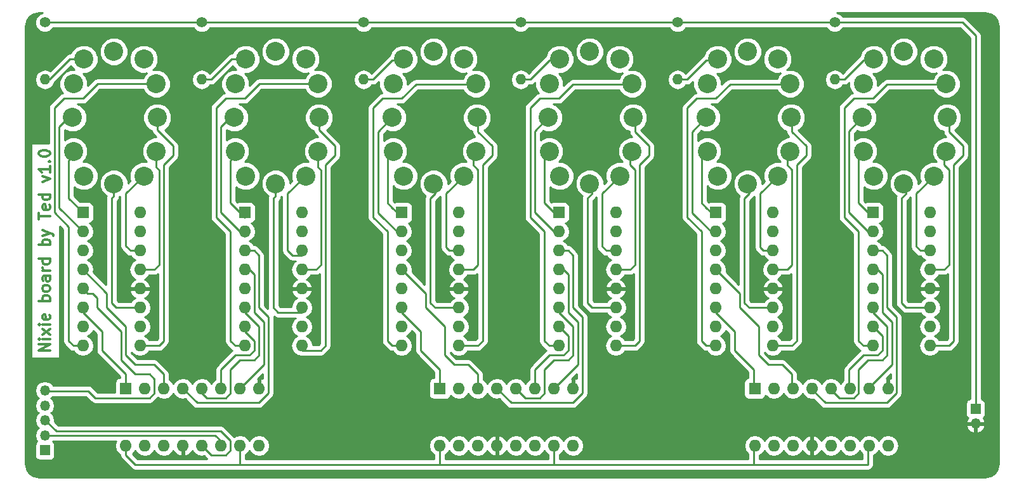
<source format=gbr>
G04 #@! TF.FileFunction,Copper,L1,Top,Signal*
%FSLAX46Y46*%
G04 Gerber Fmt 4.6, Leading zero omitted, Abs format (unit mm)*
G04 Created by KiCad (PCBNEW 4.0.7) date Sun Oct  1 12:43:17 2017*
%MOMM*%
%LPD*%
G01*
G04 APERTURE LIST*
%ADD10C,0.100000*%
%ADD11C,0.300000*%
%ADD12R,1.350000X1.350000*%
%ADD13O,1.350000X1.350000*%
%ADD14C,1.400000*%
%ADD15O,1.400000X1.400000*%
%ADD16R,1.600000X1.600000*%
%ADD17O,1.600000X1.600000*%
%ADD18C,2.540000*%
%ADD19C,0.250000*%
%ADD20C,0.254000*%
G04 APERTURE END LIST*
D10*
D11*
X42080571Y-68729142D02*
X40580571Y-68729142D01*
X42080571Y-67871999D01*
X40580571Y-67871999D01*
X42080571Y-67157713D02*
X41080571Y-67157713D01*
X40580571Y-67157713D02*
X40652000Y-67229142D01*
X40723429Y-67157713D01*
X40652000Y-67086285D01*
X40580571Y-67157713D01*
X40723429Y-67157713D01*
X42080571Y-66586284D02*
X41080571Y-65800570D01*
X41080571Y-66586284D02*
X42080571Y-65800570D01*
X42080571Y-65229141D02*
X41080571Y-65229141D01*
X40580571Y-65229141D02*
X40652000Y-65300570D01*
X40723429Y-65229141D01*
X40652000Y-65157713D01*
X40580571Y-65229141D01*
X40723429Y-65229141D01*
X42009143Y-63943427D02*
X42080571Y-64086284D01*
X42080571Y-64371998D01*
X42009143Y-64514855D01*
X41866286Y-64586284D01*
X41294857Y-64586284D01*
X41152000Y-64514855D01*
X41080571Y-64371998D01*
X41080571Y-64086284D01*
X41152000Y-63943427D01*
X41294857Y-63871998D01*
X41437714Y-63871998D01*
X41580571Y-64586284D01*
X42080571Y-62086284D02*
X40580571Y-62086284D01*
X41152000Y-62086284D02*
X41080571Y-61943427D01*
X41080571Y-61657713D01*
X41152000Y-61514856D01*
X41223429Y-61443427D01*
X41366286Y-61371998D01*
X41794857Y-61371998D01*
X41937714Y-61443427D01*
X42009143Y-61514856D01*
X42080571Y-61657713D01*
X42080571Y-61943427D01*
X42009143Y-62086284D01*
X42080571Y-60514855D02*
X42009143Y-60657713D01*
X41937714Y-60729141D01*
X41794857Y-60800570D01*
X41366286Y-60800570D01*
X41223429Y-60729141D01*
X41152000Y-60657713D01*
X41080571Y-60514855D01*
X41080571Y-60300570D01*
X41152000Y-60157713D01*
X41223429Y-60086284D01*
X41366286Y-60014855D01*
X41794857Y-60014855D01*
X41937714Y-60086284D01*
X42009143Y-60157713D01*
X42080571Y-60300570D01*
X42080571Y-60514855D01*
X42080571Y-58729141D02*
X41294857Y-58729141D01*
X41152000Y-58800570D01*
X41080571Y-58943427D01*
X41080571Y-59229141D01*
X41152000Y-59371998D01*
X42009143Y-58729141D02*
X42080571Y-58871998D01*
X42080571Y-59229141D01*
X42009143Y-59371998D01*
X41866286Y-59443427D01*
X41723429Y-59443427D01*
X41580571Y-59371998D01*
X41509143Y-59229141D01*
X41509143Y-58871998D01*
X41437714Y-58729141D01*
X42080571Y-58014855D02*
X41080571Y-58014855D01*
X41366286Y-58014855D02*
X41223429Y-57943427D01*
X41152000Y-57871998D01*
X41080571Y-57729141D01*
X41080571Y-57586284D01*
X42080571Y-56443427D02*
X40580571Y-56443427D01*
X42009143Y-56443427D02*
X42080571Y-56586284D01*
X42080571Y-56871998D01*
X42009143Y-57014856D01*
X41937714Y-57086284D01*
X41794857Y-57157713D01*
X41366286Y-57157713D01*
X41223429Y-57086284D01*
X41152000Y-57014856D01*
X41080571Y-56871998D01*
X41080571Y-56586284D01*
X41152000Y-56443427D01*
X42080571Y-54586284D02*
X40580571Y-54586284D01*
X41152000Y-54586284D02*
X41080571Y-54443427D01*
X41080571Y-54157713D01*
X41152000Y-54014856D01*
X41223429Y-53943427D01*
X41366286Y-53871998D01*
X41794857Y-53871998D01*
X41937714Y-53943427D01*
X42009143Y-54014856D01*
X42080571Y-54157713D01*
X42080571Y-54443427D01*
X42009143Y-54586284D01*
X41080571Y-53371998D02*
X42080571Y-53014855D01*
X41080571Y-52657713D02*
X42080571Y-53014855D01*
X42437714Y-53157713D01*
X42509143Y-53229141D01*
X42580571Y-53371998D01*
X40580571Y-51157713D02*
X40580571Y-50300570D01*
X42080571Y-50729141D02*
X40580571Y-50729141D01*
X42009143Y-49229142D02*
X42080571Y-49371999D01*
X42080571Y-49657713D01*
X42009143Y-49800570D01*
X41866286Y-49871999D01*
X41294857Y-49871999D01*
X41152000Y-49800570D01*
X41080571Y-49657713D01*
X41080571Y-49371999D01*
X41152000Y-49229142D01*
X41294857Y-49157713D01*
X41437714Y-49157713D01*
X41580571Y-49871999D01*
X42080571Y-47871999D02*
X40580571Y-47871999D01*
X42009143Y-47871999D02*
X42080571Y-48014856D01*
X42080571Y-48300570D01*
X42009143Y-48443428D01*
X41937714Y-48514856D01*
X41794857Y-48586285D01*
X41366286Y-48586285D01*
X41223429Y-48514856D01*
X41152000Y-48443428D01*
X41080571Y-48300570D01*
X41080571Y-48014856D01*
X41152000Y-47871999D01*
X41080571Y-46157713D02*
X42080571Y-45800570D01*
X41080571Y-45443428D01*
X42080571Y-44086285D02*
X42080571Y-44943428D01*
X42080571Y-44514856D02*
X40580571Y-44514856D01*
X40794857Y-44657713D01*
X40937714Y-44800571D01*
X41009143Y-44943428D01*
X41937714Y-43443428D02*
X42009143Y-43372000D01*
X42080571Y-43443428D01*
X42009143Y-43514857D01*
X41937714Y-43443428D01*
X42080571Y-43443428D01*
X40580571Y-42443428D02*
X40580571Y-42300571D01*
X40652000Y-42157714D01*
X40723429Y-42086285D01*
X40866286Y-42014856D01*
X41152000Y-41943428D01*
X41509143Y-41943428D01*
X41794857Y-42014856D01*
X41937714Y-42086285D01*
X42009143Y-42157714D01*
X42080571Y-42300571D01*
X42080571Y-42443428D01*
X42009143Y-42586285D01*
X41937714Y-42657714D01*
X41794857Y-42729142D01*
X41509143Y-42800571D01*
X41152000Y-42800571D01*
X40866286Y-42729142D01*
X40723429Y-42657714D01*
X40652000Y-42586285D01*
X40580571Y-42443428D01*
D12*
X165608000Y-76486000D03*
D13*
X165608000Y-78486000D03*
D12*
X41402000Y-82042000D03*
D13*
X41402000Y-80042000D03*
X41402000Y-78042000D03*
X41402000Y-76042000D03*
X41402000Y-74042000D03*
D14*
X41402000Y-24892000D03*
D15*
X41402000Y-32512000D03*
D14*
X62357000Y-24892000D03*
D15*
X62357000Y-32512000D03*
D14*
X83947000Y-24892000D03*
D15*
X83947000Y-32512000D03*
D14*
X104902000Y-24892000D03*
D15*
X104902000Y-32512000D03*
D14*
X125857000Y-24892000D03*
D15*
X125857000Y-32512000D03*
D14*
X146812000Y-24892000D03*
D15*
X146812000Y-32512000D03*
D16*
X52197000Y-73787000D03*
D17*
X69977000Y-81407000D03*
X54737000Y-73787000D03*
X67437000Y-81407000D03*
X57277000Y-73787000D03*
X64897000Y-81407000D03*
X59817000Y-73787000D03*
X62357000Y-81407000D03*
X62357000Y-73787000D03*
X59817000Y-81407000D03*
X64897000Y-73787000D03*
X57277000Y-81407000D03*
X67437000Y-73787000D03*
X54737000Y-81407000D03*
X69977000Y-73787000D03*
X52197000Y-81407000D03*
D16*
X94107000Y-73787000D03*
D17*
X111887000Y-81407000D03*
X96647000Y-73787000D03*
X109347000Y-81407000D03*
X99187000Y-73787000D03*
X106807000Y-81407000D03*
X101727000Y-73787000D03*
X104267000Y-81407000D03*
X104267000Y-73787000D03*
X101727000Y-81407000D03*
X106807000Y-73787000D03*
X99187000Y-81407000D03*
X109347000Y-73787000D03*
X96647000Y-81407000D03*
X111887000Y-73787000D03*
X94107000Y-81407000D03*
D16*
X136144000Y-73787000D03*
D17*
X153924000Y-81407000D03*
X138684000Y-73787000D03*
X151384000Y-81407000D03*
X141224000Y-73787000D03*
X148844000Y-81407000D03*
X143764000Y-73787000D03*
X146304000Y-81407000D03*
X146304000Y-73787000D03*
X143764000Y-81407000D03*
X148844000Y-73787000D03*
X141224000Y-81407000D03*
X151384000Y-73787000D03*
X138684000Y-81407000D03*
X153924000Y-73787000D03*
X136144000Y-81407000D03*
D16*
X46482000Y-50292000D03*
D17*
X54102000Y-68072000D03*
X46482000Y-52832000D03*
X54102000Y-65532000D03*
X46482000Y-55372000D03*
X54102000Y-62992000D03*
X46482000Y-57912000D03*
X54102000Y-60452000D03*
X46482000Y-60452000D03*
X54102000Y-57912000D03*
X46482000Y-62992000D03*
X54102000Y-55372000D03*
X46482000Y-65532000D03*
X54102000Y-52832000D03*
X46482000Y-68072000D03*
X54102000Y-50292000D03*
D16*
X68072000Y-50292000D03*
D17*
X75692000Y-68072000D03*
X68072000Y-52832000D03*
X75692000Y-65532000D03*
X68072000Y-55372000D03*
X75692000Y-62992000D03*
X68072000Y-57912000D03*
X75692000Y-60452000D03*
X68072000Y-60452000D03*
X75692000Y-57912000D03*
X68072000Y-62992000D03*
X75692000Y-55372000D03*
X68072000Y-65532000D03*
X75692000Y-52832000D03*
X68072000Y-68072000D03*
X75692000Y-50292000D03*
D16*
X89027000Y-50292000D03*
D17*
X96647000Y-68072000D03*
X89027000Y-52832000D03*
X96647000Y-65532000D03*
X89027000Y-55372000D03*
X96647000Y-62992000D03*
X89027000Y-57912000D03*
X96647000Y-60452000D03*
X89027000Y-60452000D03*
X96647000Y-57912000D03*
X89027000Y-62992000D03*
X96647000Y-55372000D03*
X89027000Y-65532000D03*
X96647000Y-52832000D03*
X89027000Y-68072000D03*
X96647000Y-50292000D03*
D16*
X109982000Y-50292000D03*
D17*
X117602000Y-68072000D03*
X109982000Y-52832000D03*
X117602000Y-65532000D03*
X109982000Y-55372000D03*
X117602000Y-62992000D03*
X109982000Y-57912000D03*
X117602000Y-60452000D03*
X109982000Y-60452000D03*
X117602000Y-57912000D03*
X109982000Y-62992000D03*
X117602000Y-55372000D03*
X109982000Y-65532000D03*
X117602000Y-52832000D03*
X109982000Y-68072000D03*
X117602000Y-50292000D03*
D16*
X130937000Y-50292000D03*
D17*
X138557000Y-68072000D03*
X130937000Y-52832000D03*
X138557000Y-65532000D03*
X130937000Y-55372000D03*
X138557000Y-62992000D03*
X130937000Y-57912000D03*
X138557000Y-60452000D03*
X130937000Y-60452000D03*
X138557000Y-57912000D03*
X130937000Y-62992000D03*
X138557000Y-55372000D03*
X130937000Y-65532000D03*
X138557000Y-52832000D03*
X130937000Y-68072000D03*
X138557000Y-50292000D03*
D16*
X151892000Y-50292000D03*
D17*
X159512000Y-68072000D03*
X151892000Y-52832000D03*
X159512000Y-65532000D03*
X151892000Y-55372000D03*
X159512000Y-62992000D03*
X151892000Y-57912000D03*
X159512000Y-60452000D03*
X151892000Y-60452000D03*
X159512000Y-57912000D03*
X151892000Y-62992000D03*
X159512000Y-55372000D03*
X151892000Y-65532000D03*
X159512000Y-52832000D03*
X151892000Y-68072000D03*
X159512000Y-50292000D03*
D18*
X87917020Y-33093660D03*
X97279460Y-29776420D03*
X98963480Y-33093660D03*
X99090480Y-37592000D03*
X98963480Y-42090340D03*
X97279460Y-45407580D03*
X93281500Y-46408340D03*
X89283540Y-45407580D03*
X87917020Y-42090340D03*
X87790020Y-37592000D03*
X89283540Y-29776420D03*
X93281500Y-28775660D03*
X45245020Y-33093660D03*
X54607460Y-29776420D03*
X56291480Y-33093660D03*
X56418480Y-37592000D03*
X56291480Y-42090340D03*
X54607460Y-45407580D03*
X50609500Y-46408340D03*
X46611540Y-45407580D03*
X45245020Y-42090340D03*
X45118020Y-37592000D03*
X46611540Y-29776420D03*
X50609500Y-28775660D03*
X66835020Y-33093660D03*
X76197460Y-29776420D03*
X77881480Y-33093660D03*
X78008480Y-37592000D03*
X77881480Y-42090340D03*
X76197460Y-45407580D03*
X72199500Y-46408340D03*
X68201540Y-45407580D03*
X66835020Y-42090340D03*
X66708020Y-37592000D03*
X68201540Y-29776420D03*
X72199500Y-28775660D03*
X108745020Y-33093660D03*
X118107460Y-29776420D03*
X119791480Y-33093660D03*
X119918480Y-37592000D03*
X119791480Y-42090340D03*
X118107460Y-45407580D03*
X114109500Y-46408340D03*
X110111540Y-45407580D03*
X108745020Y-42090340D03*
X108618020Y-37592000D03*
X110111540Y-29776420D03*
X114109500Y-28775660D03*
X129827020Y-33093660D03*
X139189460Y-29776420D03*
X140873480Y-33093660D03*
X141000480Y-37592000D03*
X140873480Y-42090340D03*
X139189460Y-45407580D03*
X135191500Y-46408340D03*
X131193540Y-45407580D03*
X129827020Y-42090340D03*
X129700020Y-37592000D03*
X131193540Y-29776420D03*
X135191500Y-28775660D03*
X150655020Y-33093660D03*
X160017460Y-29776420D03*
X161701480Y-33093660D03*
X161828480Y-37592000D03*
X161701480Y-42090340D03*
X160017460Y-45407580D03*
X156019500Y-46408340D03*
X152021540Y-45407580D03*
X150655020Y-42090340D03*
X150528020Y-37592000D03*
X152021540Y-29776420D03*
X156019500Y-28775660D03*
D19*
X47142400Y-80042000D02*
X41402000Y-80042000D01*
X47117000Y-80042000D02*
X47142400Y-80042000D01*
X47142400Y-80042000D02*
X64167000Y-80042000D01*
X64167000Y-80042000D02*
X64897000Y-80772000D01*
X64897000Y-80772000D02*
X64897000Y-81407000D01*
X48577000Y-79502000D02*
X42926000Y-79502000D01*
X42926000Y-79502000D02*
X41466000Y-78042000D01*
X41466000Y-78042000D02*
X41402000Y-78042000D01*
X63627000Y-82677000D02*
X62357000Y-81407000D01*
X65532000Y-82677000D02*
X63627000Y-82677000D01*
X66167000Y-82042000D02*
X65532000Y-82677000D01*
X66167000Y-81407000D02*
X66167000Y-82042000D01*
X66167000Y-80772000D02*
X66167000Y-81407000D01*
X64897000Y-79502000D02*
X66167000Y-80772000D01*
X48577000Y-79502000D02*
X64897000Y-79502000D01*
X163830000Y-24892000D02*
X165608000Y-26670000D01*
X165608000Y-26670000D02*
X165608000Y-76486000D01*
X125857000Y-24892000D02*
X127762000Y-24892000D01*
X127762000Y-24892000D02*
X146812000Y-24892000D01*
X104902000Y-24892000D02*
X106934000Y-24892000D01*
X83947000Y-24892000D02*
X85598000Y-24892000D01*
X85852000Y-24892000D02*
X104902000Y-24892000D01*
X85598000Y-24892000D02*
X85852000Y-24892000D01*
X62357000Y-24892000D02*
X64262000Y-24892000D01*
X64262000Y-24892000D02*
X83947000Y-24892000D01*
X41402000Y-24892000D02*
X43180000Y-24892000D01*
X43180000Y-24892000D02*
X43434000Y-24892000D01*
X106807000Y-24892000D02*
X106934000Y-24892000D01*
X106934000Y-24892000D02*
X125857000Y-24892000D01*
X146812000Y-24892000D02*
X163830000Y-24892000D01*
X43307000Y-24892000D02*
X43434000Y-24892000D01*
X43434000Y-24892000D02*
X62357000Y-24892000D01*
X56291480Y-33093660D02*
X48440340Y-33093660D01*
X45212000Y-68072000D02*
X46482000Y-68072000D01*
X44577000Y-67437000D02*
X45212000Y-68072000D01*
X44577000Y-52197000D02*
X44577000Y-67437000D01*
X42672000Y-50292000D02*
X44577000Y-52197000D01*
X42672000Y-36322000D02*
X42672000Y-50292000D01*
X43942000Y-35052000D02*
X42672000Y-36322000D01*
X46482000Y-35052000D02*
X43942000Y-35052000D01*
X48440340Y-33093660D02*
X46482000Y-35052000D01*
X56418480Y-37592000D02*
X56418480Y-39273480D01*
X56642000Y-68072000D02*
X54102000Y-68072000D01*
X57277000Y-67437000D02*
X56642000Y-68072000D01*
X57277000Y-43942000D02*
X57277000Y-67437000D01*
X58547000Y-42672000D02*
X57277000Y-43942000D01*
X58547000Y-41402000D02*
X58547000Y-42672000D01*
X56418480Y-39273480D02*
X58547000Y-41402000D01*
X56291480Y-42090340D02*
X56291480Y-44226480D01*
X56007000Y-57912000D02*
X54102000Y-57912000D01*
X56642000Y-57277000D02*
X56007000Y-57912000D01*
X56642000Y-44577000D02*
X56642000Y-57277000D01*
X56291480Y-44226480D02*
X56642000Y-44577000D01*
X54607460Y-45407580D02*
X54541420Y-45407580D01*
X54541420Y-45407580D02*
X52197000Y-47752000D01*
X52832000Y-55372000D02*
X54102000Y-55372000D01*
X52197000Y-54737000D02*
X52832000Y-55372000D01*
X52197000Y-47752000D02*
X52197000Y-54737000D01*
X50609500Y-46408340D02*
X50609500Y-48069500D01*
X50927000Y-62992000D02*
X54102000Y-62992000D01*
X50292000Y-62357000D02*
X50927000Y-62992000D01*
X50292000Y-48387000D02*
X50292000Y-62357000D01*
X50609500Y-48069500D02*
X50292000Y-48387000D01*
X50609500Y-46408340D02*
X50609500Y-46799500D01*
X50609500Y-46799500D02*
X50292000Y-47117000D01*
X45245020Y-42090340D02*
X45245020Y-42638980D01*
X45245020Y-42638980D02*
X44577000Y-43307000D01*
X44577000Y-48387000D02*
X46482000Y-50292000D01*
X44577000Y-43307000D02*
X44577000Y-48387000D01*
X45118020Y-37592000D02*
X44577000Y-37592000D01*
X44577000Y-37592000D02*
X43307000Y-38862000D01*
X43307000Y-49657000D02*
X46482000Y-52832000D01*
X43307000Y-38862000D02*
X43307000Y-49657000D01*
X45118020Y-37592000D02*
X45118020Y-37685980D01*
X41402000Y-32512000D02*
X42037000Y-32512000D01*
X42037000Y-32512000D02*
X44772580Y-29776420D01*
X44772580Y-29776420D02*
X46611540Y-29776420D01*
X66167000Y-67437000D02*
X66802000Y-68072000D01*
X66802000Y-68072000D02*
X68072000Y-68072000D01*
X77881480Y-33093660D02*
X70030340Y-33093660D01*
X70030340Y-33093660D02*
X68072000Y-35052000D01*
X66167000Y-52832000D02*
X66167000Y-67437000D01*
X64262000Y-50927000D02*
X66167000Y-52832000D01*
X64262000Y-36322000D02*
X64262000Y-50927000D01*
X65532000Y-35052000D02*
X64262000Y-36322000D01*
X68072000Y-35052000D02*
X65532000Y-35052000D01*
X78008480Y-37592000D02*
X78008480Y-39273480D01*
X80137000Y-42672000D02*
X78867000Y-43942000D01*
X80137000Y-41402000D02*
X80137000Y-42672000D01*
X78008480Y-39273480D02*
X80137000Y-41402000D01*
X78232000Y-68707000D02*
X75692000Y-68707000D01*
X78867000Y-68072000D02*
X78232000Y-68707000D01*
X78867000Y-43942000D02*
X78867000Y-68072000D01*
X78232000Y-57277000D02*
X77597000Y-57912000D01*
X77597000Y-57912000D02*
X75692000Y-57912000D01*
X77881480Y-42090340D02*
X77881480Y-44226480D01*
X78232000Y-44577000D02*
X78232000Y-57277000D01*
X77881480Y-44226480D02*
X78232000Y-44577000D01*
X73787000Y-47752000D02*
X73787000Y-55372000D01*
X73787000Y-55372000D02*
X74422000Y-56007000D01*
X74422000Y-56007000D02*
X75692000Y-56007000D01*
X76197460Y-45407580D02*
X76131420Y-45407580D01*
X76131420Y-45407580D02*
X73787000Y-47752000D01*
X72199500Y-46408340D02*
X72199500Y-48069500D01*
X72199500Y-48069500D02*
X71882000Y-48387000D01*
X72517000Y-63627000D02*
X75692000Y-63627000D01*
X71882000Y-62992000D02*
X72517000Y-63627000D01*
X71882000Y-48387000D02*
X71882000Y-62992000D01*
X66167000Y-49022000D02*
X68072000Y-50927000D01*
X66835020Y-42090340D02*
X66835020Y-42638980D01*
X66835020Y-42638980D02*
X66167000Y-43307000D01*
X66167000Y-43307000D02*
X66167000Y-49022000D01*
X64897000Y-38862000D02*
X64897000Y-50292000D01*
X64897000Y-50292000D02*
X68072000Y-53467000D01*
X66708020Y-37592000D02*
X66167000Y-37592000D01*
X66167000Y-37592000D02*
X64897000Y-38862000D01*
X62357000Y-32512000D02*
X63627000Y-32512000D01*
X66362580Y-29776420D02*
X68201540Y-29776420D01*
X63627000Y-32512000D02*
X66362580Y-29776420D01*
X98966020Y-33093660D02*
X98912680Y-33147000D01*
X98912680Y-33147000D02*
X90932000Y-33147000D01*
X90932000Y-33147000D02*
X89027000Y-35052000D01*
X89027000Y-35052000D02*
X86487000Y-35052000D01*
X86487000Y-35052000D02*
X85217000Y-36322000D01*
X87122000Y-52832000D02*
X87122000Y-53467000D01*
X87122000Y-67437000D02*
X87757000Y-68072000D01*
X87757000Y-68072000D02*
X89027000Y-68072000D01*
X87122000Y-53467000D02*
X87122000Y-67437000D01*
X85217000Y-50927000D02*
X87122000Y-52832000D01*
X85217000Y-36322000D02*
X85217000Y-50927000D01*
X99093020Y-37592000D02*
X99187000Y-37685980D01*
X99187000Y-37685980D02*
X99187000Y-39497000D01*
X99187000Y-39497000D02*
X101092000Y-41402000D01*
X101092000Y-41402000D02*
X101092000Y-42672000D01*
X101092000Y-42672000D02*
X99822000Y-43942000D01*
X99822000Y-43942000D02*
X99822000Y-67437000D01*
X99187000Y-68072000D02*
X96647000Y-68072000D01*
X99822000Y-67437000D02*
X99187000Y-68072000D01*
X98966020Y-42090340D02*
X98552000Y-42504360D01*
X98552000Y-42504360D02*
X98552000Y-43942000D01*
X98552000Y-43942000D02*
X99187000Y-44577000D01*
X99187000Y-44577000D02*
X99187000Y-57277000D01*
X99187000Y-57277000D02*
X98552000Y-57912000D01*
X98552000Y-57912000D02*
X96647000Y-57912000D01*
X94937580Y-54932580D02*
X95377000Y-55372000D01*
X95377000Y-55372000D02*
X96647000Y-55372000D01*
X94937580Y-47752000D02*
X94937580Y-54932580D01*
X96207580Y-54932580D02*
X96647000Y-55372000D01*
X97282000Y-45407580D02*
X94937580Y-47752000D01*
X93472000Y-62992000D02*
X96647000Y-62992000D01*
X93284040Y-46408340D02*
X93472000Y-46596300D01*
X93472000Y-46596300D02*
X93472000Y-47752000D01*
X93472000Y-47752000D02*
X92837000Y-48387000D01*
X92837000Y-48387000D02*
X92837000Y-62357000D01*
X92837000Y-62357000D02*
X93472000Y-62992000D01*
X87919560Y-42090340D02*
X87122000Y-42887900D01*
X87122000Y-42887900D02*
X87122000Y-49022000D01*
X87122000Y-49022000D02*
X87757000Y-49657000D01*
X87757000Y-49657000D02*
X88392000Y-50292000D01*
X88392000Y-50292000D02*
X89027000Y-50292000D01*
X87792560Y-37592000D02*
X85887560Y-39497000D01*
X85887560Y-39497000D02*
X85887560Y-50256440D01*
X86487000Y-50927000D02*
X88392000Y-52832000D01*
X85887560Y-50327560D02*
X86487000Y-50927000D01*
X85887560Y-50256440D02*
X85887560Y-50327560D01*
X88392000Y-52832000D02*
X89027000Y-52832000D01*
X87757000Y-29972000D02*
X89090500Y-29972000D01*
X89090500Y-29972000D02*
X89286080Y-29776420D01*
X83947000Y-32512000D02*
X85217000Y-32512000D01*
X85217000Y-32512000D02*
X87757000Y-29972000D01*
X119791480Y-33093660D02*
X119738140Y-33147000D01*
X119738140Y-33147000D02*
X111887000Y-33147000D01*
X111887000Y-33147000D02*
X109982000Y-35052000D01*
X109982000Y-35052000D02*
X107442000Y-35052000D01*
X107442000Y-35052000D02*
X106172000Y-36322000D01*
X106172000Y-36322000D02*
X106172000Y-50927000D01*
X106172000Y-50927000D02*
X108077000Y-52832000D01*
X108077000Y-52832000D02*
X108077000Y-67437000D01*
X108077000Y-67437000D02*
X108712000Y-68072000D01*
X108712000Y-68072000D02*
X109982000Y-68072000D01*
X119918480Y-37592000D02*
X120142000Y-37815520D01*
X120142000Y-37815520D02*
X120142000Y-39497000D01*
X120142000Y-39497000D02*
X122047000Y-41402000D01*
X122047000Y-41402000D02*
X122047000Y-42672000D01*
X122047000Y-42672000D02*
X120777000Y-43942000D01*
X120777000Y-43942000D02*
X120777000Y-67437000D01*
X120777000Y-67437000D02*
X120142000Y-68072000D01*
X120142000Y-68072000D02*
X117602000Y-68072000D01*
X119791480Y-42090340D02*
X119507000Y-42374820D01*
X119507000Y-42374820D02*
X119507000Y-43942000D01*
X119507000Y-43942000D02*
X120142000Y-44577000D01*
X120142000Y-44577000D02*
X120142000Y-57277000D01*
X120142000Y-57277000D02*
X119507000Y-57912000D01*
X119507000Y-57912000D02*
X117602000Y-57912000D01*
X118107460Y-45407580D02*
X115763040Y-47752000D01*
X116332000Y-55372000D02*
X117602000Y-55372000D01*
X115763040Y-54803040D02*
X116332000Y-55372000D01*
X115763040Y-47752000D02*
X115763040Y-54803040D01*
X114109500Y-46408340D02*
X114427000Y-46725840D01*
X114427000Y-46725840D02*
X114427000Y-47752000D01*
X114427000Y-47752000D02*
X113792000Y-48387000D01*
X113792000Y-48387000D02*
X113792000Y-62357000D01*
X113792000Y-62357000D02*
X114427000Y-62992000D01*
X114427000Y-62992000D02*
X117602000Y-62992000D01*
X108745020Y-42090340D02*
X108077000Y-42758360D01*
X108077000Y-42758360D02*
X108077000Y-49022000D01*
X108077000Y-49022000D02*
X108712000Y-49657000D01*
X108712000Y-49657000D02*
X109347000Y-50292000D01*
X109347000Y-50292000D02*
X109982000Y-50292000D01*
X106807000Y-49657000D02*
X106807000Y-50292000D01*
X106807000Y-50292000D02*
X109347000Y-52832000D01*
X109347000Y-52832000D02*
X109982000Y-52832000D01*
X108618020Y-37592000D02*
X106807000Y-39403020D01*
X106807000Y-39403020D02*
X106807000Y-49657000D01*
X104902000Y-32512000D02*
X106172000Y-32512000D01*
X108712000Y-29972000D02*
X109915960Y-29972000D01*
X106172000Y-32512000D02*
X108712000Y-29972000D01*
X109915960Y-29972000D02*
X110111540Y-29776420D01*
X129032000Y-53467000D02*
X129032000Y-67437000D01*
X127127000Y-36322000D02*
X127127000Y-50927000D01*
X128397000Y-35052000D02*
X127127000Y-36322000D01*
X130937000Y-35052000D02*
X128397000Y-35052000D01*
X129667000Y-68072000D02*
X130937000Y-68072000D01*
X129032000Y-67437000D02*
X129667000Y-68072000D01*
X129032000Y-52832000D02*
X129032000Y-53467000D01*
X127127000Y-50927000D02*
X129032000Y-52832000D01*
X132842000Y-33147000D02*
X130937000Y-35052000D01*
X140822680Y-33147000D02*
X132842000Y-33147000D01*
X140876020Y-33093660D02*
X140822680Y-33147000D01*
X141097000Y-68072000D02*
X138557000Y-68072000D01*
X141732000Y-67437000D02*
X141097000Y-68072000D01*
X141732000Y-43942000D02*
X141732000Y-67437000D01*
X143002000Y-42672000D02*
X141732000Y-43942000D01*
X143002000Y-41402000D02*
X143002000Y-42672000D01*
X141097000Y-39497000D02*
X143002000Y-41402000D01*
X141097000Y-37685980D02*
X141097000Y-39497000D01*
X141003020Y-37592000D02*
X141097000Y-37685980D01*
X140462000Y-57912000D02*
X138557000Y-57912000D01*
X141097000Y-57277000D02*
X140462000Y-57912000D01*
X141097000Y-44577000D02*
X141097000Y-57277000D01*
X140462000Y-43942000D02*
X141097000Y-44577000D01*
X140462000Y-42504360D02*
X140462000Y-43942000D01*
X140876020Y-42090340D02*
X140462000Y-42504360D01*
X138117580Y-54932580D02*
X138557000Y-55372000D01*
X136847580Y-47752000D02*
X136847580Y-54932580D01*
X139192000Y-45407580D02*
X136847580Y-47752000D01*
X137287000Y-55372000D02*
X138557000Y-55372000D01*
X136847580Y-54932580D02*
X137287000Y-55372000D01*
X135382000Y-62992000D02*
X138557000Y-62992000D01*
X134747000Y-62357000D02*
X135382000Y-62992000D01*
X134747000Y-48387000D02*
X134747000Y-62357000D01*
X135382000Y-47752000D02*
X134747000Y-48387000D01*
X135382000Y-46596300D02*
X135382000Y-47752000D01*
X135194040Y-46408340D02*
X135382000Y-46596300D01*
X129700020Y-42090340D02*
X129613660Y-42090340D01*
X129613660Y-42090340D02*
X129032000Y-42672000D01*
X130302000Y-50292000D02*
X130937000Y-50292000D01*
X129667000Y-49657000D02*
X130302000Y-50292000D01*
X129032000Y-49022000D02*
X129667000Y-49657000D01*
X129032000Y-42887900D02*
X129032000Y-49022000D01*
X129829560Y-42090340D02*
X129032000Y-42887900D01*
X130302000Y-50292000D02*
X130937000Y-50292000D01*
X130302000Y-52832000D02*
X130937000Y-52832000D01*
X127797560Y-39497000D02*
X127797560Y-50256440D01*
X127797560Y-50256440D02*
X127797560Y-50327560D01*
X127797560Y-50327560D02*
X128397000Y-50927000D01*
X128397000Y-50927000D02*
X130302000Y-52832000D01*
X129702560Y-37592000D02*
X127797560Y-39497000D01*
X130870960Y-29972000D02*
X131066540Y-29776420D01*
X131000500Y-29972000D02*
X131196080Y-29776420D01*
X127127000Y-32512000D02*
X129667000Y-29972000D01*
X129667000Y-29972000D02*
X131000500Y-29972000D01*
X125857000Y-32512000D02*
X127127000Y-32512000D01*
X150622000Y-68072000D02*
X151892000Y-68072000D01*
X149987000Y-67437000D02*
X150622000Y-68072000D01*
X149987000Y-52832000D02*
X149987000Y-67437000D01*
X148082000Y-50927000D02*
X149987000Y-52832000D01*
X148082000Y-36322000D02*
X148082000Y-50927000D01*
X149352000Y-35052000D02*
X148082000Y-36322000D01*
X151892000Y-35052000D02*
X149352000Y-35052000D01*
X153797000Y-33147000D02*
X151892000Y-35052000D01*
X161648140Y-33147000D02*
X153797000Y-33147000D01*
X161701480Y-33093660D02*
X161648140Y-33147000D01*
X162052000Y-68072000D02*
X159512000Y-68072000D01*
X162687000Y-67437000D02*
X162052000Y-68072000D01*
X162687000Y-43942000D02*
X162687000Y-67437000D01*
X163957000Y-42672000D02*
X162687000Y-43942000D01*
X163957000Y-41402000D02*
X163957000Y-42672000D01*
X162052000Y-39497000D02*
X163957000Y-41402000D01*
X162052000Y-37815520D02*
X162052000Y-39497000D01*
X161828480Y-37592000D02*
X162052000Y-37815520D01*
X161417000Y-57912000D02*
X159512000Y-57912000D01*
X162052000Y-57277000D02*
X161417000Y-57912000D01*
X162052000Y-44577000D02*
X162052000Y-57277000D01*
X161417000Y-43942000D02*
X162052000Y-44577000D01*
X161417000Y-42374820D02*
X161417000Y-43942000D01*
X161701480Y-42090340D02*
X161417000Y-42374820D01*
X157673040Y-47752000D02*
X157673040Y-54803040D01*
X157673040Y-54803040D02*
X158242000Y-55372000D01*
X158242000Y-55372000D02*
X159512000Y-55372000D01*
X160017460Y-45407580D02*
X157673040Y-47752000D01*
X156337000Y-62992000D02*
X159512000Y-62992000D01*
X155702000Y-62357000D02*
X156337000Y-62992000D01*
X155702000Y-48387000D02*
X155702000Y-62357000D01*
X156337000Y-47752000D02*
X155702000Y-48387000D01*
X156337000Y-46725840D02*
X156337000Y-47752000D01*
X156019500Y-46408340D02*
X156337000Y-46725840D01*
X151257000Y-50292000D02*
X151892000Y-50292000D01*
X150622000Y-49657000D02*
X151257000Y-50292000D01*
X149987000Y-49022000D02*
X150622000Y-49657000D01*
X149987000Y-42758360D02*
X149987000Y-49022000D01*
X150655020Y-42090340D02*
X149987000Y-42758360D01*
X148717000Y-39403020D02*
X148717000Y-49657000D01*
X150528020Y-37592000D02*
X148717000Y-39403020D01*
X151257000Y-52832000D02*
X151892000Y-52832000D01*
X148717000Y-50292000D02*
X151257000Y-52832000D01*
X148717000Y-49657000D02*
X148717000Y-50292000D01*
X151825960Y-29972000D02*
X152021540Y-29776420D01*
X148082000Y-32512000D02*
X150622000Y-29972000D01*
X150622000Y-29972000D02*
X151825960Y-29972000D01*
X146812000Y-32512000D02*
X148082000Y-32512000D01*
X146812000Y-32512000D02*
X148082000Y-32512000D01*
X150622000Y-29972000D02*
X151825960Y-29972000D01*
X151825960Y-29972000D02*
X152021540Y-29776420D01*
X49022000Y-68707000D02*
X49022000Y-66167000D01*
X52197000Y-73787000D02*
X52197000Y-71882000D01*
X49022000Y-68707000D02*
X52197000Y-71882000D01*
X49022000Y-66167000D02*
X47752000Y-64897000D01*
X46482000Y-62992000D02*
X46482000Y-63627000D01*
X46482000Y-63627000D02*
X47752000Y-64897000D01*
X55372000Y-70612000D02*
X56007000Y-70612000D01*
X49657000Y-61087000D02*
X49657000Y-62992000D01*
X49657000Y-62992000D02*
X52197000Y-65532000D01*
X52197000Y-65532000D02*
X52197000Y-69342000D01*
X52197000Y-69342000D02*
X53467000Y-70612000D01*
X53467000Y-70612000D02*
X55372000Y-70612000D01*
X56007000Y-70612000D02*
X57277000Y-71882000D01*
X57277000Y-73787000D02*
X57277000Y-71882000D01*
X49657000Y-61087000D02*
X46482000Y-57912000D01*
X71247000Y-65532000D02*
X71247000Y-64262000D01*
X71247000Y-64262000D02*
X70993000Y-64008000D01*
X69977000Y-62357000D02*
X69977000Y-56642000D01*
X69342000Y-55372000D02*
X69977000Y-56007000D01*
X69977000Y-56007000D02*
X69977000Y-56642000D01*
X68072000Y-55372000D02*
X69342000Y-55372000D01*
X69977000Y-62992000D02*
X70993000Y-64008000D01*
X69977000Y-62357000D02*
X69977000Y-62992000D01*
X71247000Y-65532000D02*
X71247000Y-74422000D01*
X61722000Y-75692000D02*
X59817000Y-73787000D01*
X69977000Y-75692000D02*
X71247000Y-74422000D01*
X61722000Y-75692000D02*
X69977000Y-75692000D01*
X69342000Y-69977000D02*
X67437000Y-69977000D01*
X62357000Y-74422000D02*
X62992000Y-75057000D01*
X65532000Y-75057000D02*
X62992000Y-75057000D01*
X66167000Y-74422000D02*
X65532000Y-75057000D01*
X66167000Y-71882000D02*
X66167000Y-74422000D01*
X66167000Y-71247000D02*
X66167000Y-71882000D01*
X67437000Y-69977000D02*
X66167000Y-71247000D01*
X62357000Y-74422000D02*
X62357000Y-73787000D01*
X69977000Y-69342000D02*
X69342000Y-69977000D01*
X69977000Y-65532000D02*
X68072000Y-63627000D01*
X69977000Y-65532000D02*
X69977000Y-69342000D01*
X68072000Y-62992000D02*
X68072000Y-63627000D01*
X66802000Y-69342000D02*
X64897000Y-71247000D01*
X64897000Y-71247000D02*
X64897000Y-73787000D01*
X68707000Y-69342000D02*
X66802000Y-69342000D01*
X68072000Y-65532000D02*
X68072000Y-66167000D01*
X68072000Y-66167000D02*
X69342000Y-67437000D01*
X69342000Y-67437000D02*
X69342000Y-68707000D01*
X69342000Y-68707000D02*
X68707000Y-69342000D01*
X70612000Y-70612000D02*
X67437000Y-73787000D01*
X70612000Y-64897000D02*
X70612000Y-70612000D01*
X69342000Y-63627000D02*
X70612000Y-64897000D01*
X69342000Y-62992000D02*
X69342000Y-63627000D01*
X69342000Y-58547000D02*
X69342000Y-62992000D01*
X67437000Y-73152000D02*
X67437000Y-73787000D01*
X68072000Y-57912000D02*
X68707000Y-57912000D01*
X68707000Y-57912000D02*
X69342000Y-58547000D01*
X89027000Y-62992000D02*
X89027000Y-63627000D01*
X89027000Y-63627000D02*
X91567000Y-66167000D01*
X91567000Y-66167000D02*
X91567000Y-68707000D01*
X91567000Y-68707000D02*
X94107000Y-71247000D01*
X94107000Y-71247000D02*
X94107000Y-73787000D01*
X94742000Y-69342000D02*
X96012000Y-70612000D01*
X92202000Y-61087000D02*
X92202000Y-62992000D01*
X92202000Y-62992000D02*
X94742000Y-65532000D01*
X94742000Y-65532000D02*
X94742000Y-69342000D01*
X89027000Y-57912000D02*
X92202000Y-61087000D01*
X99187000Y-71882000D02*
X99187000Y-73787000D01*
X97917000Y-70612000D02*
X99187000Y-71882000D01*
X96012000Y-70612000D02*
X97917000Y-70612000D01*
X113157000Y-72517000D02*
X113157000Y-74422000D01*
X111887000Y-62992000D02*
X113157000Y-64262000D01*
X113157000Y-64262000D02*
X113157000Y-72517000D01*
X111887000Y-61722000D02*
X111887000Y-62992000D01*
X103632000Y-75692000D02*
X101727000Y-73787000D01*
X111887000Y-75692000D02*
X103632000Y-75692000D01*
X113157000Y-74422000D02*
X111887000Y-75692000D01*
X111252000Y-55372000D02*
X111887000Y-56007000D01*
X111887000Y-56007000D02*
X111887000Y-61722000D01*
X109982000Y-55372000D02*
X111252000Y-55372000D01*
X108077000Y-71882000D02*
X108077000Y-71247000D01*
X108077000Y-71882000D02*
X108077000Y-74422000D01*
X108077000Y-74422000D02*
X107442000Y-75057000D01*
X107442000Y-75057000D02*
X105537000Y-75057000D01*
X104267000Y-73787000D02*
X105537000Y-75057000D01*
X111887000Y-65532000D02*
X111887000Y-69342000D01*
X111887000Y-65532000D02*
X109982000Y-63627000D01*
X111252000Y-69977000D02*
X111887000Y-69342000D01*
X109347000Y-69977000D02*
X111252000Y-69977000D01*
X108077000Y-71247000D02*
X109347000Y-69977000D01*
X109982000Y-62992000D02*
X109982000Y-63627000D01*
X108077000Y-69977000D02*
X106807000Y-71247000D01*
X108712000Y-69342000D02*
X108077000Y-69977000D01*
X109347000Y-69342000D02*
X108712000Y-69342000D01*
X111252000Y-68707000D02*
X110617000Y-69342000D01*
X110617000Y-69342000D02*
X109347000Y-69342000D01*
X111252000Y-66802000D02*
X111252000Y-68707000D01*
X109982000Y-65532000D02*
X111252000Y-66802000D01*
X106807000Y-71247000D02*
X106807000Y-73787000D01*
X111252000Y-63627000D02*
X112522000Y-64897000D01*
X112522000Y-64897000D02*
X112522000Y-68707000D01*
X111252000Y-62357000D02*
X111252000Y-63627000D01*
X111252000Y-58547000D02*
X111252000Y-62357000D01*
X112522000Y-68707000D02*
X112522000Y-70612000D01*
X112522000Y-70612000D02*
X109347000Y-73787000D01*
X109347000Y-73152000D02*
X109347000Y-73787000D01*
X109982000Y-57912000D02*
X110617000Y-57912000D01*
X110617000Y-57912000D02*
X111252000Y-58547000D01*
X136017000Y-71247000D02*
X136017000Y-73787000D01*
X133477000Y-68707000D02*
X136017000Y-71247000D01*
X133477000Y-66167000D02*
X133477000Y-68707000D01*
X130937000Y-63627000D02*
X133477000Y-66167000D01*
X130937000Y-62992000D02*
X130937000Y-63627000D01*
X137922000Y-70612000D02*
X139827000Y-70612000D01*
X139827000Y-70612000D02*
X141097000Y-71882000D01*
X141097000Y-71882000D02*
X141097000Y-73787000D01*
X130937000Y-57912000D02*
X134112000Y-61087000D01*
X136652000Y-65532000D02*
X136652000Y-69342000D01*
X134112000Y-62992000D02*
X136652000Y-65532000D01*
X134112000Y-61087000D02*
X134112000Y-62992000D01*
X136652000Y-69342000D02*
X137922000Y-70612000D01*
X151892000Y-55372000D02*
X153162000Y-55372000D01*
X153797000Y-56007000D02*
X153797000Y-61722000D01*
X153162000Y-55372000D02*
X153797000Y-56007000D01*
X155067000Y-74422000D02*
X153797000Y-75692000D01*
X153797000Y-75692000D02*
X145542000Y-75692000D01*
X145542000Y-75692000D02*
X143637000Y-73787000D01*
X153797000Y-61722000D02*
X153797000Y-62992000D01*
X155067000Y-64262000D02*
X155067000Y-72517000D01*
X153797000Y-62992000D02*
X155067000Y-64262000D01*
X155067000Y-72517000D02*
X155067000Y-74422000D01*
X151892000Y-62992000D02*
X151892000Y-63627000D01*
X149987000Y-71247000D02*
X151257000Y-69977000D01*
X151257000Y-69977000D02*
X153162000Y-69977000D01*
X153162000Y-69977000D02*
X153797000Y-69342000D01*
X153797000Y-65532000D02*
X151892000Y-63627000D01*
X153797000Y-65532000D02*
X153797000Y-69342000D01*
X146177000Y-73787000D02*
X147447000Y-75057000D01*
X149352000Y-75057000D02*
X147447000Y-75057000D01*
X149987000Y-74422000D02*
X149352000Y-75057000D01*
X149987000Y-71882000D02*
X149987000Y-74422000D01*
X149987000Y-71882000D02*
X149987000Y-71247000D01*
X148717000Y-71247000D02*
X148717000Y-73787000D01*
X151892000Y-65532000D02*
X153162000Y-66802000D01*
X153162000Y-66802000D02*
X153162000Y-68707000D01*
X152527000Y-69342000D02*
X151257000Y-69342000D01*
X153162000Y-68707000D02*
X152527000Y-69342000D01*
X151257000Y-69342000D02*
X150622000Y-69342000D01*
X150622000Y-69342000D02*
X149987000Y-69977000D01*
X149987000Y-69977000D02*
X148717000Y-71247000D01*
X152527000Y-57912000D02*
X153162000Y-58547000D01*
X151892000Y-57912000D02*
X152527000Y-57912000D01*
X151257000Y-73152000D02*
X151257000Y-73787000D01*
X154432000Y-70612000D02*
X151257000Y-73787000D01*
X154432000Y-68707000D02*
X154432000Y-70612000D01*
X153162000Y-58547000D02*
X153162000Y-62357000D01*
X153162000Y-62357000D02*
X153162000Y-63627000D01*
X154432000Y-64897000D02*
X154432000Y-68707000D01*
X153162000Y-63627000D02*
X154432000Y-64897000D01*
X151257000Y-83947000D02*
X151257000Y-81407000D01*
X136652000Y-83947000D02*
X149987000Y-83947000D01*
X149987000Y-83947000D02*
X151257000Y-83947000D01*
X136017000Y-83947000D02*
X136652000Y-83947000D01*
X109347000Y-83947000D02*
X136017000Y-83947000D01*
X136017000Y-83947000D02*
X136017000Y-81407000D01*
X94107000Y-83947000D02*
X94107000Y-81407000D01*
X67437000Y-83947000D02*
X94107000Y-83947000D01*
X94107000Y-83947000D02*
X94742000Y-83947000D01*
X108077000Y-83947000D02*
X109347000Y-83947000D01*
X94742000Y-83947000D02*
X108077000Y-83947000D01*
X109347000Y-83947000D02*
X109347000Y-81407000D01*
X109347000Y-83947000D02*
X118237000Y-83947000D01*
X53467000Y-83947000D02*
X67437000Y-83947000D01*
X52197000Y-82677000D02*
X53467000Y-83947000D01*
X67437000Y-81407000D02*
X67437000Y-83947000D01*
X52197000Y-81407000D02*
X52197000Y-82677000D01*
X47180000Y-74105000D02*
X41465000Y-74105000D01*
X41465000Y-74105000D02*
X41402000Y-74042000D01*
X51562000Y-69977000D02*
X53467000Y-71882000D01*
X47117000Y-61087000D02*
X47752000Y-61087000D01*
X47752000Y-61087000D02*
X48387000Y-61722000D01*
X48387000Y-61722000D02*
X48387000Y-62992000D01*
X48387000Y-62992000D02*
X51562000Y-66167000D01*
X51562000Y-66167000D02*
X51562000Y-69157002D01*
X51562000Y-69157002D02*
X51562000Y-69342000D01*
X51562000Y-69342000D02*
X51562000Y-69977000D01*
X46482000Y-60452000D02*
X47117000Y-61087000D01*
X53467000Y-71882000D02*
X54102000Y-71882000D01*
X48132000Y-75057000D02*
X47180000Y-74105000D01*
X48387000Y-75057000D02*
X48132000Y-75057000D01*
X55372000Y-75057000D02*
X48387000Y-75057000D01*
X56007000Y-74422000D02*
X55372000Y-75057000D01*
X56007000Y-73787000D02*
X56007000Y-74422000D01*
X56007000Y-72517000D02*
X56007000Y-73787000D01*
X55372000Y-71882000D02*
X56007000Y-72517000D01*
X54102000Y-71882000D02*
X55372000Y-71882000D01*
D20*
G36*
X40646771Y-23759582D02*
X40270902Y-24134796D01*
X40067232Y-24625287D01*
X40066769Y-25156383D01*
X40269582Y-25647229D01*
X40644796Y-26023098D01*
X41135287Y-26226768D01*
X41666383Y-26227231D01*
X42157229Y-26024418D01*
X42530297Y-25652000D01*
X61229345Y-25652000D01*
X61599796Y-26023098D01*
X62090287Y-26226768D01*
X62621383Y-26227231D01*
X63112229Y-26024418D01*
X63485297Y-25652000D01*
X82819345Y-25652000D01*
X83189796Y-26023098D01*
X83680287Y-26226768D01*
X84211383Y-26227231D01*
X84702229Y-26024418D01*
X85075297Y-25652000D01*
X103774345Y-25652000D01*
X104144796Y-26023098D01*
X104635287Y-26226768D01*
X105166383Y-26227231D01*
X105657229Y-26024418D01*
X106030297Y-25652000D01*
X124729345Y-25652000D01*
X125099796Y-26023098D01*
X125590287Y-26226768D01*
X126121383Y-26227231D01*
X126612229Y-26024418D01*
X126985297Y-25652000D01*
X145684345Y-25652000D01*
X146054796Y-26023098D01*
X146545287Y-26226768D01*
X147076383Y-26227231D01*
X147567229Y-26024418D01*
X147940297Y-25652000D01*
X163515198Y-25652000D01*
X164848000Y-26984802D01*
X164848000Y-75179554D01*
X164697683Y-75207838D01*
X164481559Y-75346910D01*
X164336569Y-75559110D01*
X164285560Y-75811000D01*
X164285560Y-77161000D01*
X164329838Y-77396317D01*
X164468910Y-77612441D01*
X164591113Y-77695939D01*
X164478522Y-77822367D01*
X164340090Y-78156600D01*
X164463776Y-78359000D01*
X165481000Y-78359000D01*
X165481000Y-78339000D01*
X165735000Y-78339000D01*
X165735000Y-78359000D01*
X166752224Y-78359000D01*
X166875910Y-78156600D01*
X166737478Y-77822367D01*
X166624687Y-77695715D01*
X166734441Y-77625090D01*
X166879431Y-77412890D01*
X166930440Y-77161000D01*
X166930440Y-75811000D01*
X166886162Y-75575683D01*
X166747090Y-75359559D01*
X166534890Y-75214569D01*
X166368000Y-75180773D01*
X166368000Y-26670000D01*
X166310148Y-26379161D01*
X166145401Y-26132599D01*
X164367401Y-24354599D01*
X164120839Y-24189852D01*
X163830000Y-24132000D01*
X147939655Y-24132000D01*
X147569204Y-23760902D01*
X147109462Y-23570000D01*
X166808069Y-23570000D01*
X167572989Y-23722152D01*
X168162170Y-24115830D01*
X168555848Y-24705011D01*
X168708000Y-25469931D01*
X168708000Y-83750069D01*
X168555848Y-84514989D01*
X168162170Y-85104170D01*
X167572989Y-85497848D01*
X166808069Y-85650000D01*
X40709931Y-85650000D01*
X39945011Y-85497848D01*
X39355830Y-85104170D01*
X38962152Y-84514989D01*
X38810000Y-83750069D01*
X38810000Y-41022714D01*
X39567000Y-41022714D01*
X39567000Y-69721285D01*
X43387000Y-69721285D01*
X43387000Y-52081802D01*
X43817000Y-52511802D01*
X43817000Y-67437000D01*
X43874852Y-67727839D01*
X44039599Y-67974401D01*
X44674599Y-68609401D01*
X44921161Y-68774148D01*
X45212000Y-68832000D01*
X45269005Y-68832000D01*
X45439189Y-69086698D01*
X45904736Y-69397767D01*
X46453887Y-69507000D01*
X46510113Y-69507000D01*
X47059264Y-69397767D01*
X47524811Y-69086698D01*
X47835880Y-68621151D01*
X47945113Y-68072000D01*
X47835880Y-67522849D01*
X47524811Y-67057302D01*
X47142725Y-66802000D01*
X47524811Y-66546698D01*
X47835880Y-66081151D01*
X47840106Y-66059908D01*
X48262000Y-66481802D01*
X48262000Y-68707000D01*
X48319852Y-68997839D01*
X48484599Y-69244401D01*
X51437000Y-72196802D01*
X51437000Y-72339560D01*
X51397000Y-72339560D01*
X51161683Y-72383838D01*
X50945559Y-72522910D01*
X50800569Y-72735110D01*
X50749560Y-72987000D01*
X50749560Y-74297000D01*
X48446802Y-74297000D01*
X47717401Y-73567599D01*
X47470839Y-73402852D01*
X47180000Y-73345000D01*
X42507194Y-73345000D01*
X42353974Y-73115690D01*
X41928979Y-72831718D01*
X41427664Y-72732000D01*
X41376336Y-72732000D01*
X40875021Y-72831718D01*
X40450026Y-73115690D01*
X40166054Y-73540685D01*
X40066336Y-74042000D01*
X40166054Y-74543315D01*
X40450026Y-74968310D01*
X40560311Y-75042000D01*
X40450026Y-75115690D01*
X40166054Y-75540685D01*
X40066336Y-76042000D01*
X40166054Y-76543315D01*
X40450026Y-76968310D01*
X40560311Y-77042000D01*
X40450026Y-77115690D01*
X40166054Y-77540685D01*
X40066336Y-78042000D01*
X40166054Y-78543315D01*
X40450026Y-78968310D01*
X40560311Y-79042000D01*
X40450026Y-79115690D01*
X40166054Y-79540685D01*
X40066336Y-80042000D01*
X40166054Y-80543315D01*
X40367008Y-80844064D01*
X40275559Y-80902910D01*
X40130569Y-81115110D01*
X40079560Y-81367000D01*
X40079560Y-82717000D01*
X40123838Y-82952317D01*
X40262910Y-83168441D01*
X40475110Y-83313431D01*
X40727000Y-83364440D01*
X42077000Y-83364440D01*
X42312317Y-83320162D01*
X42528441Y-83181090D01*
X42673431Y-82968890D01*
X42724440Y-82717000D01*
X42724440Y-81367000D01*
X42680162Y-81131683D01*
X42541090Y-80915559D01*
X42436823Y-80844317D01*
X42465099Y-80802000D01*
X50889766Y-80802000D01*
X50871233Y-80829736D01*
X50762000Y-81378887D01*
X50762000Y-81435113D01*
X50871233Y-81984264D01*
X51182302Y-82449811D01*
X51437000Y-82619995D01*
X51437000Y-82677000D01*
X51494852Y-82967839D01*
X51659599Y-83214401D01*
X52929599Y-84484401D01*
X53176160Y-84649148D01*
X53467000Y-84707000D01*
X151257000Y-84707000D01*
X151547839Y-84649148D01*
X151794401Y-84484401D01*
X151959148Y-84237839D01*
X152017000Y-83947000D01*
X152017000Y-82704854D01*
X152398698Y-82449811D01*
X152654000Y-82067725D01*
X152909302Y-82449811D01*
X153374849Y-82760880D01*
X153924000Y-82870113D01*
X154473151Y-82760880D01*
X154938698Y-82449811D01*
X155249767Y-81984264D01*
X155359000Y-81435113D01*
X155359000Y-81378887D01*
X155249767Y-80829736D01*
X154938698Y-80364189D01*
X154473151Y-80053120D01*
X153924000Y-79943887D01*
X153374849Y-80053120D01*
X152909302Y-80364189D01*
X152654000Y-80746275D01*
X152398698Y-80364189D01*
X151933151Y-80053120D01*
X151384000Y-79943887D01*
X150834849Y-80053120D01*
X150369302Y-80364189D01*
X150114000Y-80746275D01*
X149858698Y-80364189D01*
X149393151Y-80053120D01*
X148844000Y-79943887D01*
X148294849Y-80053120D01*
X147829302Y-80364189D01*
X147574000Y-80746275D01*
X147318698Y-80364189D01*
X146853151Y-80053120D01*
X146304000Y-79943887D01*
X145754849Y-80053120D01*
X145289302Y-80364189D01*
X145019014Y-80768703D01*
X144916389Y-80551866D01*
X144501423Y-80175959D01*
X144113039Y-80015096D01*
X143891000Y-80137085D01*
X143891000Y-81280000D01*
X143911000Y-81280000D01*
X143911000Y-81534000D01*
X143891000Y-81534000D01*
X143891000Y-82676915D01*
X144113039Y-82798904D01*
X144501423Y-82638041D01*
X144916389Y-82262134D01*
X145019014Y-82045297D01*
X145289302Y-82449811D01*
X145754849Y-82760880D01*
X146304000Y-82870113D01*
X146853151Y-82760880D01*
X147318698Y-82449811D01*
X147574000Y-82067725D01*
X147829302Y-82449811D01*
X148294849Y-82760880D01*
X148844000Y-82870113D01*
X149393151Y-82760880D01*
X149858698Y-82449811D01*
X150114000Y-82067725D01*
X150369302Y-82449811D01*
X150497000Y-82535136D01*
X150497000Y-83187000D01*
X136777000Y-83187000D01*
X136777000Y-82704854D01*
X137158698Y-82449811D01*
X137414000Y-82067725D01*
X137669302Y-82449811D01*
X138134849Y-82760880D01*
X138684000Y-82870113D01*
X139233151Y-82760880D01*
X139698698Y-82449811D01*
X139954000Y-82067725D01*
X140209302Y-82449811D01*
X140674849Y-82760880D01*
X141224000Y-82870113D01*
X141773151Y-82760880D01*
X142238698Y-82449811D01*
X142508986Y-82045297D01*
X142611611Y-82262134D01*
X143026577Y-82638041D01*
X143414961Y-82798904D01*
X143637000Y-82676915D01*
X143637000Y-81534000D01*
X143617000Y-81534000D01*
X143617000Y-81280000D01*
X143637000Y-81280000D01*
X143637000Y-80137085D01*
X143414961Y-80015096D01*
X143026577Y-80175959D01*
X142611611Y-80551866D01*
X142508986Y-80768703D01*
X142238698Y-80364189D01*
X141773151Y-80053120D01*
X141224000Y-79943887D01*
X140674849Y-80053120D01*
X140209302Y-80364189D01*
X139954000Y-80746275D01*
X139698698Y-80364189D01*
X139233151Y-80053120D01*
X138684000Y-79943887D01*
X138134849Y-80053120D01*
X137669302Y-80364189D01*
X137414000Y-80746275D01*
X137158698Y-80364189D01*
X136693151Y-80053120D01*
X136144000Y-79943887D01*
X135594849Y-80053120D01*
X135129302Y-80364189D01*
X134818233Y-80829736D01*
X134709000Y-81378887D01*
X134709000Y-81435113D01*
X134818233Y-81984264D01*
X135129302Y-82449811D01*
X135257000Y-82535136D01*
X135257000Y-83187000D01*
X110107000Y-83187000D01*
X110107000Y-82619995D01*
X110361698Y-82449811D01*
X110617000Y-82067725D01*
X110872302Y-82449811D01*
X111337849Y-82760880D01*
X111887000Y-82870113D01*
X112436151Y-82760880D01*
X112901698Y-82449811D01*
X113212767Y-81984264D01*
X113322000Y-81435113D01*
X113322000Y-81378887D01*
X113212767Y-80829736D01*
X112901698Y-80364189D01*
X112436151Y-80053120D01*
X111887000Y-79943887D01*
X111337849Y-80053120D01*
X110872302Y-80364189D01*
X110617000Y-80746275D01*
X110361698Y-80364189D01*
X109896151Y-80053120D01*
X109347000Y-79943887D01*
X108797849Y-80053120D01*
X108332302Y-80364189D01*
X108077000Y-80746275D01*
X107821698Y-80364189D01*
X107356151Y-80053120D01*
X106807000Y-79943887D01*
X106257849Y-80053120D01*
X105792302Y-80364189D01*
X105537000Y-80746275D01*
X105281698Y-80364189D01*
X104816151Y-80053120D01*
X104267000Y-79943887D01*
X103717849Y-80053120D01*
X103252302Y-80364189D01*
X102982014Y-80768703D01*
X102879389Y-80551866D01*
X102464423Y-80175959D01*
X102076039Y-80015096D01*
X101854000Y-80137085D01*
X101854000Y-81280000D01*
X101874000Y-81280000D01*
X101874000Y-81534000D01*
X101854000Y-81534000D01*
X101854000Y-82676915D01*
X102076039Y-82798904D01*
X102464423Y-82638041D01*
X102879389Y-82262134D01*
X102982014Y-82045297D01*
X103252302Y-82449811D01*
X103717849Y-82760880D01*
X104267000Y-82870113D01*
X104816151Y-82760880D01*
X105281698Y-82449811D01*
X105537000Y-82067725D01*
X105792302Y-82449811D01*
X106257849Y-82760880D01*
X106807000Y-82870113D01*
X107356151Y-82760880D01*
X107821698Y-82449811D01*
X108077000Y-82067725D01*
X108332302Y-82449811D01*
X108587000Y-82619995D01*
X108587000Y-83187000D01*
X94867000Y-83187000D01*
X94867000Y-82619995D01*
X95121698Y-82449811D01*
X95377000Y-82067725D01*
X95632302Y-82449811D01*
X96097849Y-82760880D01*
X96647000Y-82870113D01*
X97196151Y-82760880D01*
X97661698Y-82449811D01*
X97917000Y-82067725D01*
X98172302Y-82449811D01*
X98637849Y-82760880D01*
X99187000Y-82870113D01*
X99736151Y-82760880D01*
X100201698Y-82449811D01*
X100471986Y-82045297D01*
X100574611Y-82262134D01*
X100989577Y-82638041D01*
X101377961Y-82798904D01*
X101600000Y-82676915D01*
X101600000Y-81534000D01*
X101580000Y-81534000D01*
X101580000Y-81280000D01*
X101600000Y-81280000D01*
X101600000Y-80137085D01*
X101377961Y-80015096D01*
X100989577Y-80175959D01*
X100574611Y-80551866D01*
X100471986Y-80768703D01*
X100201698Y-80364189D01*
X99736151Y-80053120D01*
X99187000Y-79943887D01*
X98637849Y-80053120D01*
X98172302Y-80364189D01*
X97917000Y-80746275D01*
X97661698Y-80364189D01*
X97196151Y-80053120D01*
X96647000Y-79943887D01*
X96097849Y-80053120D01*
X95632302Y-80364189D01*
X95377000Y-80746275D01*
X95121698Y-80364189D01*
X94656151Y-80053120D01*
X94107000Y-79943887D01*
X93557849Y-80053120D01*
X93092302Y-80364189D01*
X92781233Y-80829736D01*
X92672000Y-81378887D01*
X92672000Y-81435113D01*
X92781233Y-81984264D01*
X93092302Y-82449811D01*
X93347000Y-82619995D01*
X93347000Y-83187000D01*
X68197000Y-83187000D01*
X68197000Y-82619995D01*
X68451698Y-82449811D01*
X68707000Y-82067725D01*
X68962302Y-82449811D01*
X69427849Y-82760880D01*
X69977000Y-82870113D01*
X70526151Y-82760880D01*
X70991698Y-82449811D01*
X71302767Y-81984264D01*
X71412000Y-81435113D01*
X71412000Y-81378887D01*
X71302767Y-80829736D01*
X70991698Y-80364189D01*
X70526151Y-80053120D01*
X69977000Y-79943887D01*
X69427849Y-80053120D01*
X68962302Y-80364189D01*
X68707000Y-80746275D01*
X68451698Y-80364189D01*
X67986151Y-80053120D01*
X67437000Y-79943887D01*
X66887849Y-80053120D01*
X66669091Y-80199289D01*
X65434401Y-78964599D01*
X65211109Y-78815400D01*
X164340090Y-78815400D01*
X164478522Y-79149633D01*
X164818460Y-79531349D01*
X165278598Y-79753920D01*
X165481000Y-79631090D01*
X165481000Y-78613000D01*
X165735000Y-78613000D01*
X165735000Y-79631090D01*
X165937402Y-79753920D01*
X166397540Y-79531349D01*
X166737478Y-79149633D01*
X166875910Y-78815400D01*
X166752224Y-78613000D01*
X165735000Y-78613000D01*
X165481000Y-78613000D01*
X164463776Y-78613000D01*
X164340090Y-78815400D01*
X65211109Y-78815400D01*
X65187839Y-78799852D01*
X64897000Y-78742000D01*
X43240802Y-78742000D01*
X42705002Y-78206200D01*
X42737664Y-78042000D01*
X42637946Y-77540685D01*
X42353974Y-77115690D01*
X42243689Y-77042000D01*
X42353974Y-76968310D01*
X42637946Y-76543315D01*
X42737664Y-76042000D01*
X42637946Y-75540685D01*
X42353974Y-75115690D01*
X42243689Y-75042000D01*
X42353974Y-74968310D01*
X42423003Y-74865000D01*
X46865198Y-74865000D01*
X47594599Y-75594401D01*
X47841160Y-75759148D01*
X48132000Y-75817000D01*
X55372000Y-75817000D01*
X55662839Y-75759148D01*
X55909401Y-75594401D01*
X56509091Y-74994711D01*
X56727849Y-75140880D01*
X57277000Y-75250113D01*
X57826151Y-75140880D01*
X58291698Y-74829811D01*
X58547000Y-74447725D01*
X58802302Y-74829811D01*
X59267849Y-75140880D01*
X59817000Y-75250113D01*
X60140886Y-75185688D01*
X61184599Y-76229401D01*
X61431161Y-76394148D01*
X61722000Y-76452000D01*
X69977000Y-76452000D01*
X70267839Y-76394148D01*
X70514401Y-76229401D01*
X71784401Y-74959401D01*
X71949148Y-74712840D01*
X72007000Y-74422000D01*
X72007000Y-64262000D01*
X71988810Y-64170556D01*
X72226161Y-64329148D01*
X72517000Y-64387000D01*
X74844199Y-64387000D01*
X74649189Y-64517302D01*
X74338120Y-64982849D01*
X74228887Y-65532000D01*
X74338120Y-66081151D01*
X74649189Y-66546698D01*
X75031275Y-66802000D01*
X74649189Y-67057302D01*
X74338120Y-67522849D01*
X74228887Y-68072000D01*
X74338120Y-68621151D01*
X74649189Y-69086698D01*
X75114736Y-69397767D01*
X75663887Y-69507000D01*
X75720113Y-69507000D01*
X75921206Y-69467000D01*
X78232000Y-69467000D01*
X78522839Y-69409148D01*
X78769401Y-69244401D01*
X79404401Y-68609401D01*
X79569148Y-68362839D01*
X79627000Y-68072000D01*
X79627000Y-44256802D01*
X80674401Y-43209401D01*
X80839148Y-42962840D01*
X80897000Y-42672000D01*
X80897000Y-41402000D01*
X80839148Y-41111161D01*
X80674401Y-40864599D01*
X79037735Y-39227933D01*
X79086166Y-39207922D01*
X79622519Y-38672505D01*
X79913148Y-37972590D01*
X79913810Y-37214735D01*
X79624402Y-36514314D01*
X79088985Y-35977961D01*
X78389070Y-35687332D01*
X77631215Y-35686670D01*
X76930794Y-35976078D01*
X76394441Y-36511495D01*
X76103812Y-37211410D01*
X76103150Y-37969265D01*
X76392558Y-38669686D01*
X76927975Y-39206039D01*
X77262713Y-39345034D01*
X77306332Y-39564319D01*
X77471079Y-39810881D01*
X77845506Y-40185308D01*
X77504215Y-40185010D01*
X76803794Y-40474418D01*
X76267441Y-41009835D01*
X75976812Y-41709750D01*
X75976150Y-42467605D01*
X76265558Y-43168026D01*
X76615300Y-43518380D01*
X76578050Y-43502912D01*
X75820195Y-43502250D01*
X75119774Y-43791658D01*
X74583421Y-44327075D01*
X74292792Y-45026990D01*
X74292130Y-45784845D01*
X74405347Y-46058851D01*
X74104543Y-46359655D01*
X74104830Y-46031075D01*
X73815422Y-45330654D01*
X73280005Y-44794301D01*
X72580090Y-44503672D01*
X71822235Y-44503010D01*
X71121814Y-44792418D01*
X70585461Y-45327835D01*
X70294832Y-46027750D01*
X70294170Y-46785605D01*
X70583578Y-47486026D01*
X71118995Y-48022379D01*
X71205226Y-48058185D01*
X71179852Y-48096161D01*
X71122000Y-48387000D01*
X71122000Y-62992000D01*
X71139431Y-63079629D01*
X70737000Y-62677198D01*
X70737000Y-56007000D01*
X70679148Y-55716161D01*
X70514401Y-55469599D01*
X69879401Y-54834599D01*
X69632839Y-54669852D01*
X69342000Y-54612000D01*
X69284995Y-54612000D01*
X69114811Y-54357302D01*
X68732725Y-54102000D01*
X69114811Y-53846698D01*
X69425880Y-53381151D01*
X69535113Y-52832000D01*
X69425880Y-52282849D01*
X69114811Y-51817302D01*
X68970535Y-51720899D01*
X69107317Y-51695162D01*
X69323441Y-51556090D01*
X69468431Y-51343890D01*
X69519440Y-51092000D01*
X69519440Y-49492000D01*
X69475162Y-49256683D01*
X69336090Y-49040559D01*
X69123890Y-48895569D01*
X68872000Y-48844560D01*
X67272000Y-48844560D01*
X67097245Y-48877443D01*
X66927000Y-48707198D01*
X66927000Y-46827245D01*
X67121035Y-47021619D01*
X67820950Y-47312248D01*
X68578805Y-47312910D01*
X69279226Y-47023502D01*
X69815579Y-46488085D01*
X70106208Y-45788170D01*
X70106870Y-45030315D01*
X69817462Y-44329894D01*
X69282045Y-43793541D01*
X68582130Y-43502912D01*
X68116819Y-43502506D01*
X68449059Y-43170845D01*
X68739688Y-42470930D01*
X68740350Y-41713075D01*
X68450942Y-41012654D01*
X67915525Y-40476301D01*
X67215610Y-40185672D01*
X66457755Y-40185010D01*
X65757334Y-40474418D01*
X65657000Y-40574577D01*
X65657000Y-39218282D01*
X66327430Y-39496668D01*
X67085285Y-39497330D01*
X67785706Y-39207922D01*
X68322059Y-38672505D01*
X68612688Y-37972590D01*
X68613350Y-37214735D01*
X68323942Y-36514314D01*
X67788525Y-35977961D01*
X67388845Y-35812000D01*
X68072000Y-35812000D01*
X68362839Y-35754148D01*
X68609401Y-35589401D01*
X70345142Y-33853660D01*
X76134293Y-33853660D01*
X76265558Y-34171346D01*
X76800975Y-34707699D01*
X77500890Y-34998328D01*
X78258745Y-34998990D01*
X78959166Y-34709582D01*
X79495519Y-34174165D01*
X79786148Y-33474250D01*
X79786810Y-32716395D01*
X79691550Y-32485846D01*
X82612000Y-32485846D01*
X82612000Y-32538154D01*
X82713621Y-33049036D01*
X83003012Y-33482142D01*
X83436118Y-33771533D01*
X83947000Y-33873154D01*
X84457882Y-33771533D01*
X84890988Y-33482142D01*
X85031400Y-33272000D01*
X85217000Y-33272000D01*
X85507839Y-33214148D01*
X85754401Y-33049401D01*
X86012283Y-32791519D01*
X86011690Y-33470925D01*
X86301098Y-34171346D01*
X86432386Y-34302863D01*
X86196160Y-34349852D01*
X85949599Y-34514599D01*
X84679599Y-35784599D01*
X84514852Y-36031161D01*
X84457000Y-36322000D01*
X84457000Y-50927000D01*
X84514852Y-51217839D01*
X84679599Y-51464401D01*
X86362000Y-53146802D01*
X86362000Y-67437000D01*
X86419852Y-67727839D01*
X86584599Y-67974401D01*
X87219599Y-68609401D01*
X87466161Y-68774148D01*
X87757000Y-68832000D01*
X87814005Y-68832000D01*
X87984189Y-69086698D01*
X88449736Y-69397767D01*
X88998887Y-69507000D01*
X89055113Y-69507000D01*
X89604264Y-69397767D01*
X90069811Y-69086698D01*
X90380880Y-68621151D01*
X90490113Y-68072000D01*
X90380880Y-67522849D01*
X90069811Y-67057302D01*
X89687725Y-66802000D01*
X90069811Y-66546698D01*
X90380880Y-66081151D01*
X90385106Y-66059908D01*
X90807000Y-66481802D01*
X90807000Y-68707000D01*
X90864852Y-68997839D01*
X91029599Y-69244401D01*
X93347000Y-71561802D01*
X93347000Y-72339560D01*
X93307000Y-72339560D01*
X93071683Y-72383838D01*
X92855559Y-72522910D01*
X92710569Y-72735110D01*
X92659560Y-72987000D01*
X92659560Y-74587000D01*
X92703838Y-74822317D01*
X92842910Y-75038441D01*
X93055110Y-75183431D01*
X93307000Y-75234440D01*
X94907000Y-75234440D01*
X95142317Y-75190162D01*
X95358441Y-75051090D01*
X95503431Y-74838890D01*
X95534815Y-74683911D01*
X95632302Y-74829811D01*
X96097849Y-75140880D01*
X96647000Y-75250113D01*
X97196151Y-75140880D01*
X97661698Y-74829811D01*
X97917000Y-74447725D01*
X98172302Y-74829811D01*
X98637849Y-75140880D01*
X99187000Y-75250113D01*
X99736151Y-75140880D01*
X100201698Y-74829811D01*
X100457000Y-74447725D01*
X100712302Y-74829811D01*
X101177849Y-75140880D01*
X101727000Y-75250113D01*
X102050886Y-75185688D01*
X103094599Y-76229401D01*
X103341161Y-76394148D01*
X103632000Y-76452000D01*
X111887000Y-76452000D01*
X112177839Y-76394148D01*
X112424401Y-76229401D01*
X113694401Y-74959401D01*
X113859148Y-74712840D01*
X113917000Y-74422000D01*
X113917000Y-64262000D01*
X113859148Y-63971161D01*
X113859148Y-63971160D01*
X113694401Y-63724599D01*
X112647000Y-62677198D01*
X112647000Y-56007000D01*
X112589148Y-55716161D01*
X112424401Y-55469599D01*
X111789401Y-54834599D01*
X111542839Y-54669852D01*
X111252000Y-54612000D01*
X111194995Y-54612000D01*
X111024811Y-54357302D01*
X110642725Y-54102000D01*
X111024811Y-53846698D01*
X111335880Y-53381151D01*
X111445113Y-52832000D01*
X111335880Y-52282849D01*
X111024811Y-51817302D01*
X110880535Y-51720899D01*
X111017317Y-51695162D01*
X111233441Y-51556090D01*
X111378431Y-51343890D01*
X111429440Y-51092000D01*
X111429440Y-49492000D01*
X111385162Y-49256683D01*
X111246090Y-49040559D01*
X111033890Y-48895569D01*
X110782000Y-48844560D01*
X109182000Y-48844560D01*
X109007245Y-48877443D01*
X108837000Y-48707198D01*
X108837000Y-46827245D01*
X109031035Y-47021619D01*
X109730950Y-47312248D01*
X110488805Y-47312910D01*
X111189226Y-47023502D01*
X111427538Y-46785605D01*
X112204170Y-46785605D01*
X112493578Y-47486026D01*
X113028995Y-48022379D01*
X113115226Y-48058185D01*
X113089852Y-48096161D01*
X113032000Y-48387000D01*
X113032000Y-62357000D01*
X113089852Y-62647839D01*
X113254599Y-62894401D01*
X113889599Y-63529401D01*
X114136161Y-63694148D01*
X114427000Y-63752000D01*
X116389005Y-63752000D01*
X116559189Y-64006698D01*
X116941275Y-64262000D01*
X116559189Y-64517302D01*
X116248120Y-64982849D01*
X116138887Y-65532000D01*
X116248120Y-66081151D01*
X116559189Y-66546698D01*
X116941275Y-66802000D01*
X116559189Y-67057302D01*
X116248120Y-67522849D01*
X116138887Y-68072000D01*
X116248120Y-68621151D01*
X116559189Y-69086698D01*
X117024736Y-69397767D01*
X117573887Y-69507000D01*
X117630113Y-69507000D01*
X118179264Y-69397767D01*
X118644811Y-69086698D01*
X118814995Y-68832000D01*
X120142000Y-68832000D01*
X120432839Y-68774148D01*
X120679401Y-68609401D01*
X121314401Y-67974401D01*
X121479148Y-67727839D01*
X121537000Y-67437000D01*
X121537000Y-44256802D01*
X122584401Y-43209401D01*
X122749148Y-42962840D01*
X122807000Y-42672000D01*
X122807000Y-41402000D01*
X122749148Y-41111161D01*
X122584401Y-40864599D01*
X120947735Y-39227933D01*
X120996166Y-39207922D01*
X121532519Y-38672505D01*
X121823148Y-37972590D01*
X121823810Y-37214735D01*
X121534402Y-36514314D01*
X120998985Y-35977961D01*
X120299070Y-35687332D01*
X119541215Y-35686670D01*
X118840794Y-35976078D01*
X118304441Y-36511495D01*
X118013812Y-37211410D01*
X118013150Y-37969265D01*
X118302558Y-38669686D01*
X118837975Y-39206039D01*
X119382000Y-39431937D01*
X119382000Y-39497000D01*
X119439852Y-39787839D01*
X119604599Y-40034401D01*
X119755506Y-40185308D01*
X119414215Y-40185010D01*
X118713794Y-40474418D01*
X118177441Y-41009835D01*
X117886812Y-41709750D01*
X117886150Y-42467605D01*
X118175558Y-43168026D01*
X118525300Y-43518380D01*
X118488050Y-43502912D01*
X117730195Y-43502250D01*
X117029774Y-43791658D01*
X116493421Y-44327075D01*
X116202792Y-45026990D01*
X116202130Y-45784845D01*
X116334656Y-46105582D01*
X116014485Y-46425753D01*
X116014830Y-46031075D01*
X115725422Y-45330654D01*
X115190005Y-44794301D01*
X114490090Y-44503672D01*
X113732235Y-44503010D01*
X113031814Y-44792418D01*
X112495461Y-45327835D01*
X112204832Y-46027750D01*
X112204170Y-46785605D01*
X111427538Y-46785605D01*
X111725579Y-46488085D01*
X112016208Y-45788170D01*
X112016870Y-45030315D01*
X111727462Y-44329894D01*
X111192045Y-43793541D01*
X110492130Y-43502912D01*
X110026819Y-43502506D01*
X110359059Y-43170845D01*
X110649688Y-42470930D01*
X110650350Y-41713075D01*
X110360942Y-41012654D01*
X109825525Y-40476301D01*
X109125610Y-40185672D01*
X108367755Y-40185010D01*
X107667334Y-40474418D01*
X107567000Y-40574577D01*
X107567000Y-39717822D01*
X107919973Y-39364849D01*
X108237430Y-39496668D01*
X108995285Y-39497330D01*
X109695706Y-39207922D01*
X110232059Y-38672505D01*
X110522688Y-37972590D01*
X110523350Y-37214735D01*
X110233942Y-36514314D01*
X109698525Y-35977961D01*
X109298845Y-35812000D01*
X109982000Y-35812000D01*
X110272839Y-35754148D01*
X110519401Y-35589401D01*
X112201802Y-33907000D01*
X118066332Y-33907000D01*
X118175558Y-34171346D01*
X118710975Y-34707699D01*
X119410890Y-34998328D01*
X120168745Y-34998990D01*
X120869166Y-34709582D01*
X121405519Y-34174165D01*
X121696148Y-33474250D01*
X121696810Y-32716395D01*
X121601550Y-32485846D01*
X124522000Y-32485846D01*
X124522000Y-32538154D01*
X124623621Y-33049036D01*
X124913012Y-33482142D01*
X125346118Y-33771533D01*
X125857000Y-33873154D01*
X126367882Y-33771533D01*
X126800988Y-33482142D01*
X126941400Y-33272000D01*
X127127000Y-33272000D01*
X127417839Y-33214148D01*
X127664401Y-33049401D01*
X127922283Y-32791519D01*
X127921690Y-33470925D01*
X128211098Y-34171346D01*
X128342386Y-34302863D01*
X128106160Y-34349852D01*
X127859599Y-34514599D01*
X126589599Y-35784599D01*
X126424852Y-36031161D01*
X126367000Y-36322000D01*
X126367000Y-50927000D01*
X126424852Y-51217839D01*
X126589599Y-51464401D01*
X128272000Y-53146802D01*
X128272000Y-67437000D01*
X128329852Y-67727839D01*
X128494599Y-67974401D01*
X129129599Y-68609401D01*
X129376161Y-68774148D01*
X129667000Y-68832000D01*
X129724005Y-68832000D01*
X129894189Y-69086698D01*
X130359736Y-69397767D01*
X130908887Y-69507000D01*
X130965113Y-69507000D01*
X131514264Y-69397767D01*
X131979811Y-69086698D01*
X132290880Y-68621151D01*
X132400113Y-68072000D01*
X132290880Y-67522849D01*
X131979811Y-67057302D01*
X131597725Y-66802000D01*
X131979811Y-66546698D01*
X132290880Y-66081151D01*
X132295106Y-66059908D01*
X132717000Y-66481802D01*
X132717000Y-68707000D01*
X132774852Y-68997839D01*
X132939599Y-69244401D01*
X135257000Y-71561802D01*
X135257000Y-72355930D01*
X135108683Y-72383838D01*
X134892559Y-72522910D01*
X134747569Y-72735110D01*
X134696560Y-72987000D01*
X134696560Y-74587000D01*
X134740838Y-74822317D01*
X134879910Y-75038441D01*
X135092110Y-75183431D01*
X135344000Y-75234440D01*
X136944000Y-75234440D01*
X137179317Y-75190162D01*
X137395441Y-75051090D01*
X137540431Y-74838890D01*
X137571815Y-74683911D01*
X137669302Y-74829811D01*
X138134849Y-75140880D01*
X138684000Y-75250113D01*
X139233151Y-75140880D01*
X139698698Y-74829811D01*
X139954000Y-74447725D01*
X140209302Y-74829811D01*
X140674849Y-75140880D01*
X141224000Y-75250113D01*
X141773151Y-75140880D01*
X142238698Y-74829811D01*
X142494000Y-74447725D01*
X142749302Y-74829811D01*
X143214849Y-75140880D01*
X143764000Y-75250113D01*
X143981957Y-75206759D01*
X145004599Y-76229401D01*
X145251161Y-76394148D01*
X145542000Y-76452000D01*
X153797000Y-76452000D01*
X154087839Y-76394148D01*
X154334401Y-76229401D01*
X155604401Y-74959401D01*
X155769148Y-74712840D01*
X155827000Y-74422000D01*
X155827000Y-64262000D01*
X155769148Y-63971161D01*
X155769148Y-63971160D01*
X155604401Y-63724599D01*
X154557000Y-62677198D01*
X154557000Y-56007000D01*
X154499148Y-55716161D01*
X154334401Y-55469599D01*
X153699401Y-54834599D01*
X153452839Y-54669852D01*
X153162000Y-54612000D01*
X153104995Y-54612000D01*
X152934811Y-54357302D01*
X152552725Y-54102000D01*
X152934811Y-53846698D01*
X153245880Y-53381151D01*
X153355113Y-52832000D01*
X153245880Y-52282849D01*
X152934811Y-51817302D01*
X152790535Y-51720899D01*
X152927317Y-51695162D01*
X153143441Y-51556090D01*
X153288431Y-51343890D01*
X153339440Y-51092000D01*
X153339440Y-49492000D01*
X153295162Y-49256683D01*
X153156090Y-49040559D01*
X152943890Y-48895569D01*
X152692000Y-48844560D01*
X151092000Y-48844560D01*
X150917245Y-48877443D01*
X150747000Y-48707198D01*
X150747000Y-46827245D01*
X150941035Y-47021619D01*
X151640950Y-47312248D01*
X152398805Y-47312910D01*
X153099226Y-47023502D01*
X153337538Y-46785605D01*
X154114170Y-46785605D01*
X154403578Y-47486026D01*
X154938995Y-48022379D01*
X155025226Y-48058185D01*
X154999852Y-48096161D01*
X154942000Y-48387000D01*
X154942000Y-62357000D01*
X154999852Y-62647839D01*
X155164599Y-62894401D01*
X155799599Y-63529401D01*
X156046161Y-63694148D01*
X156337000Y-63752000D01*
X158299005Y-63752000D01*
X158469189Y-64006698D01*
X158851275Y-64262000D01*
X158469189Y-64517302D01*
X158158120Y-64982849D01*
X158048887Y-65532000D01*
X158158120Y-66081151D01*
X158469189Y-66546698D01*
X158851275Y-66802000D01*
X158469189Y-67057302D01*
X158158120Y-67522849D01*
X158048887Y-68072000D01*
X158158120Y-68621151D01*
X158469189Y-69086698D01*
X158934736Y-69397767D01*
X159483887Y-69507000D01*
X159540113Y-69507000D01*
X160089264Y-69397767D01*
X160554811Y-69086698D01*
X160724995Y-68832000D01*
X162052000Y-68832000D01*
X162342839Y-68774148D01*
X162589401Y-68609401D01*
X163224401Y-67974401D01*
X163389148Y-67727839D01*
X163447000Y-67437000D01*
X163447000Y-44256802D01*
X164494401Y-43209401D01*
X164659148Y-42962840D01*
X164717000Y-42672000D01*
X164717000Y-41402000D01*
X164659148Y-41111161D01*
X164494401Y-40864599D01*
X162857735Y-39227933D01*
X162906166Y-39207922D01*
X163442519Y-38672505D01*
X163733148Y-37972590D01*
X163733810Y-37214735D01*
X163444402Y-36514314D01*
X162908985Y-35977961D01*
X162209070Y-35687332D01*
X161451215Y-35686670D01*
X160750794Y-35976078D01*
X160214441Y-36511495D01*
X159923812Y-37211410D01*
X159923150Y-37969265D01*
X160212558Y-38669686D01*
X160747975Y-39206039D01*
X161292000Y-39431937D01*
X161292000Y-39497000D01*
X161349852Y-39787839D01*
X161514599Y-40034401D01*
X161665506Y-40185308D01*
X161324215Y-40185010D01*
X160623794Y-40474418D01*
X160087441Y-41009835D01*
X159796812Y-41709750D01*
X159796150Y-42467605D01*
X160085558Y-43168026D01*
X160435300Y-43518380D01*
X160398050Y-43502912D01*
X159640195Y-43502250D01*
X158939774Y-43791658D01*
X158403421Y-44327075D01*
X158112792Y-45026990D01*
X158112130Y-45784845D01*
X158244656Y-46105582D01*
X157924485Y-46425753D01*
X157924830Y-46031075D01*
X157635422Y-45330654D01*
X157100005Y-44794301D01*
X156400090Y-44503672D01*
X155642235Y-44503010D01*
X154941814Y-44792418D01*
X154405461Y-45327835D01*
X154114832Y-46027750D01*
X154114170Y-46785605D01*
X153337538Y-46785605D01*
X153635579Y-46488085D01*
X153926208Y-45788170D01*
X153926870Y-45030315D01*
X153637462Y-44329894D01*
X153102045Y-43793541D01*
X152402130Y-43502912D01*
X151936819Y-43502506D01*
X152269059Y-43170845D01*
X152559688Y-42470930D01*
X152560350Y-41713075D01*
X152270942Y-41012654D01*
X151735525Y-40476301D01*
X151035610Y-40185672D01*
X150277755Y-40185010D01*
X149577334Y-40474418D01*
X149477000Y-40574577D01*
X149477000Y-39717822D01*
X149829973Y-39364849D01*
X150147430Y-39496668D01*
X150905285Y-39497330D01*
X151605706Y-39207922D01*
X152142059Y-38672505D01*
X152432688Y-37972590D01*
X152433350Y-37214735D01*
X152143942Y-36514314D01*
X151608525Y-35977961D01*
X151208845Y-35812000D01*
X151892000Y-35812000D01*
X152182839Y-35754148D01*
X152429401Y-35589401D01*
X154111802Y-33907000D01*
X159976332Y-33907000D01*
X160085558Y-34171346D01*
X160620975Y-34707699D01*
X161320890Y-34998328D01*
X162078745Y-34998990D01*
X162779166Y-34709582D01*
X163315519Y-34174165D01*
X163606148Y-33474250D01*
X163606810Y-32716395D01*
X163317402Y-32015974D01*
X162781985Y-31479621D01*
X162082070Y-31188992D01*
X161324215Y-31188330D01*
X161282070Y-31205744D01*
X161631499Y-30856925D01*
X161922128Y-30157010D01*
X161922790Y-29399155D01*
X161633382Y-28698734D01*
X161097965Y-28162381D01*
X160398050Y-27871752D01*
X159640195Y-27871090D01*
X158939774Y-28160498D01*
X158403421Y-28695915D01*
X158112792Y-29395830D01*
X158112130Y-30153685D01*
X158401538Y-30854106D01*
X158936955Y-31390459D01*
X159636870Y-31681088D01*
X160394725Y-31681750D01*
X160436870Y-31664336D01*
X160087441Y-32013155D01*
X159932208Y-32387000D01*
X153797000Y-32387000D01*
X153506161Y-32444852D01*
X153259599Y-32609599D01*
X152559832Y-33309366D01*
X152560350Y-32716395D01*
X152270942Y-32015974D01*
X151936898Y-31681347D01*
X152398805Y-31681750D01*
X153099226Y-31392342D01*
X153635579Y-30856925D01*
X153926208Y-30157010D01*
X153926870Y-29399155D01*
X153825130Y-29152925D01*
X154114170Y-29152925D01*
X154403578Y-29853346D01*
X154938995Y-30389699D01*
X155638910Y-30680328D01*
X156396765Y-30680990D01*
X157097186Y-30391582D01*
X157633539Y-29856165D01*
X157924168Y-29156250D01*
X157924830Y-28398395D01*
X157635422Y-27697974D01*
X157100005Y-27161621D01*
X156400090Y-26870992D01*
X155642235Y-26870330D01*
X154941814Y-27159738D01*
X154405461Y-27695155D01*
X154114832Y-28395070D01*
X154114170Y-29152925D01*
X153825130Y-29152925D01*
X153637462Y-28698734D01*
X153102045Y-28162381D01*
X152402130Y-27871752D01*
X151644275Y-27871090D01*
X150943854Y-28160498D01*
X150407501Y-28695915D01*
X150116872Y-29395830D01*
X150116857Y-29413045D01*
X150084599Y-29434599D01*
X147844649Y-31674549D01*
X147755988Y-31541858D01*
X147322882Y-31252467D01*
X146812000Y-31150846D01*
X146301118Y-31252467D01*
X145868012Y-31541858D01*
X145578621Y-31974964D01*
X145477000Y-32485846D01*
X145477000Y-32538154D01*
X145578621Y-33049036D01*
X145868012Y-33482142D01*
X146301118Y-33771533D01*
X146812000Y-33873154D01*
X147322882Y-33771533D01*
X147755988Y-33482142D01*
X147896400Y-33272000D01*
X148082000Y-33272000D01*
X148372839Y-33214148D01*
X148619401Y-33049401D01*
X148750172Y-32918630D01*
X148749690Y-33470925D01*
X149039098Y-34171346D01*
X149191426Y-34323940D01*
X149061160Y-34349852D01*
X148814599Y-34514599D01*
X147544599Y-35784599D01*
X147379852Y-36031161D01*
X147322000Y-36322000D01*
X147322000Y-50927000D01*
X147379852Y-51217839D01*
X147544599Y-51464401D01*
X149227000Y-53146802D01*
X149227000Y-67437000D01*
X149284852Y-67727839D01*
X149449599Y-67974401D01*
X150084599Y-68609401D01*
X150230667Y-68707000D01*
X150084599Y-68804599D01*
X148179599Y-70709599D01*
X148014852Y-70956161D01*
X147957000Y-71247000D01*
X147957000Y-72658864D01*
X147829302Y-72744189D01*
X147574000Y-73126275D01*
X147318698Y-72744189D01*
X146853151Y-72433120D01*
X146304000Y-72323887D01*
X145754849Y-72433120D01*
X145289302Y-72744189D01*
X145034000Y-73126275D01*
X144778698Y-72744189D01*
X144313151Y-72433120D01*
X143764000Y-72323887D01*
X143214849Y-72433120D01*
X142749302Y-72744189D01*
X142494000Y-73126275D01*
X142238698Y-72744189D01*
X141857000Y-72489146D01*
X141857000Y-71882000D01*
X141799148Y-71591161D01*
X141799148Y-71591160D01*
X141634401Y-71344599D01*
X140364401Y-70074599D01*
X140117839Y-69909852D01*
X139827000Y-69852000D01*
X138236802Y-69852000D01*
X137412000Y-69027198D01*
X137412000Y-68933762D01*
X137514189Y-69086698D01*
X137979736Y-69397767D01*
X138528887Y-69507000D01*
X138585113Y-69507000D01*
X139134264Y-69397767D01*
X139599811Y-69086698D01*
X139769995Y-68832000D01*
X141097000Y-68832000D01*
X141387839Y-68774148D01*
X141634401Y-68609401D01*
X142269401Y-67974401D01*
X142434148Y-67727839D01*
X142492000Y-67437000D01*
X142492000Y-44256802D01*
X143539401Y-43209401D01*
X143704148Y-42962840D01*
X143762000Y-42672000D01*
X143762000Y-41402000D01*
X143704148Y-41111161D01*
X143539401Y-40864599D01*
X141939868Y-39265066D01*
X142078166Y-39207922D01*
X142614519Y-38672505D01*
X142905148Y-37972590D01*
X142905810Y-37214735D01*
X142616402Y-36514314D01*
X142080985Y-35977961D01*
X141381070Y-35687332D01*
X140623215Y-35686670D01*
X139922794Y-35976078D01*
X139386441Y-36511495D01*
X139095812Y-37211410D01*
X139095150Y-37969265D01*
X139384558Y-38669686D01*
X139919975Y-39206039D01*
X140337000Y-39379202D01*
X140337000Y-39497000D01*
X140394852Y-39787839D01*
X140559599Y-40034401D01*
X140710395Y-40185197D01*
X140496215Y-40185010D01*
X139795794Y-40474418D01*
X139259441Y-41009835D01*
X138968812Y-41709750D01*
X138968150Y-42467605D01*
X139257558Y-43168026D01*
X139607300Y-43518380D01*
X139570050Y-43502912D01*
X138812195Y-43502250D01*
X138111774Y-43791658D01*
X137575421Y-44327075D01*
X137284792Y-45026990D01*
X137284130Y-45784845D01*
X137417399Y-46107379D01*
X137096483Y-46428295D01*
X137096830Y-46031075D01*
X136807422Y-45330654D01*
X136272005Y-44794301D01*
X135572090Y-44503672D01*
X134814235Y-44503010D01*
X134113814Y-44792418D01*
X133577461Y-45327835D01*
X133286832Y-46027750D01*
X133286170Y-46785605D01*
X133575578Y-47486026D01*
X134100905Y-48012271D01*
X134044852Y-48096161D01*
X133987000Y-48387000D01*
X133987000Y-59887198D01*
X132335688Y-58235886D01*
X132400113Y-57912000D01*
X132290880Y-57362849D01*
X131979811Y-56897302D01*
X131597725Y-56642000D01*
X131979811Y-56386698D01*
X132290880Y-55921151D01*
X132400113Y-55372000D01*
X132290880Y-54822849D01*
X131979811Y-54357302D01*
X131597725Y-54102000D01*
X131979811Y-53846698D01*
X132290880Y-53381151D01*
X132400113Y-52832000D01*
X132290880Y-52282849D01*
X131979811Y-51817302D01*
X131835535Y-51720899D01*
X131972317Y-51695162D01*
X132188441Y-51556090D01*
X132333431Y-51343890D01*
X132384440Y-51092000D01*
X132384440Y-49492000D01*
X132340162Y-49256683D01*
X132201090Y-49040559D01*
X131988890Y-48895569D01*
X131737000Y-48844560D01*
X130137000Y-48844560D01*
X129962245Y-48877443D01*
X129792000Y-48707198D01*
X129792000Y-46700023D01*
X130113035Y-47021619D01*
X130812950Y-47312248D01*
X131570805Y-47312910D01*
X132271226Y-47023502D01*
X132807579Y-46488085D01*
X133098208Y-45788170D01*
X133098870Y-45030315D01*
X132809462Y-44329894D01*
X132274045Y-43793541D01*
X131574130Y-43502912D01*
X131108819Y-43502506D01*
X131441059Y-43170845D01*
X131731688Y-42470930D01*
X131732350Y-41713075D01*
X131442942Y-41012654D01*
X130907525Y-40476301D01*
X130207610Y-40185672D01*
X129449755Y-40185010D01*
X128749334Y-40474418D01*
X128557560Y-40665857D01*
X128557560Y-39811802D01*
X129003768Y-39365594D01*
X129319430Y-39496668D01*
X130077285Y-39497330D01*
X130777706Y-39207922D01*
X131314059Y-38672505D01*
X131604688Y-37972590D01*
X131605350Y-37214735D01*
X131315942Y-36514314D01*
X130780525Y-35977961D01*
X130380845Y-35812000D01*
X130937000Y-35812000D01*
X131227839Y-35754148D01*
X131474401Y-35589401D01*
X133156802Y-33907000D01*
X139148332Y-33907000D01*
X139257558Y-34171346D01*
X139792975Y-34707699D01*
X140492890Y-34998328D01*
X141250745Y-34998990D01*
X141951166Y-34709582D01*
X142487519Y-34174165D01*
X142778148Y-33474250D01*
X142778810Y-32716395D01*
X142489402Y-32015974D01*
X141953985Y-31479621D01*
X141254070Y-31188992D01*
X140496215Y-31188330D01*
X140454070Y-31205744D01*
X140803499Y-30856925D01*
X141094128Y-30157010D01*
X141094790Y-29399155D01*
X140805382Y-28698734D01*
X140269965Y-28162381D01*
X139570050Y-27871752D01*
X138812195Y-27871090D01*
X138111774Y-28160498D01*
X137575421Y-28695915D01*
X137284792Y-29395830D01*
X137284130Y-30153685D01*
X137573538Y-30854106D01*
X138108955Y-31390459D01*
X138808870Y-31681088D01*
X139566725Y-31681750D01*
X139608870Y-31664336D01*
X139259441Y-32013155D01*
X139104208Y-32387000D01*
X132842000Y-32387000D01*
X132551161Y-32444852D01*
X132304599Y-32609599D01*
X131731943Y-33182255D01*
X131732350Y-32716395D01*
X131442942Y-32015974D01*
X131108898Y-31681347D01*
X131570805Y-31681750D01*
X132271226Y-31392342D01*
X132807579Y-30856925D01*
X133098208Y-30157010D01*
X133098870Y-29399155D01*
X132997130Y-29152925D01*
X133286170Y-29152925D01*
X133575578Y-29853346D01*
X134110995Y-30389699D01*
X134810910Y-30680328D01*
X135568765Y-30680990D01*
X136269186Y-30391582D01*
X136805539Y-29856165D01*
X137096168Y-29156250D01*
X137096830Y-28398395D01*
X136807422Y-27697974D01*
X136272005Y-27161621D01*
X135572090Y-26870992D01*
X134814235Y-26870330D01*
X134113814Y-27159738D01*
X133577461Y-27695155D01*
X133286832Y-28395070D01*
X133286170Y-29152925D01*
X132997130Y-29152925D01*
X132809462Y-28698734D01*
X132274045Y-28162381D01*
X131574130Y-27871752D01*
X130816275Y-27871090D01*
X130115854Y-28160498D01*
X129579501Y-28695915D01*
X129327751Y-29302198D01*
X129129599Y-29434599D01*
X126889649Y-31674549D01*
X126800988Y-31541858D01*
X126367882Y-31252467D01*
X125857000Y-31150846D01*
X125346118Y-31252467D01*
X124913012Y-31541858D01*
X124623621Y-31974964D01*
X124522000Y-32485846D01*
X121601550Y-32485846D01*
X121407402Y-32015974D01*
X120871985Y-31479621D01*
X120172070Y-31188992D01*
X119414215Y-31188330D01*
X119372070Y-31205744D01*
X119721499Y-30856925D01*
X120012128Y-30157010D01*
X120012790Y-29399155D01*
X119723382Y-28698734D01*
X119187965Y-28162381D01*
X118488050Y-27871752D01*
X117730195Y-27871090D01*
X117029774Y-28160498D01*
X116493421Y-28695915D01*
X116202792Y-29395830D01*
X116202130Y-30153685D01*
X116491538Y-30854106D01*
X117026955Y-31390459D01*
X117726870Y-31681088D01*
X118484725Y-31681750D01*
X118526870Y-31664336D01*
X118177441Y-32013155D01*
X118022208Y-32387000D01*
X111887000Y-32387000D01*
X111596161Y-32444852D01*
X111349599Y-32609599D01*
X110649832Y-33309366D01*
X110650350Y-32716395D01*
X110360942Y-32015974D01*
X110026898Y-31681347D01*
X110488805Y-31681750D01*
X111189226Y-31392342D01*
X111725579Y-30856925D01*
X112016208Y-30157010D01*
X112016870Y-29399155D01*
X111915130Y-29152925D01*
X112204170Y-29152925D01*
X112493578Y-29853346D01*
X113028995Y-30389699D01*
X113728910Y-30680328D01*
X114486765Y-30680990D01*
X115187186Y-30391582D01*
X115723539Y-29856165D01*
X116014168Y-29156250D01*
X116014830Y-28398395D01*
X115725422Y-27697974D01*
X115190005Y-27161621D01*
X114490090Y-26870992D01*
X113732235Y-26870330D01*
X113031814Y-27159738D01*
X112495461Y-27695155D01*
X112204832Y-28395070D01*
X112204170Y-29152925D01*
X111915130Y-29152925D01*
X111727462Y-28698734D01*
X111192045Y-28162381D01*
X110492130Y-27871752D01*
X109734275Y-27871090D01*
X109033854Y-28160498D01*
X108497501Y-28695915D01*
X108206872Y-29395830D01*
X108206857Y-29413045D01*
X108174599Y-29434599D01*
X105934649Y-31674549D01*
X105845988Y-31541858D01*
X105412882Y-31252467D01*
X104902000Y-31150846D01*
X104391118Y-31252467D01*
X103958012Y-31541858D01*
X103668621Y-31974964D01*
X103567000Y-32485846D01*
X103567000Y-32538154D01*
X103668621Y-33049036D01*
X103958012Y-33482142D01*
X104391118Y-33771533D01*
X104902000Y-33873154D01*
X105412882Y-33771533D01*
X105845988Y-33482142D01*
X105986400Y-33272000D01*
X106172000Y-33272000D01*
X106462839Y-33214148D01*
X106709401Y-33049401D01*
X106840172Y-32918630D01*
X106839690Y-33470925D01*
X107129098Y-34171346D01*
X107281426Y-34323940D01*
X107151160Y-34349852D01*
X106904599Y-34514599D01*
X105634599Y-35784599D01*
X105469852Y-36031161D01*
X105412000Y-36322000D01*
X105412000Y-50927000D01*
X105469852Y-51217839D01*
X105634599Y-51464401D01*
X107317000Y-53146802D01*
X107317000Y-67437000D01*
X107374852Y-67727839D01*
X107539599Y-67974401D01*
X108174599Y-68609401D01*
X108320667Y-68707000D01*
X108174599Y-68804599D01*
X106269599Y-70709599D01*
X106104852Y-70956161D01*
X106047000Y-71247000D01*
X106047000Y-72574005D01*
X105792302Y-72744189D01*
X105537000Y-73126275D01*
X105281698Y-72744189D01*
X104816151Y-72433120D01*
X104267000Y-72323887D01*
X103717849Y-72433120D01*
X103252302Y-72744189D01*
X102997000Y-73126275D01*
X102741698Y-72744189D01*
X102276151Y-72433120D01*
X101727000Y-72323887D01*
X101177849Y-72433120D01*
X100712302Y-72744189D01*
X100457000Y-73126275D01*
X100201698Y-72744189D01*
X99947000Y-72574005D01*
X99947000Y-71882000D01*
X99889148Y-71591161D01*
X99889148Y-71591160D01*
X99724401Y-71344599D01*
X98454401Y-70074599D01*
X98207839Y-69909852D01*
X97917000Y-69852000D01*
X96326802Y-69852000D01*
X95502000Y-69027198D01*
X95502000Y-68933762D01*
X95604189Y-69086698D01*
X96069736Y-69397767D01*
X96618887Y-69507000D01*
X96675113Y-69507000D01*
X97224264Y-69397767D01*
X97689811Y-69086698D01*
X97859995Y-68832000D01*
X99187000Y-68832000D01*
X99477839Y-68774148D01*
X99724401Y-68609401D01*
X100359401Y-67974401D01*
X100524148Y-67727839D01*
X100582000Y-67437000D01*
X100582000Y-44256802D01*
X101629401Y-43209401D01*
X101794148Y-42962840D01*
X101852000Y-42672000D01*
X101852000Y-41402000D01*
X101794148Y-41111161D01*
X101629401Y-40864599D01*
X100029868Y-39265066D01*
X100168166Y-39207922D01*
X100704519Y-38672505D01*
X100995148Y-37972590D01*
X100995810Y-37214735D01*
X100706402Y-36514314D01*
X100170985Y-35977961D01*
X99471070Y-35687332D01*
X98713215Y-35686670D01*
X98012794Y-35976078D01*
X97476441Y-36511495D01*
X97185812Y-37211410D01*
X97185150Y-37969265D01*
X97474558Y-38669686D01*
X98009975Y-39206039D01*
X98427000Y-39379202D01*
X98427000Y-39497000D01*
X98484852Y-39787839D01*
X98649599Y-40034401D01*
X98800395Y-40185197D01*
X98586215Y-40185010D01*
X97885794Y-40474418D01*
X97349441Y-41009835D01*
X97058812Y-41709750D01*
X97058150Y-42467605D01*
X97347558Y-43168026D01*
X97697300Y-43518380D01*
X97660050Y-43502912D01*
X96902195Y-43502250D01*
X96201774Y-43791658D01*
X95665421Y-44327075D01*
X95374792Y-45026990D01*
X95374130Y-45784845D01*
X95507399Y-46107379D01*
X95186483Y-46428295D01*
X95186830Y-46031075D01*
X94897422Y-45330654D01*
X94362005Y-44794301D01*
X93662090Y-44503672D01*
X92904235Y-44503010D01*
X92203814Y-44792418D01*
X91667461Y-45327835D01*
X91376832Y-46027750D01*
X91376170Y-46785605D01*
X91665578Y-47486026D01*
X92190905Y-48012271D01*
X92134852Y-48096161D01*
X92077000Y-48387000D01*
X92077000Y-59887198D01*
X90425688Y-58235886D01*
X90490113Y-57912000D01*
X90380880Y-57362849D01*
X90069811Y-56897302D01*
X89687725Y-56642000D01*
X90069811Y-56386698D01*
X90380880Y-55921151D01*
X90490113Y-55372000D01*
X90380880Y-54822849D01*
X90069811Y-54357302D01*
X89687725Y-54102000D01*
X90069811Y-53846698D01*
X90380880Y-53381151D01*
X90490113Y-52832000D01*
X90380880Y-52282849D01*
X90069811Y-51817302D01*
X89925535Y-51720899D01*
X90062317Y-51695162D01*
X90278441Y-51556090D01*
X90423431Y-51343890D01*
X90474440Y-51092000D01*
X90474440Y-49492000D01*
X90430162Y-49256683D01*
X90291090Y-49040559D01*
X90078890Y-48895569D01*
X89827000Y-48844560D01*
X88227000Y-48844560D01*
X88052245Y-48877443D01*
X87882000Y-48707198D01*
X87882000Y-46700023D01*
X88203035Y-47021619D01*
X88902950Y-47312248D01*
X89660805Y-47312910D01*
X90361226Y-47023502D01*
X90897579Y-46488085D01*
X91188208Y-45788170D01*
X91188870Y-45030315D01*
X90899462Y-44329894D01*
X90364045Y-43793541D01*
X89664130Y-43502912D01*
X89198819Y-43502506D01*
X89531059Y-43170845D01*
X89821688Y-42470930D01*
X89822350Y-41713075D01*
X89532942Y-41012654D01*
X88997525Y-40476301D01*
X88297610Y-40185672D01*
X87539755Y-40185010D01*
X86839334Y-40474418D01*
X86647560Y-40665857D01*
X86647560Y-39811802D01*
X87093768Y-39365594D01*
X87409430Y-39496668D01*
X88167285Y-39497330D01*
X88867706Y-39207922D01*
X89404059Y-38672505D01*
X89694688Y-37972590D01*
X89695350Y-37214735D01*
X89405942Y-36514314D01*
X88870525Y-35977961D01*
X88470845Y-35812000D01*
X89027000Y-35812000D01*
X89317839Y-35754148D01*
X89564401Y-35589401D01*
X91246802Y-33907000D01*
X97238332Y-33907000D01*
X97347558Y-34171346D01*
X97882975Y-34707699D01*
X98582890Y-34998328D01*
X99340745Y-34998990D01*
X100041166Y-34709582D01*
X100577519Y-34174165D01*
X100868148Y-33474250D01*
X100868810Y-32716395D01*
X100579402Y-32015974D01*
X100043985Y-31479621D01*
X99344070Y-31188992D01*
X98586215Y-31188330D01*
X98544070Y-31205744D01*
X98893499Y-30856925D01*
X99184128Y-30157010D01*
X99184790Y-29399155D01*
X98895382Y-28698734D01*
X98359965Y-28162381D01*
X97660050Y-27871752D01*
X96902195Y-27871090D01*
X96201774Y-28160498D01*
X95665421Y-28695915D01*
X95374792Y-29395830D01*
X95374130Y-30153685D01*
X95663538Y-30854106D01*
X96198955Y-31390459D01*
X96898870Y-31681088D01*
X97656725Y-31681750D01*
X97698870Y-31664336D01*
X97349441Y-32013155D01*
X97194208Y-32387000D01*
X90932000Y-32387000D01*
X90641161Y-32444852D01*
X90394599Y-32609599D01*
X89821943Y-33182255D01*
X89822350Y-32716395D01*
X89532942Y-32015974D01*
X89198898Y-31681347D01*
X89660805Y-31681750D01*
X90361226Y-31392342D01*
X90897579Y-30856925D01*
X91188208Y-30157010D01*
X91188870Y-29399155D01*
X91087130Y-29152925D01*
X91376170Y-29152925D01*
X91665578Y-29853346D01*
X92200995Y-30389699D01*
X92900910Y-30680328D01*
X93658765Y-30680990D01*
X94359186Y-30391582D01*
X94895539Y-29856165D01*
X95186168Y-29156250D01*
X95186830Y-28398395D01*
X94897422Y-27697974D01*
X94362005Y-27161621D01*
X93662090Y-26870992D01*
X92904235Y-26870330D01*
X92203814Y-27159738D01*
X91667461Y-27695155D01*
X91376832Y-28395070D01*
X91376170Y-29152925D01*
X91087130Y-29152925D01*
X90899462Y-28698734D01*
X90364045Y-28162381D01*
X89664130Y-27871752D01*
X88906275Y-27871090D01*
X88205854Y-28160498D01*
X87669501Y-28695915D01*
X87417751Y-29302198D01*
X87219599Y-29434599D01*
X84979649Y-31674549D01*
X84890988Y-31541858D01*
X84457882Y-31252467D01*
X83947000Y-31150846D01*
X83436118Y-31252467D01*
X83003012Y-31541858D01*
X82713621Y-31974964D01*
X82612000Y-32485846D01*
X79691550Y-32485846D01*
X79497402Y-32015974D01*
X78961985Y-31479621D01*
X78262070Y-31188992D01*
X77504215Y-31188330D01*
X77462070Y-31205744D01*
X77811499Y-30856925D01*
X78102128Y-30157010D01*
X78102790Y-29399155D01*
X77813382Y-28698734D01*
X77277965Y-28162381D01*
X76578050Y-27871752D01*
X75820195Y-27871090D01*
X75119774Y-28160498D01*
X74583421Y-28695915D01*
X74292792Y-29395830D01*
X74292130Y-30153685D01*
X74581538Y-30854106D01*
X75116955Y-31390459D01*
X75816870Y-31681088D01*
X76574725Y-31681750D01*
X76616870Y-31664336D01*
X76267441Y-32013155D01*
X76134356Y-32333660D01*
X70030340Y-32333660D01*
X69739501Y-32391512D01*
X69492939Y-32556259D01*
X68739832Y-33309366D01*
X68740350Y-32716395D01*
X68450942Y-32015974D01*
X68116898Y-31681347D01*
X68578805Y-31681750D01*
X69279226Y-31392342D01*
X69815579Y-30856925D01*
X70106208Y-30157010D01*
X70106870Y-29399155D01*
X70005130Y-29152925D01*
X70294170Y-29152925D01*
X70583578Y-29853346D01*
X71118995Y-30389699D01*
X71818910Y-30680328D01*
X72576765Y-30680990D01*
X73277186Y-30391582D01*
X73813539Y-29856165D01*
X74104168Y-29156250D01*
X74104830Y-28398395D01*
X73815422Y-27697974D01*
X73280005Y-27161621D01*
X72580090Y-26870992D01*
X71822235Y-26870330D01*
X71121814Y-27159738D01*
X70585461Y-27695155D01*
X70294832Y-28395070D01*
X70294170Y-29152925D01*
X70005130Y-29152925D01*
X69817462Y-28698734D01*
X69282045Y-28162381D01*
X68582130Y-27871752D01*
X67824275Y-27871090D01*
X67123854Y-28160498D01*
X66587501Y-28695915D01*
X66454416Y-29016420D01*
X66362580Y-29016420D01*
X66071740Y-29074272D01*
X65825179Y-29239019D01*
X63389649Y-31674549D01*
X63300988Y-31541858D01*
X62867882Y-31252467D01*
X62357000Y-31150846D01*
X61846118Y-31252467D01*
X61413012Y-31541858D01*
X61123621Y-31974964D01*
X61022000Y-32485846D01*
X61022000Y-32538154D01*
X61123621Y-33049036D01*
X61413012Y-33482142D01*
X61846118Y-33771533D01*
X62357000Y-33873154D01*
X62867882Y-33771533D01*
X63300988Y-33482142D01*
X63441400Y-33272000D01*
X63627000Y-33272000D01*
X63917839Y-33214148D01*
X64164401Y-33049401D01*
X66519563Y-30694239D01*
X66585618Y-30854106D01*
X66919662Y-31188733D01*
X66457755Y-31188330D01*
X65757334Y-31477738D01*
X65220981Y-32013155D01*
X64930352Y-32713070D01*
X64929690Y-33470925D01*
X65219098Y-34171346D01*
X65371426Y-34323940D01*
X65241160Y-34349852D01*
X64994599Y-34514599D01*
X63724599Y-35784599D01*
X63559852Y-36031161D01*
X63502000Y-36322000D01*
X63502000Y-50927000D01*
X63559852Y-51217839D01*
X63724599Y-51464401D01*
X65407000Y-53146802D01*
X65407000Y-67437000D01*
X65464852Y-67727839D01*
X65629599Y-67974401D01*
X66264599Y-68609401D01*
X66410667Y-68707000D01*
X66264599Y-68804599D01*
X64359599Y-70709599D01*
X64194852Y-70956161D01*
X64137000Y-71247000D01*
X64137000Y-72574005D01*
X63882302Y-72744189D01*
X63627000Y-73126275D01*
X63371698Y-72744189D01*
X62906151Y-72433120D01*
X62357000Y-72323887D01*
X61807849Y-72433120D01*
X61342302Y-72744189D01*
X61087000Y-73126275D01*
X60831698Y-72744189D01*
X60366151Y-72433120D01*
X59817000Y-72323887D01*
X59267849Y-72433120D01*
X58802302Y-72744189D01*
X58547000Y-73126275D01*
X58291698Y-72744189D01*
X58037000Y-72574005D01*
X58037000Y-71882000D01*
X57979148Y-71591161D01*
X57979148Y-71591160D01*
X57814401Y-71344599D01*
X56544401Y-70074599D01*
X56297839Y-69909852D01*
X56007000Y-69852000D01*
X53781802Y-69852000D01*
X52957000Y-69027198D01*
X52957000Y-68933762D01*
X53059189Y-69086698D01*
X53524736Y-69397767D01*
X54073887Y-69507000D01*
X54130113Y-69507000D01*
X54679264Y-69397767D01*
X55144811Y-69086698D01*
X55314995Y-68832000D01*
X56642000Y-68832000D01*
X56932839Y-68774148D01*
X57179401Y-68609401D01*
X57814401Y-67974401D01*
X57979148Y-67727839D01*
X58037000Y-67437000D01*
X58037000Y-44256802D01*
X59084401Y-43209401D01*
X59249148Y-42962840D01*
X59307000Y-42672000D01*
X59307000Y-41402000D01*
X59249148Y-41111161D01*
X59084401Y-40864599D01*
X57447735Y-39227933D01*
X57496166Y-39207922D01*
X58032519Y-38672505D01*
X58323148Y-37972590D01*
X58323810Y-37214735D01*
X58034402Y-36514314D01*
X57498985Y-35977961D01*
X56799070Y-35687332D01*
X56041215Y-35686670D01*
X55340794Y-35976078D01*
X54804441Y-36511495D01*
X54513812Y-37211410D01*
X54513150Y-37969265D01*
X54802558Y-38669686D01*
X55337975Y-39206039D01*
X55672713Y-39345034D01*
X55716332Y-39564319D01*
X55881079Y-39810881D01*
X56255506Y-40185308D01*
X55914215Y-40185010D01*
X55213794Y-40474418D01*
X54677441Y-41009835D01*
X54386812Y-41709750D01*
X54386150Y-42467605D01*
X54675558Y-43168026D01*
X55025300Y-43518380D01*
X54988050Y-43502912D01*
X54230195Y-43502250D01*
X53529774Y-43791658D01*
X52993421Y-44327075D01*
X52702792Y-45026990D01*
X52702130Y-45784845D01*
X52815347Y-46058851D01*
X52514543Y-46359655D01*
X52514830Y-46031075D01*
X52225422Y-45330654D01*
X51690005Y-44794301D01*
X50990090Y-44503672D01*
X50232235Y-44503010D01*
X49531814Y-44792418D01*
X48995461Y-45327835D01*
X48704832Y-46027750D01*
X48704170Y-46785605D01*
X48993578Y-47486026D01*
X49528995Y-48022379D01*
X49615226Y-48058185D01*
X49589852Y-48096161D01*
X49532000Y-48387000D01*
X49532000Y-59887198D01*
X47880688Y-58235886D01*
X47945113Y-57912000D01*
X47835880Y-57362849D01*
X47524811Y-56897302D01*
X47142725Y-56642000D01*
X47524811Y-56386698D01*
X47835880Y-55921151D01*
X47945113Y-55372000D01*
X47835880Y-54822849D01*
X47524811Y-54357302D01*
X47142725Y-54102000D01*
X47524811Y-53846698D01*
X47835880Y-53381151D01*
X47945113Y-52832000D01*
X47835880Y-52282849D01*
X47524811Y-51817302D01*
X47380535Y-51720899D01*
X47517317Y-51695162D01*
X47733441Y-51556090D01*
X47878431Y-51343890D01*
X47929440Y-51092000D01*
X47929440Y-49492000D01*
X47885162Y-49256683D01*
X47746090Y-49040559D01*
X47533890Y-48895569D01*
X47282000Y-48844560D01*
X46109362Y-48844560D01*
X45337000Y-48072198D01*
X45337000Y-46827245D01*
X45531035Y-47021619D01*
X46230950Y-47312248D01*
X46988805Y-47312910D01*
X47689226Y-47023502D01*
X48225579Y-46488085D01*
X48516208Y-45788170D01*
X48516870Y-45030315D01*
X48227462Y-44329894D01*
X47692045Y-43793541D01*
X46992130Y-43502912D01*
X46526819Y-43502506D01*
X46859059Y-43170845D01*
X47149688Y-42470930D01*
X47150350Y-41713075D01*
X46860942Y-41012654D01*
X46325525Y-40476301D01*
X45625610Y-40185672D01*
X44867755Y-40185010D01*
X44167334Y-40474418D01*
X44067000Y-40574577D01*
X44067000Y-39218282D01*
X44737430Y-39496668D01*
X45495285Y-39497330D01*
X46195706Y-39207922D01*
X46732059Y-38672505D01*
X47022688Y-37972590D01*
X47023350Y-37214735D01*
X46733942Y-36514314D01*
X46198525Y-35977961D01*
X45798845Y-35812000D01*
X46482000Y-35812000D01*
X46772839Y-35754148D01*
X47019401Y-35589401D01*
X48755142Y-33853660D01*
X54544293Y-33853660D01*
X54675558Y-34171346D01*
X55210975Y-34707699D01*
X55910890Y-34998328D01*
X56668745Y-34998990D01*
X57369166Y-34709582D01*
X57905519Y-34174165D01*
X58196148Y-33474250D01*
X58196810Y-32716395D01*
X57907402Y-32015974D01*
X57371985Y-31479621D01*
X56672070Y-31188992D01*
X55914215Y-31188330D01*
X55872070Y-31205744D01*
X56221499Y-30856925D01*
X56512128Y-30157010D01*
X56512790Y-29399155D01*
X56223382Y-28698734D01*
X55687965Y-28162381D01*
X54988050Y-27871752D01*
X54230195Y-27871090D01*
X53529774Y-28160498D01*
X52993421Y-28695915D01*
X52702792Y-29395830D01*
X52702130Y-30153685D01*
X52991538Y-30854106D01*
X53526955Y-31390459D01*
X54226870Y-31681088D01*
X54984725Y-31681750D01*
X55026870Y-31664336D01*
X54677441Y-32013155D01*
X54544356Y-32333660D01*
X48440340Y-32333660D01*
X48149501Y-32391512D01*
X47902939Y-32556259D01*
X47149832Y-33309366D01*
X47150350Y-32716395D01*
X46860942Y-32015974D01*
X46526898Y-31681347D01*
X46988805Y-31681750D01*
X47689226Y-31392342D01*
X48225579Y-30856925D01*
X48516208Y-30157010D01*
X48516870Y-29399155D01*
X48415130Y-29152925D01*
X48704170Y-29152925D01*
X48993578Y-29853346D01*
X49528995Y-30389699D01*
X50228910Y-30680328D01*
X50986765Y-30680990D01*
X51687186Y-30391582D01*
X52223539Y-29856165D01*
X52514168Y-29156250D01*
X52514830Y-28398395D01*
X52225422Y-27697974D01*
X51690005Y-27161621D01*
X50990090Y-26870992D01*
X50232235Y-26870330D01*
X49531814Y-27159738D01*
X48995461Y-27695155D01*
X48704832Y-28395070D01*
X48704170Y-29152925D01*
X48415130Y-29152925D01*
X48227462Y-28698734D01*
X47692045Y-28162381D01*
X46992130Y-27871752D01*
X46234275Y-27871090D01*
X45533854Y-28160498D01*
X44997501Y-28695915D01*
X44864416Y-29016420D01*
X44772580Y-29016420D01*
X44481740Y-29074272D01*
X44235179Y-29239019D01*
X42098024Y-31376174D01*
X41912882Y-31252467D01*
X41402000Y-31150846D01*
X40891118Y-31252467D01*
X40458012Y-31541858D01*
X40168621Y-31974964D01*
X40067000Y-32485846D01*
X40067000Y-32538154D01*
X40168621Y-33049036D01*
X40458012Y-33482142D01*
X40891118Y-33771533D01*
X41402000Y-33873154D01*
X41912882Y-33771533D01*
X42345988Y-33482142D01*
X42635379Y-33049036D01*
X42650429Y-32973373D01*
X44929563Y-30694239D01*
X44995618Y-30854106D01*
X45329662Y-31188733D01*
X44867755Y-31188330D01*
X44167334Y-31477738D01*
X43630981Y-32013155D01*
X43340352Y-32713070D01*
X43339690Y-33470925D01*
X43629098Y-34171346D01*
X43781426Y-34323940D01*
X43651160Y-34349852D01*
X43404599Y-34514599D01*
X42134599Y-35784599D01*
X41969852Y-36031161D01*
X41912000Y-36322000D01*
X41912000Y-41022714D01*
X39567000Y-41022714D01*
X38810000Y-41022714D01*
X38810000Y-25469931D01*
X38962152Y-24705011D01*
X39355830Y-24115830D01*
X39945011Y-23722152D01*
X40709931Y-23570000D01*
X41105595Y-23570000D01*
X40646771Y-23759582D01*
X40646771Y-23759582D01*
G37*
X40646771Y-23759582D02*
X40270902Y-24134796D01*
X40067232Y-24625287D01*
X40066769Y-25156383D01*
X40269582Y-25647229D01*
X40644796Y-26023098D01*
X41135287Y-26226768D01*
X41666383Y-26227231D01*
X42157229Y-26024418D01*
X42530297Y-25652000D01*
X61229345Y-25652000D01*
X61599796Y-26023098D01*
X62090287Y-26226768D01*
X62621383Y-26227231D01*
X63112229Y-26024418D01*
X63485297Y-25652000D01*
X82819345Y-25652000D01*
X83189796Y-26023098D01*
X83680287Y-26226768D01*
X84211383Y-26227231D01*
X84702229Y-26024418D01*
X85075297Y-25652000D01*
X103774345Y-25652000D01*
X104144796Y-26023098D01*
X104635287Y-26226768D01*
X105166383Y-26227231D01*
X105657229Y-26024418D01*
X106030297Y-25652000D01*
X124729345Y-25652000D01*
X125099796Y-26023098D01*
X125590287Y-26226768D01*
X126121383Y-26227231D01*
X126612229Y-26024418D01*
X126985297Y-25652000D01*
X145684345Y-25652000D01*
X146054796Y-26023098D01*
X146545287Y-26226768D01*
X147076383Y-26227231D01*
X147567229Y-26024418D01*
X147940297Y-25652000D01*
X163515198Y-25652000D01*
X164848000Y-26984802D01*
X164848000Y-75179554D01*
X164697683Y-75207838D01*
X164481559Y-75346910D01*
X164336569Y-75559110D01*
X164285560Y-75811000D01*
X164285560Y-77161000D01*
X164329838Y-77396317D01*
X164468910Y-77612441D01*
X164591113Y-77695939D01*
X164478522Y-77822367D01*
X164340090Y-78156600D01*
X164463776Y-78359000D01*
X165481000Y-78359000D01*
X165481000Y-78339000D01*
X165735000Y-78339000D01*
X165735000Y-78359000D01*
X166752224Y-78359000D01*
X166875910Y-78156600D01*
X166737478Y-77822367D01*
X166624687Y-77695715D01*
X166734441Y-77625090D01*
X166879431Y-77412890D01*
X166930440Y-77161000D01*
X166930440Y-75811000D01*
X166886162Y-75575683D01*
X166747090Y-75359559D01*
X166534890Y-75214569D01*
X166368000Y-75180773D01*
X166368000Y-26670000D01*
X166310148Y-26379161D01*
X166145401Y-26132599D01*
X164367401Y-24354599D01*
X164120839Y-24189852D01*
X163830000Y-24132000D01*
X147939655Y-24132000D01*
X147569204Y-23760902D01*
X147109462Y-23570000D01*
X166808069Y-23570000D01*
X167572989Y-23722152D01*
X168162170Y-24115830D01*
X168555848Y-24705011D01*
X168708000Y-25469931D01*
X168708000Y-83750069D01*
X168555848Y-84514989D01*
X168162170Y-85104170D01*
X167572989Y-85497848D01*
X166808069Y-85650000D01*
X40709931Y-85650000D01*
X39945011Y-85497848D01*
X39355830Y-85104170D01*
X38962152Y-84514989D01*
X38810000Y-83750069D01*
X38810000Y-41022714D01*
X39567000Y-41022714D01*
X39567000Y-69721285D01*
X43387000Y-69721285D01*
X43387000Y-52081802D01*
X43817000Y-52511802D01*
X43817000Y-67437000D01*
X43874852Y-67727839D01*
X44039599Y-67974401D01*
X44674599Y-68609401D01*
X44921161Y-68774148D01*
X45212000Y-68832000D01*
X45269005Y-68832000D01*
X45439189Y-69086698D01*
X45904736Y-69397767D01*
X46453887Y-69507000D01*
X46510113Y-69507000D01*
X47059264Y-69397767D01*
X47524811Y-69086698D01*
X47835880Y-68621151D01*
X47945113Y-68072000D01*
X47835880Y-67522849D01*
X47524811Y-67057302D01*
X47142725Y-66802000D01*
X47524811Y-66546698D01*
X47835880Y-66081151D01*
X47840106Y-66059908D01*
X48262000Y-66481802D01*
X48262000Y-68707000D01*
X48319852Y-68997839D01*
X48484599Y-69244401D01*
X51437000Y-72196802D01*
X51437000Y-72339560D01*
X51397000Y-72339560D01*
X51161683Y-72383838D01*
X50945559Y-72522910D01*
X50800569Y-72735110D01*
X50749560Y-72987000D01*
X50749560Y-74297000D01*
X48446802Y-74297000D01*
X47717401Y-73567599D01*
X47470839Y-73402852D01*
X47180000Y-73345000D01*
X42507194Y-73345000D01*
X42353974Y-73115690D01*
X41928979Y-72831718D01*
X41427664Y-72732000D01*
X41376336Y-72732000D01*
X40875021Y-72831718D01*
X40450026Y-73115690D01*
X40166054Y-73540685D01*
X40066336Y-74042000D01*
X40166054Y-74543315D01*
X40450026Y-74968310D01*
X40560311Y-75042000D01*
X40450026Y-75115690D01*
X40166054Y-75540685D01*
X40066336Y-76042000D01*
X40166054Y-76543315D01*
X40450026Y-76968310D01*
X40560311Y-77042000D01*
X40450026Y-77115690D01*
X40166054Y-77540685D01*
X40066336Y-78042000D01*
X40166054Y-78543315D01*
X40450026Y-78968310D01*
X40560311Y-79042000D01*
X40450026Y-79115690D01*
X40166054Y-79540685D01*
X40066336Y-80042000D01*
X40166054Y-80543315D01*
X40367008Y-80844064D01*
X40275559Y-80902910D01*
X40130569Y-81115110D01*
X40079560Y-81367000D01*
X40079560Y-82717000D01*
X40123838Y-82952317D01*
X40262910Y-83168441D01*
X40475110Y-83313431D01*
X40727000Y-83364440D01*
X42077000Y-83364440D01*
X42312317Y-83320162D01*
X42528441Y-83181090D01*
X42673431Y-82968890D01*
X42724440Y-82717000D01*
X42724440Y-81367000D01*
X42680162Y-81131683D01*
X42541090Y-80915559D01*
X42436823Y-80844317D01*
X42465099Y-80802000D01*
X50889766Y-80802000D01*
X50871233Y-80829736D01*
X50762000Y-81378887D01*
X50762000Y-81435113D01*
X50871233Y-81984264D01*
X51182302Y-82449811D01*
X51437000Y-82619995D01*
X51437000Y-82677000D01*
X51494852Y-82967839D01*
X51659599Y-83214401D01*
X52929599Y-84484401D01*
X53176160Y-84649148D01*
X53467000Y-84707000D01*
X151257000Y-84707000D01*
X151547839Y-84649148D01*
X151794401Y-84484401D01*
X151959148Y-84237839D01*
X152017000Y-83947000D01*
X152017000Y-82704854D01*
X152398698Y-82449811D01*
X152654000Y-82067725D01*
X152909302Y-82449811D01*
X153374849Y-82760880D01*
X153924000Y-82870113D01*
X154473151Y-82760880D01*
X154938698Y-82449811D01*
X155249767Y-81984264D01*
X155359000Y-81435113D01*
X155359000Y-81378887D01*
X155249767Y-80829736D01*
X154938698Y-80364189D01*
X154473151Y-80053120D01*
X153924000Y-79943887D01*
X153374849Y-80053120D01*
X152909302Y-80364189D01*
X152654000Y-80746275D01*
X152398698Y-80364189D01*
X151933151Y-80053120D01*
X151384000Y-79943887D01*
X150834849Y-80053120D01*
X150369302Y-80364189D01*
X150114000Y-80746275D01*
X149858698Y-80364189D01*
X149393151Y-80053120D01*
X148844000Y-79943887D01*
X148294849Y-80053120D01*
X147829302Y-80364189D01*
X147574000Y-80746275D01*
X147318698Y-80364189D01*
X146853151Y-80053120D01*
X146304000Y-79943887D01*
X145754849Y-80053120D01*
X145289302Y-80364189D01*
X145019014Y-80768703D01*
X144916389Y-80551866D01*
X144501423Y-80175959D01*
X144113039Y-80015096D01*
X143891000Y-80137085D01*
X143891000Y-81280000D01*
X143911000Y-81280000D01*
X143911000Y-81534000D01*
X143891000Y-81534000D01*
X143891000Y-82676915D01*
X144113039Y-82798904D01*
X144501423Y-82638041D01*
X144916389Y-82262134D01*
X145019014Y-82045297D01*
X145289302Y-82449811D01*
X145754849Y-82760880D01*
X146304000Y-82870113D01*
X146853151Y-82760880D01*
X147318698Y-82449811D01*
X147574000Y-82067725D01*
X147829302Y-82449811D01*
X148294849Y-82760880D01*
X148844000Y-82870113D01*
X149393151Y-82760880D01*
X149858698Y-82449811D01*
X150114000Y-82067725D01*
X150369302Y-82449811D01*
X150497000Y-82535136D01*
X150497000Y-83187000D01*
X136777000Y-83187000D01*
X136777000Y-82704854D01*
X137158698Y-82449811D01*
X137414000Y-82067725D01*
X137669302Y-82449811D01*
X138134849Y-82760880D01*
X138684000Y-82870113D01*
X139233151Y-82760880D01*
X139698698Y-82449811D01*
X139954000Y-82067725D01*
X140209302Y-82449811D01*
X140674849Y-82760880D01*
X141224000Y-82870113D01*
X141773151Y-82760880D01*
X142238698Y-82449811D01*
X142508986Y-82045297D01*
X142611611Y-82262134D01*
X143026577Y-82638041D01*
X143414961Y-82798904D01*
X143637000Y-82676915D01*
X143637000Y-81534000D01*
X143617000Y-81534000D01*
X143617000Y-81280000D01*
X143637000Y-81280000D01*
X143637000Y-80137085D01*
X143414961Y-80015096D01*
X143026577Y-80175959D01*
X142611611Y-80551866D01*
X142508986Y-80768703D01*
X142238698Y-80364189D01*
X141773151Y-80053120D01*
X141224000Y-79943887D01*
X140674849Y-80053120D01*
X140209302Y-80364189D01*
X139954000Y-80746275D01*
X139698698Y-80364189D01*
X139233151Y-80053120D01*
X138684000Y-79943887D01*
X138134849Y-80053120D01*
X137669302Y-80364189D01*
X137414000Y-80746275D01*
X137158698Y-80364189D01*
X136693151Y-80053120D01*
X136144000Y-79943887D01*
X135594849Y-80053120D01*
X135129302Y-80364189D01*
X134818233Y-80829736D01*
X134709000Y-81378887D01*
X134709000Y-81435113D01*
X134818233Y-81984264D01*
X135129302Y-82449811D01*
X135257000Y-82535136D01*
X135257000Y-83187000D01*
X110107000Y-83187000D01*
X110107000Y-82619995D01*
X110361698Y-82449811D01*
X110617000Y-82067725D01*
X110872302Y-82449811D01*
X111337849Y-82760880D01*
X111887000Y-82870113D01*
X112436151Y-82760880D01*
X112901698Y-82449811D01*
X113212767Y-81984264D01*
X113322000Y-81435113D01*
X113322000Y-81378887D01*
X113212767Y-80829736D01*
X112901698Y-80364189D01*
X112436151Y-80053120D01*
X111887000Y-79943887D01*
X111337849Y-80053120D01*
X110872302Y-80364189D01*
X110617000Y-80746275D01*
X110361698Y-80364189D01*
X109896151Y-80053120D01*
X109347000Y-79943887D01*
X108797849Y-80053120D01*
X108332302Y-80364189D01*
X108077000Y-80746275D01*
X107821698Y-80364189D01*
X107356151Y-80053120D01*
X106807000Y-79943887D01*
X106257849Y-80053120D01*
X105792302Y-80364189D01*
X105537000Y-80746275D01*
X105281698Y-80364189D01*
X104816151Y-80053120D01*
X104267000Y-79943887D01*
X103717849Y-80053120D01*
X103252302Y-80364189D01*
X102982014Y-80768703D01*
X102879389Y-80551866D01*
X102464423Y-80175959D01*
X102076039Y-80015096D01*
X101854000Y-80137085D01*
X101854000Y-81280000D01*
X101874000Y-81280000D01*
X101874000Y-81534000D01*
X101854000Y-81534000D01*
X101854000Y-82676915D01*
X102076039Y-82798904D01*
X102464423Y-82638041D01*
X102879389Y-82262134D01*
X102982014Y-82045297D01*
X103252302Y-82449811D01*
X103717849Y-82760880D01*
X104267000Y-82870113D01*
X104816151Y-82760880D01*
X105281698Y-82449811D01*
X105537000Y-82067725D01*
X105792302Y-82449811D01*
X106257849Y-82760880D01*
X106807000Y-82870113D01*
X107356151Y-82760880D01*
X107821698Y-82449811D01*
X108077000Y-82067725D01*
X108332302Y-82449811D01*
X108587000Y-82619995D01*
X108587000Y-83187000D01*
X94867000Y-83187000D01*
X94867000Y-82619995D01*
X95121698Y-82449811D01*
X95377000Y-82067725D01*
X95632302Y-82449811D01*
X96097849Y-82760880D01*
X96647000Y-82870113D01*
X97196151Y-82760880D01*
X97661698Y-82449811D01*
X97917000Y-82067725D01*
X98172302Y-82449811D01*
X98637849Y-82760880D01*
X99187000Y-82870113D01*
X99736151Y-82760880D01*
X100201698Y-82449811D01*
X100471986Y-82045297D01*
X100574611Y-82262134D01*
X100989577Y-82638041D01*
X101377961Y-82798904D01*
X101600000Y-82676915D01*
X101600000Y-81534000D01*
X101580000Y-81534000D01*
X101580000Y-81280000D01*
X101600000Y-81280000D01*
X101600000Y-80137085D01*
X101377961Y-80015096D01*
X100989577Y-80175959D01*
X100574611Y-80551866D01*
X100471986Y-80768703D01*
X100201698Y-80364189D01*
X99736151Y-80053120D01*
X99187000Y-79943887D01*
X98637849Y-80053120D01*
X98172302Y-80364189D01*
X97917000Y-80746275D01*
X97661698Y-80364189D01*
X97196151Y-80053120D01*
X96647000Y-79943887D01*
X96097849Y-80053120D01*
X95632302Y-80364189D01*
X95377000Y-80746275D01*
X95121698Y-80364189D01*
X94656151Y-80053120D01*
X94107000Y-79943887D01*
X93557849Y-80053120D01*
X93092302Y-80364189D01*
X92781233Y-80829736D01*
X92672000Y-81378887D01*
X92672000Y-81435113D01*
X92781233Y-81984264D01*
X93092302Y-82449811D01*
X93347000Y-82619995D01*
X93347000Y-83187000D01*
X68197000Y-83187000D01*
X68197000Y-82619995D01*
X68451698Y-82449811D01*
X68707000Y-82067725D01*
X68962302Y-82449811D01*
X69427849Y-82760880D01*
X69977000Y-82870113D01*
X70526151Y-82760880D01*
X70991698Y-82449811D01*
X71302767Y-81984264D01*
X71412000Y-81435113D01*
X71412000Y-81378887D01*
X71302767Y-80829736D01*
X70991698Y-80364189D01*
X70526151Y-80053120D01*
X69977000Y-79943887D01*
X69427849Y-80053120D01*
X68962302Y-80364189D01*
X68707000Y-80746275D01*
X68451698Y-80364189D01*
X67986151Y-80053120D01*
X67437000Y-79943887D01*
X66887849Y-80053120D01*
X66669091Y-80199289D01*
X65434401Y-78964599D01*
X65211109Y-78815400D01*
X164340090Y-78815400D01*
X164478522Y-79149633D01*
X164818460Y-79531349D01*
X165278598Y-79753920D01*
X165481000Y-79631090D01*
X165481000Y-78613000D01*
X165735000Y-78613000D01*
X165735000Y-79631090D01*
X165937402Y-79753920D01*
X166397540Y-79531349D01*
X166737478Y-79149633D01*
X166875910Y-78815400D01*
X166752224Y-78613000D01*
X165735000Y-78613000D01*
X165481000Y-78613000D01*
X164463776Y-78613000D01*
X164340090Y-78815400D01*
X65211109Y-78815400D01*
X65187839Y-78799852D01*
X64897000Y-78742000D01*
X43240802Y-78742000D01*
X42705002Y-78206200D01*
X42737664Y-78042000D01*
X42637946Y-77540685D01*
X42353974Y-77115690D01*
X42243689Y-77042000D01*
X42353974Y-76968310D01*
X42637946Y-76543315D01*
X42737664Y-76042000D01*
X42637946Y-75540685D01*
X42353974Y-75115690D01*
X42243689Y-75042000D01*
X42353974Y-74968310D01*
X42423003Y-74865000D01*
X46865198Y-74865000D01*
X47594599Y-75594401D01*
X47841160Y-75759148D01*
X48132000Y-75817000D01*
X55372000Y-75817000D01*
X55662839Y-75759148D01*
X55909401Y-75594401D01*
X56509091Y-74994711D01*
X56727849Y-75140880D01*
X57277000Y-75250113D01*
X57826151Y-75140880D01*
X58291698Y-74829811D01*
X58547000Y-74447725D01*
X58802302Y-74829811D01*
X59267849Y-75140880D01*
X59817000Y-75250113D01*
X60140886Y-75185688D01*
X61184599Y-76229401D01*
X61431161Y-76394148D01*
X61722000Y-76452000D01*
X69977000Y-76452000D01*
X70267839Y-76394148D01*
X70514401Y-76229401D01*
X71784401Y-74959401D01*
X71949148Y-74712840D01*
X72007000Y-74422000D01*
X72007000Y-64262000D01*
X71988810Y-64170556D01*
X72226161Y-64329148D01*
X72517000Y-64387000D01*
X74844199Y-64387000D01*
X74649189Y-64517302D01*
X74338120Y-64982849D01*
X74228887Y-65532000D01*
X74338120Y-66081151D01*
X74649189Y-66546698D01*
X75031275Y-66802000D01*
X74649189Y-67057302D01*
X74338120Y-67522849D01*
X74228887Y-68072000D01*
X74338120Y-68621151D01*
X74649189Y-69086698D01*
X75114736Y-69397767D01*
X75663887Y-69507000D01*
X75720113Y-69507000D01*
X75921206Y-69467000D01*
X78232000Y-69467000D01*
X78522839Y-69409148D01*
X78769401Y-69244401D01*
X79404401Y-68609401D01*
X79569148Y-68362839D01*
X79627000Y-68072000D01*
X79627000Y-44256802D01*
X80674401Y-43209401D01*
X80839148Y-42962840D01*
X80897000Y-42672000D01*
X80897000Y-41402000D01*
X80839148Y-41111161D01*
X80674401Y-40864599D01*
X79037735Y-39227933D01*
X79086166Y-39207922D01*
X79622519Y-38672505D01*
X79913148Y-37972590D01*
X79913810Y-37214735D01*
X79624402Y-36514314D01*
X79088985Y-35977961D01*
X78389070Y-35687332D01*
X77631215Y-35686670D01*
X76930794Y-35976078D01*
X76394441Y-36511495D01*
X76103812Y-37211410D01*
X76103150Y-37969265D01*
X76392558Y-38669686D01*
X76927975Y-39206039D01*
X77262713Y-39345034D01*
X77306332Y-39564319D01*
X77471079Y-39810881D01*
X77845506Y-40185308D01*
X77504215Y-40185010D01*
X76803794Y-40474418D01*
X76267441Y-41009835D01*
X75976812Y-41709750D01*
X75976150Y-42467605D01*
X76265558Y-43168026D01*
X76615300Y-43518380D01*
X76578050Y-43502912D01*
X75820195Y-43502250D01*
X75119774Y-43791658D01*
X74583421Y-44327075D01*
X74292792Y-45026990D01*
X74292130Y-45784845D01*
X74405347Y-46058851D01*
X74104543Y-46359655D01*
X74104830Y-46031075D01*
X73815422Y-45330654D01*
X73280005Y-44794301D01*
X72580090Y-44503672D01*
X71822235Y-44503010D01*
X71121814Y-44792418D01*
X70585461Y-45327835D01*
X70294832Y-46027750D01*
X70294170Y-46785605D01*
X70583578Y-47486026D01*
X71118995Y-48022379D01*
X71205226Y-48058185D01*
X71179852Y-48096161D01*
X71122000Y-48387000D01*
X71122000Y-62992000D01*
X71139431Y-63079629D01*
X70737000Y-62677198D01*
X70737000Y-56007000D01*
X70679148Y-55716161D01*
X70514401Y-55469599D01*
X69879401Y-54834599D01*
X69632839Y-54669852D01*
X69342000Y-54612000D01*
X69284995Y-54612000D01*
X69114811Y-54357302D01*
X68732725Y-54102000D01*
X69114811Y-53846698D01*
X69425880Y-53381151D01*
X69535113Y-52832000D01*
X69425880Y-52282849D01*
X69114811Y-51817302D01*
X68970535Y-51720899D01*
X69107317Y-51695162D01*
X69323441Y-51556090D01*
X69468431Y-51343890D01*
X69519440Y-51092000D01*
X69519440Y-49492000D01*
X69475162Y-49256683D01*
X69336090Y-49040559D01*
X69123890Y-48895569D01*
X68872000Y-48844560D01*
X67272000Y-48844560D01*
X67097245Y-48877443D01*
X66927000Y-48707198D01*
X66927000Y-46827245D01*
X67121035Y-47021619D01*
X67820950Y-47312248D01*
X68578805Y-47312910D01*
X69279226Y-47023502D01*
X69815579Y-46488085D01*
X70106208Y-45788170D01*
X70106870Y-45030315D01*
X69817462Y-44329894D01*
X69282045Y-43793541D01*
X68582130Y-43502912D01*
X68116819Y-43502506D01*
X68449059Y-43170845D01*
X68739688Y-42470930D01*
X68740350Y-41713075D01*
X68450942Y-41012654D01*
X67915525Y-40476301D01*
X67215610Y-40185672D01*
X66457755Y-40185010D01*
X65757334Y-40474418D01*
X65657000Y-40574577D01*
X65657000Y-39218282D01*
X66327430Y-39496668D01*
X67085285Y-39497330D01*
X67785706Y-39207922D01*
X68322059Y-38672505D01*
X68612688Y-37972590D01*
X68613350Y-37214735D01*
X68323942Y-36514314D01*
X67788525Y-35977961D01*
X67388845Y-35812000D01*
X68072000Y-35812000D01*
X68362839Y-35754148D01*
X68609401Y-35589401D01*
X70345142Y-33853660D01*
X76134293Y-33853660D01*
X76265558Y-34171346D01*
X76800975Y-34707699D01*
X77500890Y-34998328D01*
X78258745Y-34998990D01*
X78959166Y-34709582D01*
X79495519Y-34174165D01*
X79786148Y-33474250D01*
X79786810Y-32716395D01*
X79691550Y-32485846D01*
X82612000Y-32485846D01*
X82612000Y-32538154D01*
X82713621Y-33049036D01*
X83003012Y-33482142D01*
X83436118Y-33771533D01*
X83947000Y-33873154D01*
X84457882Y-33771533D01*
X84890988Y-33482142D01*
X85031400Y-33272000D01*
X85217000Y-33272000D01*
X85507839Y-33214148D01*
X85754401Y-33049401D01*
X86012283Y-32791519D01*
X86011690Y-33470925D01*
X86301098Y-34171346D01*
X86432386Y-34302863D01*
X86196160Y-34349852D01*
X85949599Y-34514599D01*
X84679599Y-35784599D01*
X84514852Y-36031161D01*
X84457000Y-36322000D01*
X84457000Y-50927000D01*
X84514852Y-51217839D01*
X84679599Y-51464401D01*
X86362000Y-53146802D01*
X86362000Y-67437000D01*
X86419852Y-67727839D01*
X86584599Y-67974401D01*
X87219599Y-68609401D01*
X87466161Y-68774148D01*
X87757000Y-68832000D01*
X87814005Y-68832000D01*
X87984189Y-69086698D01*
X88449736Y-69397767D01*
X88998887Y-69507000D01*
X89055113Y-69507000D01*
X89604264Y-69397767D01*
X90069811Y-69086698D01*
X90380880Y-68621151D01*
X90490113Y-68072000D01*
X90380880Y-67522849D01*
X90069811Y-67057302D01*
X89687725Y-66802000D01*
X90069811Y-66546698D01*
X90380880Y-66081151D01*
X90385106Y-66059908D01*
X90807000Y-66481802D01*
X90807000Y-68707000D01*
X90864852Y-68997839D01*
X91029599Y-69244401D01*
X93347000Y-71561802D01*
X93347000Y-72339560D01*
X93307000Y-72339560D01*
X93071683Y-72383838D01*
X92855559Y-72522910D01*
X92710569Y-72735110D01*
X92659560Y-72987000D01*
X92659560Y-74587000D01*
X92703838Y-74822317D01*
X92842910Y-75038441D01*
X93055110Y-75183431D01*
X93307000Y-75234440D01*
X94907000Y-75234440D01*
X95142317Y-75190162D01*
X95358441Y-75051090D01*
X95503431Y-74838890D01*
X95534815Y-74683911D01*
X95632302Y-74829811D01*
X96097849Y-75140880D01*
X96647000Y-75250113D01*
X97196151Y-75140880D01*
X97661698Y-74829811D01*
X97917000Y-74447725D01*
X98172302Y-74829811D01*
X98637849Y-75140880D01*
X99187000Y-75250113D01*
X99736151Y-75140880D01*
X100201698Y-74829811D01*
X100457000Y-74447725D01*
X100712302Y-74829811D01*
X101177849Y-75140880D01*
X101727000Y-75250113D01*
X102050886Y-75185688D01*
X103094599Y-76229401D01*
X103341161Y-76394148D01*
X103632000Y-76452000D01*
X111887000Y-76452000D01*
X112177839Y-76394148D01*
X112424401Y-76229401D01*
X113694401Y-74959401D01*
X113859148Y-74712840D01*
X113917000Y-74422000D01*
X113917000Y-64262000D01*
X113859148Y-63971161D01*
X113859148Y-63971160D01*
X113694401Y-63724599D01*
X112647000Y-62677198D01*
X112647000Y-56007000D01*
X112589148Y-55716161D01*
X112424401Y-55469599D01*
X111789401Y-54834599D01*
X111542839Y-54669852D01*
X111252000Y-54612000D01*
X111194995Y-54612000D01*
X111024811Y-54357302D01*
X110642725Y-54102000D01*
X111024811Y-53846698D01*
X111335880Y-53381151D01*
X111445113Y-52832000D01*
X111335880Y-52282849D01*
X111024811Y-51817302D01*
X110880535Y-51720899D01*
X111017317Y-51695162D01*
X111233441Y-51556090D01*
X111378431Y-51343890D01*
X111429440Y-51092000D01*
X111429440Y-49492000D01*
X111385162Y-49256683D01*
X111246090Y-49040559D01*
X111033890Y-48895569D01*
X110782000Y-48844560D01*
X109182000Y-48844560D01*
X109007245Y-48877443D01*
X108837000Y-48707198D01*
X108837000Y-46827245D01*
X109031035Y-47021619D01*
X109730950Y-47312248D01*
X110488805Y-47312910D01*
X111189226Y-47023502D01*
X111427538Y-46785605D01*
X112204170Y-46785605D01*
X112493578Y-47486026D01*
X113028995Y-48022379D01*
X113115226Y-48058185D01*
X113089852Y-48096161D01*
X113032000Y-48387000D01*
X113032000Y-62357000D01*
X113089852Y-62647839D01*
X113254599Y-62894401D01*
X113889599Y-63529401D01*
X114136161Y-63694148D01*
X114427000Y-63752000D01*
X116389005Y-63752000D01*
X116559189Y-64006698D01*
X116941275Y-64262000D01*
X116559189Y-64517302D01*
X116248120Y-64982849D01*
X116138887Y-65532000D01*
X116248120Y-66081151D01*
X116559189Y-66546698D01*
X116941275Y-66802000D01*
X116559189Y-67057302D01*
X116248120Y-67522849D01*
X116138887Y-68072000D01*
X116248120Y-68621151D01*
X116559189Y-69086698D01*
X117024736Y-69397767D01*
X117573887Y-69507000D01*
X117630113Y-69507000D01*
X118179264Y-69397767D01*
X118644811Y-69086698D01*
X118814995Y-68832000D01*
X120142000Y-68832000D01*
X120432839Y-68774148D01*
X120679401Y-68609401D01*
X121314401Y-67974401D01*
X121479148Y-67727839D01*
X121537000Y-67437000D01*
X121537000Y-44256802D01*
X122584401Y-43209401D01*
X122749148Y-42962840D01*
X122807000Y-42672000D01*
X122807000Y-41402000D01*
X122749148Y-41111161D01*
X122584401Y-40864599D01*
X120947735Y-39227933D01*
X120996166Y-39207922D01*
X121532519Y-38672505D01*
X121823148Y-37972590D01*
X121823810Y-37214735D01*
X121534402Y-36514314D01*
X120998985Y-35977961D01*
X120299070Y-35687332D01*
X119541215Y-35686670D01*
X118840794Y-35976078D01*
X118304441Y-36511495D01*
X118013812Y-37211410D01*
X118013150Y-37969265D01*
X118302558Y-38669686D01*
X118837975Y-39206039D01*
X119382000Y-39431937D01*
X119382000Y-39497000D01*
X119439852Y-39787839D01*
X119604599Y-40034401D01*
X119755506Y-40185308D01*
X119414215Y-40185010D01*
X118713794Y-40474418D01*
X118177441Y-41009835D01*
X117886812Y-41709750D01*
X117886150Y-42467605D01*
X118175558Y-43168026D01*
X118525300Y-43518380D01*
X118488050Y-43502912D01*
X117730195Y-43502250D01*
X117029774Y-43791658D01*
X116493421Y-44327075D01*
X116202792Y-45026990D01*
X116202130Y-45784845D01*
X116334656Y-46105582D01*
X116014485Y-46425753D01*
X116014830Y-46031075D01*
X115725422Y-45330654D01*
X115190005Y-44794301D01*
X114490090Y-44503672D01*
X113732235Y-44503010D01*
X113031814Y-44792418D01*
X112495461Y-45327835D01*
X112204832Y-46027750D01*
X112204170Y-46785605D01*
X111427538Y-46785605D01*
X111725579Y-46488085D01*
X112016208Y-45788170D01*
X112016870Y-45030315D01*
X111727462Y-44329894D01*
X111192045Y-43793541D01*
X110492130Y-43502912D01*
X110026819Y-43502506D01*
X110359059Y-43170845D01*
X110649688Y-42470930D01*
X110650350Y-41713075D01*
X110360942Y-41012654D01*
X109825525Y-40476301D01*
X109125610Y-40185672D01*
X108367755Y-40185010D01*
X107667334Y-40474418D01*
X107567000Y-40574577D01*
X107567000Y-39717822D01*
X107919973Y-39364849D01*
X108237430Y-39496668D01*
X108995285Y-39497330D01*
X109695706Y-39207922D01*
X110232059Y-38672505D01*
X110522688Y-37972590D01*
X110523350Y-37214735D01*
X110233942Y-36514314D01*
X109698525Y-35977961D01*
X109298845Y-35812000D01*
X109982000Y-35812000D01*
X110272839Y-35754148D01*
X110519401Y-35589401D01*
X112201802Y-33907000D01*
X118066332Y-33907000D01*
X118175558Y-34171346D01*
X118710975Y-34707699D01*
X119410890Y-34998328D01*
X120168745Y-34998990D01*
X120869166Y-34709582D01*
X121405519Y-34174165D01*
X121696148Y-33474250D01*
X121696810Y-32716395D01*
X121601550Y-32485846D01*
X124522000Y-32485846D01*
X124522000Y-32538154D01*
X124623621Y-33049036D01*
X124913012Y-33482142D01*
X125346118Y-33771533D01*
X125857000Y-33873154D01*
X126367882Y-33771533D01*
X126800988Y-33482142D01*
X126941400Y-33272000D01*
X127127000Y-33272000D01*
X127417839Y-33214148D01*
X127664401Y-33049401D01*
X127922283Y-32791519D01*
X127921690Y-33470925D01*
X128211098Y-34171346D01*
X128342386Y-34302863D01*
X128106160Y-34349852D01*
X127859599Y-34514599D01*
X126589599Y-35784599D01*
X126424852Y-36031161D01*
X126367000Y-36322000D01*
X126367000Y-50927000D01*
X126424852Y-51217839D01*
X126589599Y-51464401D01*
X128272000Y-53146802D01*
X128272000Y-67437000D01*
X128329852Y-67727839D01*
X128494599Y-67974401D01*
X129129599Y-68609401D01*
X129376161Y-68774148D01*
X129667000Y-68832000D01*
X129724005Y-68832000D01*
X129894189Y-69086698D01*
X130359736Y-69397767D01*
X130908887Y-69507000D01*
X130965113Y-69507000D01*
X131514264Y-69397767D01*
X131979811Y-69086698D01*
X132290880Y-68621151D01*
X132400113Y-68072000D01*
X132290880Y-67522849D01*
X131979811Y-67057302D01*
X131597725Y-66802000D01*
X131979811Y-66546698D01*
X132290880Y-66081151D01*
X132295106Y-66059908D01*
X132717000Y-66481802D01*
X132717000Y-68707000D01*
X132774852Y-68997839D01*
X132939599Y-69244401D01*
X135257000Y-71561802D01*
X135257000Y-72355930D01*
X135108683Y-72383838D01*
X134892559Y-72522910D01*
X134747569Y-72735110D01*
X134696560Y-72987000D01*
X134696560Y-74587000D01*
X134740838Y-74822317D01*
X134879910Y-75038441D01*
X135092110Y-75183431D01*
X135344000Y-75234440D01*
X136944000Y-75234440D01*
X137179317Y-75190162D01*
X137395441Y-75051090D01*
X137540431Y-74838890D01*
X137571815Y-74683911D01*
X137669302Y-74829811D01*
X138134849Y-75140880D01*
X138684000Y-75250113D01*
X139233151Y-75140880D01*
X139698698Y-74829811D01*
X139954000Y-74447725D01*
X140209302Y-74829811D01*
X140674849Y-75140880D01*
X141224000Y-75250113D01*
X141773151Y-75140880D01*
X142238698Y-74829811D01*
X142494000Y-74447725D01*
X142749302Y-74829811D01*
X143214849Y-75140880D01*
X143764000Y-75250113D01*
X143981957Y-75206759D01*
X145004599Y-76229401D01*
X145251161Y-76394148D01*
X145542000Y-76452000D01*
X153797000Y-76452000D01*
X154087839Y-76394148D01*
X154334401Y-76229401D01*
X155604401Y-74959401D01*
X155769148Y-74712840D01*
X155827000Y-74422000D01*
X155827000Y-64262000D01*
X155769148Y-63971161D01*
X155769148Y-63971160D01*
X155604401Y-63724599D01*
X154557000Y-62677198D01*
X154557000Y-56007000D01*
X154499148Y-55716161D01*
X154334401Y-55469599D01*
X153699401Y-54834599D01*
X153452839Y-54669852D01*
X153162000Y-54612000D01*
X153104995Y-54612000D01*
X152934811Y-54357302D01*
X152552725Y-54102000D01*
X152934811Y-53846698D01*
X153245880Y-53381151D01*
X153355113Y-52832000D01*
X153245880Y-52282849D01*
X152934811Y-51817302D01*
X152790535Y-51720899D01*
X152927317Y-51695162D01*
X153143441Y-51556090D01*
X153288431Y-51343890D01*
X153339440Y-51092000D01*
X153339440Y-49492000D01*
X153295162Y-49256683D01*
X153156090Y-49040559D01*
X152943890Y-48895569D01*
X152692000Y-48844560D01*
X151092000Y-48844560D01*
X150917245Y-48877443D01*
X150747000Y-48707198D01*
X150747000Y-46827245D01*
X150941035Y-47021619D01*
X151640950Y-47312248D01*
X152398805Y-47312910D01*
X153099226Y-47023502D01*
X153337538Y-46785605D01*
X154114170Y-46785605D01*
X154403578Y-47486026D01*
X154938995Y-48022379D01*
X155025226Y-48058185D01*
X154999852Y-48096161D01*
X154942000Y-48387000D01*
X154942000Y-62357000D01*
X154999852Y-62647839D01*
X155164599Y-62894401D01*
X155799599Y-63529401D01*
X156046161Y-63694148D01*
X156337000Y-63752000D01*
X158299005Y-63752000D01*
X158469189Y-64006698D01*
X158851275Y-64262000D01*
X158469189Y-64517302D01*
X158158120Y-64982849D01*
X158048887Y-65532000D01*
X158158120Y-66081151D01*
X158469189Y-66546698D01*
X158851275Y-66802000D01*
X158469189Y-67057302D01*
X158158120Y-67522849D01*
X158048887Y-68072000D01*
X158158120Y-68621151D01*
X158469189Y-69086698D01*
X158934736Y-69397767D01*
X159483887Y-69507000D01*
X159540113Y-69507000D01*
X160089264Y-69397767D01*
X160554811Y-69086698D01*
X160724995Y-68832000D01*
X162052000Y-68832000D01*
X162342839Y-68774148D01*
X162589401Y-68609401D01*
X163224401Y-67974401D01*
X163389148Y-67727839D01*
X163447000Y-67437000D01*
X163447000Y-44256802D01*
X164494401Y-43209401D01*
X164659148Y-42962840D01*
X164717000Y-42672000D01*
X164717000Y-41402000D01*
X164659148Y-41111161D01*
X164494401Y-40864599D01*
X162857735Y-39227933D01*
X162906166Y-39207922D01*
X163442519Y-38672505D01*
X163733148Y-37972590D01*
X163733810Y-37214735D01*
X163444402Y-36514314D01*
X162908985Y-35977961D01*
X162209070Y-35687332D01*
X161451215Y-35686670D01*
X160750794Y-35976078D01*
X160214441Y-36511495D01*
X159923812Y-37211410D01*
X159923150Y-37969265D01*
X160212558Y-38669686D01*
X160747975Y-39206039D01*
X161292000Y-39431937D01*
X161292000Y-39497000D01*
X161349852Y-39787839D01*
X161514599Y-40034401D01*
X161665506Y-40185308D01*
X161324215Y-40185010D01*
X160623794Y-40474418D01*
X160087441Y-41009835D01*
X159796812Y-41709750D01*
X159796150Y-42467605D01*
X160085558Y-43168026D01*
X160435300Y-43518380D01*
X160398050Y-43502912D01*
X159640195Y-43502250D01*
X158939774Y-43791658D01*
X158403421Y-44327075D01*
X158112792Y-45026990D01*
X158112130Y-45784845D01*
X158244656Y-46105582D01*
X157924485Y-46425753D01*
X157924830Y-46031075D01*
X157635422Y-45330654D01*
X157100005Y-44794301D01*
X156400090Y-44503672D01*
X155642235Y-44503010D01*
X154941814Y-44792418D01*
X154405461Y-45327835D01*
X154114832Y-46027750D01*
X154114170Y-46785605D01*
X153337538Y-46785605D01*
X153635579Y-46488085D01*
X153926208Y-45788170D01*
X153926870Y-45030315D01*
X153637462Y-44329894D01*
X153102045Y-43793541D01*
X152402130Y-43502912D01*
X151936819Y-43502506D01*
X152269059Y-43170845D01*
X152559688Y-42470930D01*
X152560350Y-41713075D01*
X152270942Y-41012654D01*
X151735525Y-40476301D01*
X151035610Y-40185672D01*
X150277755Y-40185010D01*
X149577334Y-40474418D01*
X149477000Y-40574577D01*
X149477000Y-39717822D01*
X149829973Y-39364849D01*
X150147430Y-39496668D01*
X150905285Y-39497330D01*
X151605706Y-39207922D01*
X152142059Y-38672505D01*
X152432688Y-37972590D01*
X152433350Y-37214735D01*
X152143942Y-36514314D01*
X151608525Y-35977961D01*
X151208845Y-35812000D01*
X151892000Y-35812000D01*
X152182839Y-35754148D01*
X152429401Y-35589401D01*
X154111802Y-33907000D01*
X159976332Y-33907000D01*
X160085558Y-34171346D01*
X160620975Y-34707699D01*
X161320890Y-34998328D01*
X162078745Y-34998990D01*
X162779166Y-34709582D01*
X163315519Y-34174165D01*
X163606148Y-33474250D01*
X163606810Y-32716395D01*
X163317402Y-32015974D01*
X162781985Y-31479621D01*
X162082070Y-31188992D01*
X161324215Y-31188330D01*
X161282070Y-31205744D01*
X161631499Y-30856925D01*
X161922128Y-30157010D01*
X161922790Y-29399155D01*
X161633382Y-28698734D01*
X161097965Y-28162381D01*
X160398050Y-27871752D01*
X159640195Y-27871090D01*
X158939774Y-28160498D01*
X158403421Y-28695915D01*
X158112792Y-29395830D01*
X158112130Y-30153685D01*
X158401538Y-30854106D01*
X158936955Y-31390459D01*
X159636870Y-31681088D01*
X160394725Y-31681750D01*
X160436870Y-31664336D01*
X160087441Y-32013155D01*
X159932208Y-32387000D01*
X153797000Y-32387000D01*
X153506161Y-32444852D01*
X153259599Y-32609599D01*
X152559832Y-33309366D01*
X152560350Y-32716395D01*
X152270942Y-32015974D01*
X151936898Y-31681347D01*
X152398805Y-31681750D01*
X153099226Y-31392342D01*
X153635579Y-30856925D01*
X153926208Y-30157010D01*
X153926870Y-29399155D01*
X153825130Y-29152925D01*
X154114170Y-29152925D01*
X154403578Y-29853346D01*
X154938995Y-30389699D01*
X155638910Y-30680328D01*
X156396765Y-30680990D01*
X157097186Y-30391582D01*
X157633539Y-29856165D01*
X157924168Y-29156250D01*
X157924830Y-28398395D01*
X157635422Y-27697974D01*
X157100005Y-27161621D01*
X156400090Y-26870992D01*
X155642235Y-26870330D01*
X154941814Y-27159738D01*
X154405461Y-27695155D01*
X154114832Y-28395070D01*
X154114170Y-29152925D01*
X153825130Y-29152925D01*
X153637462Y-28698734D01*
X153102045Y-28162381D01*
X152402130Y-27871752D01*
X151644275Y-27871090D01*
X150943854Y-28160498D01*
X150407501Y-28695915D01*
X150116872Y-29395830D01*
X150116857Y-29413045D01*
X150084599Y-29434599D01*
X147844649Y-31674549D01*
X147755988Y-31541858D01*
X147322882Y-31252467D01*
X146812000Y-31150846D01*
X146301118Y-31252467D01*
X145868012Y-31541858D01*
X145578621Y-31974964D01*
X145477000Y-32485846D01*
X145477000Y-32538154D01*
X145578621Y-33049036D01*
X145868012Y-33482142D01*
X146301118Y-33771533D01*
X146812000Y-33873154D01*
X147322882Y-33771533D01*
X147755988Y-33482142D01*
X147896400Y-33272000D01*
X148082000Y-33272000D01*
X148372839Y-33214148D01*
X148619401Y-33049401D01*
X148750172Y-32918630D01*
X148749690Y-33470925D01*
X149039098Y-34171346D01*
X149191426Y-34323940D01*
X149061160Y-34349852D01*
X148814599Y-34514599D01*
X147544599Y-35784599D01*
X147379852Y-36031161D01*
X147322000Y-36322000D01*
X147322000Y-50927000D01*
X147379852Y-51217839D01*
X147544599Y-51464401D01*
X149227000Y-53146802D01*
X149227000Y-67437000D01*
X149284852Y-67727839D01*
X149449599Y-67974401D01*
X150084599Y-68609401D01*
X150230667Y-68707000D01*
X150084599Y-68804599D01*
X148179599Y-70709599D01*
X148014852Y-70956161D01*
X147957000Y-71247000D01*
X147957000Y-72658864D01*
X147829302Y-72744189D01*
X147574000Y-73126275D01*
X147318698Y-72744189D01*
X146853151Y-72433120D01*
X146304000Y-72323887D01*
X145754849Y-72433120D01*
X145289302Y-72744189D01*
X145034000Y-73126275D01*
X144778698Y-72744189D01*
X144313151Y-72433120D01*
X143764000Y-72323887D01*
X143214849Y-72433120D01*
X142749302Y-72744189D01*
X142494000Y-73126275D01*
X142238698Y-72744189D01*
X141857000Y-72489146D01*
X141857000Y-71882000D01*
X141799148Y-71591161D01*
X141799148Y-71591160D01*
X141634401Y-71344599D01*
X140364401Y-70074599D01*
X140117839Y-69909852D01*
X139827000Y-69852000D01*
X138236802Y-69852000D01*
X137412000Y-69027198D01*
X137412000Y-68933762D01*
X137514189Y-69086698D01*
X137979736Y-69397767D01*
X138528887Y-69507000D01*
X138585113Y-69507000D01*
X139134264Y-69397767D01*
X139599811Y-69086698D01*
X139769995Y-68832000D01*
X141097000Y-68832000D01*
X141387839Y-68774148D01*
X141634401Y-68609401D01*
X142269401Y-67974401D01*
X142434148Y-67727839D01*
X142492000Y-67437000D01*
X142492000Y-44256802D01*
X143539401Y-43209401D01*
X143704148Y-42962840D01*
X143762000Y-42672000D01*
X143762000Y-41402000D01*
X143704148Y-41111161D01*
X143539401Y-40864599D01*
X141939868Y-39265066D01*
X142078166Y-39207922D01*
X142614519Y-38672505D01*
X142905148Y-37972590D01*
X142905810Y-37214735D01*
X142616402Y-36514314D01*
X142080985Y-35977961D01*
X141381070Y-35687332D01*
X140623215Y-35686670D01*
X139922794Y-35976078D01*
X139386441Y-36511495D01*
X139095812Y-37211410D01*
X139095150Y-37969265D01*
X139384558Y-38669686D01*
X139919975Y-39206039D01*
X140337000Y-39379202D01*
X140337000Y-39497000D01*
X140394852Y-39787839D01*
X140559599Y-40034401D01*
X140710395Y-40185197D01*
X140496215Y-40185010D01*
X139795794Y-40474418D01*
X139259441Y-41009835D01*
X138968812Y-41709750D01*
X138968150Y-42467605D01*
X139257558Y-43168026D01*
X139607300Y-43518380D01*
X139570050Y-43502912D01*
X138812195Y-43502250D01*
X138111774Y-43791658D01*
X137575421Y-44327075D01*
X137284792Y-45026990D01*
X137284130Y-45784845D01*
X137417399Y-46107379D01*
X137096483Y-46428295D01*
X137096830Y-46031075D01*
X136807422Y-45330654D01*
X136272005Y-44794301D01*
X135572090Y-44503672D01*
X134814235Y-44503010D01*
X134113814Y-44792418D01*
X133577461Y-45327835D01*
X133286832Y-46027750D01*
X133286170Y-46785605D01*
X133575578Y-47486026D01*
X134100905Y-48012271D01*
X134044852Y-48096161D01*
X133987000Y-48387000D01*
X133987000Y-59887198D01*
X132335688Y-58235886D01*
X132400113Y-57912000D01*
X132290880Y-57362849D01*
X131979811Y-56897302D01*
X131597725Y-56642000D01*
X131979811Y-56386698D01*
X132290880Y-55921151D01*
X132400113Y-55372000D01*
X132290880Y-54822849D01*
X131979811Y-54357302D01*
X131597725Y-54102000D01*
X131979811Y-53846698D01*
X132290880Y-53381151D01*
X132400113Y-52832000D01*
X132290880Y-52282849D01*
X131979811Y-51817302D01*
X131835535Y-51720899D01*
X131972317Y-51695162D01*
X132188441Y-51556090D01*
X132333431Y-51343890D01*
X132384440Y-51092000D01*
X132384440Y-49492000D01*
X132340162Y-49256683D01*
X132201090Y-49040559D01*
X131988890Y-48895569D01*
X131737000Y-48844560D01*
X130137000Y-48844560D01*
X129962245Y-48877443D01*
X129792000Y-48707198D01*
X129792000Y-46700023D01*
X130113035Y-47021619D01*
X130812950Y-47312248D01*
X131570805Y-47312910D01*
X132271226Y-47023502D01*
X132807579Y-46488085D01*
X133098208Y-45788170D01*
X133098870Y-45030315D01*
X132809462Y-44329894D01*
X132274045Y-43793541D01*
X131574130Y-43502912D01*
X131108819Y-43502506D01*
X131441059Y-43170845D01*
X131731688Y-42470930D01*
X131732350Y-41713075D01*
X131442942Y-41012654D01*
X130907525Y-40476301D01*
X130207610Y-40185672D01*
X129449755Y-40185010D01*
X128749334Y-40474418D01*
X128557560Y-40665857D01*
X128557560Y-39811802D01*
X129003768Y-39365594D01*
X129319430Y-39496668D01*
X130077285Y-39497330D01*
X130777706Y-39207922D01*
X131314059Y-38672505D01*
X131604688Y-37972590D01*
X131605350Y-37214735D01*
X131315942Y-36514314D01*
X130780525Y-35977961D01*
X130380845Y-35812000D01*
X130937000Y-35812000D01*
X131227839Y-35754148D01*
X131474401Y-35589401D01*
X133156802Y-33907000D01*
X139148332Y-33907000D01*
X139257558Y-34171346D01*
X139792975Y-34707699D01*
X140492890Y-34998328D01*
X141250745Y-34998990D01*
X141951166Y-34709582D01*
X142487519Y-34174165D01*
X142778148Y-33474250D01*
X142778810Y-32716395D01*
X142489402Y-32015974D01*
X141953985Y-31479621D01*
X141254070Y-31188992D01*
X140496215Y-31188330D01*
X140454070Y-31205744D01*
X140803499Y-30856925D01*
X141094128Y-30157010D01*
X141094790Y-29399155D01*
X140805382Y-28698734D01*
X140269965Y-28162381D01*
X139570050Y-27871752D01*
X138812195Y-27871090D01*
X138111774Y-28160498D01*
X137575421Y-28695915D01*
X137284792Y-29395830D01*
X137284130Y-30153685D01*
X137573538Y-30854106D01*
X138108955Y-31390459D01*
X138808870Y-31681088D01*
X139566725Y-31681750D01*
X139608870Y-31664336D01*
X139259441Y-32013155D01*
X139104208Y-32387000D01*
X132842000Y-32387000D01*
X132551161Y-32444852D01*
X132304599Y-32609599D01*
X131731943Y-33182255D01*
X131732350Y-32716395D01*
X131442942Y-32015974D01*
X131108898Y-31681347D01*
X131570805Y-31681750D01*
X132271226Y-31392342D01*
X132807579Y-30856925D01*
X133098208Y-30157010D01*
X133098870Y-29399155D01*
X132997130Y-29152925D01*
X133286170Y-29152925D01*
X133575578Y-29853346D01*
X134110995Y-30389699D01*
X134810910Y-30680328D01*
X135568765Y-30680990D01*
X136269186Y-30391582D01*
X136805539Y-29856165D01*
X137096168Y-29156250D01*
X137096830Y-28398395D01*
X136807422Y-27697974D01*
X136272005Y-27161621D01*
X135572090Y-26870992D01*
X134814235Y-26870330D01*
X134113814Y-27159738D01*
X133577461Y-27695155D01*
X133286832Y-28395070D01*
X133286170Y-29152925D01*
X132997130Y-29152925D01*
X132809462Y-28698734D01*
X132274045Y-28162381D01*
X131574130Y-27871752D01*
X130816275Y-27871090D01*
X130115854Y-28160498D01*
X129579501Y-28695915D01*
X129327751Y-29302198D01*
X129129599Y-29434599D01*
X126889649Y-31674549D01*
X126800988Y-31541858D01*
X126367882Y-31252467D01*
X125857000Y-31150846D01*
X125346118Y-31252467D01*
X124913012Y-31541858D01*
X124623621Y-31974964D01*
X124522000Y-32485846D01*
X121601550Y-32485846D01*
X121407402Y-32015974D01*
X120871985Y-31479621D01*
X120172070Y-31188992D01*
X119414215Y-31188330D01*
X119372070Y-31205744D01*
X119721499Y-30856925D01*
X120012128Y-30157010D01*
X120012790Y-29399155D01*
X119723382Y-28698734D01*
X119187965Y-28162381D01*
X118488050Y-27871752D01*
X117730195Y-27871090D01*
X117029774Y-28160498D01*
X116493421Y-28695915D01*
X116202792Y-29395830D01*
X116202130Y-30153685D01*
X116491538Y-30854106D01*
X117026955Y-31390459D01*
X117726870Y-31681088D01*
X118484725Y-31681750D01*
X118526870Y-31664336D01*
X118177441Y-32013155D01*
X118022208Y-32387000D01*
X111887000Y-32387000D01*
X111596161Y-32444852D01*
X111349599Y-32609599D01*
X110649832Y-33309366D01*
X110650350Y-32716395D01*
X110360942Y-32015974D01*
X110026898Y-31681347D01*
X110488805Y-31681750D01*
X111189226Y-31392342D01*
X111725579Y-30856925D01*
X112016208Y-30157010D01*
X112016870Y-29399155D01*
X111915130Y-29152925D01*
X112204170Y-29152925D01*
X112493578Y-29853346D01*
X113028995Y-30389699D01*
X113728910Y-30680328D01*
X114486765Y-30680990D01*
X115187186Y-30391582D01*
X115723539Y-29856165D01*
X116014168Y-29156250D01*
X116014830Y-28398395D01*
X115725422Y-27697974D01*
X115190005Y-27161621D01*
X114490090Y-26870992D01*
X113732235Y-26870330D01*
X113031814Y-27159738D01*
X112495461Y-27695155D01*
X112204832Y-28395070D01*
X112204170Y-29152925D01*
X111915130Y-29152925D01*
X111727462Y-28698734D01*
X111192045Y-28162381D01*
X110492130Y-27871752D01*
X109734275Y-27871090D01*
X109033854Y-28160498D01*
X108497501Y-28695915D01*
X108206872Y-29395830D01*
X108206857Y-29413045D01*
X108174599Y-29434599D01*
X105934649Y-31674549D01*
X105845988Y-31541858D01*
X105412882Y-31252467D01*
X104902000Y-31150846D01*
X104391118Y-31252467D01*
X103958012Y-31541858D01*
X103668621Y-31974964D01*
X103567000Y-32485846D01*
X103567000Y-32538154D01*
X103668621Y-33049036D01*
X103958012Y-33482142D01*
X104391118Y-33771533D01*
X104902000Y-33873154D01*
X105412882Y-33771533D01*
X105845988Y-33482142D01*
X105986400Y-33272000D01*
X106172000Y-33272000D01*
X106462839Y-33214148D01*
X106709401Y-33049401D01*
X106840172Y-32918630D01*
X106839690Y-33470925D01*
X107129098Y-34171346D01*
X107281426Y-34323940D01*
X107151160Y-34349852D01*
X106904599Y-34514599D01*
X105634599Y-35784599D01*
X105469852Y-36031161D01*
X105412000Y-36322000D01*
X105412000Y-50927000D01*
X105469852Y-51217839D01*
X105634599Y-51464401D01*
X107317000Y-53146802D01*
X107317000Y-67437000D01*
X107374852Y-67727839D01*
X107539599Y-67974401D01*
X108174599Y-68609401D01*
X108320667Y-68707000D01*
X108174599Y-68804599D01*
X106269599Y-70709599D01*
X106104852Y-70956161D01*
X106047000Y-71247000D01*
X106047000Y-72574005D01*
X105792302Y-72744189D01*
X105537000Y-73126275D01*
X105281698Y-72744189D01*
X104816151Y-72433120D01*
X104267000Y-72323887D01*
X103717849Y-72433120D01*
X103252302Y-72744189D01*
X102997000Y-73126275D01*
X102741698Y-72744189D01*
X102276151Y-72433120D01*
X101727000Y-72323887D01*
X101177849Y-72433120D01*
X100712302Y-72744189D01*
X100457000Y-73126275D01*
X100201698Y-72744189D01*
X99947000Y-72574005D01*
X99947000Y-71882000D01*
X99889148Y-71591161D01*
X99889148Y-71591160D01*
X99724401Y-71344599D01*
X98454401Y-70074599D01*
X98207839Y-69909852D01*
X97917000Y-69852000D01*
X96326802Y-69852000D01*
X95502000Y-69027198D01*
X95502000Y-68933762D01*
X95604189Y-69086698D01*
X96069736Y-69397767D01*
X96618887Y-69507000D01*
X96675113Y-69507000D01*
X97224264Y-69397767D01*
X97689811Y-69086698D01*
X97859995Y-68832000D01*
X99187000Y-68832000D01*
X99477839Y-68774148D01*
X99724401Y-68609401D01*
X100359401Y-67974401D01*
X100524148Y-67727839D01*
X100582000Y-67437000D01*
X100582000Y-44256802D01*
X101629401Y-43209401D01*
X101794148Y-42962840D01*
X101852000Y-42672000D01*
X101852000Y-41402000D01*
X101794148Y-41111161D01*
X101629401Y-40864599D01*
X100029868Y-39265066D01*
X100168166Y-39207922D01*
X100704519Y-38672505D01*
X100995148Y-37972590D01*
X100995810Y-37214735D01*
X100706402Y-36514314D01*
X100170985Y-35977961D01*
X99471070Y-35687332D01*
X98713215Y-35686670D01*
X98012794Y-35976078D01*
X97476441Y-36511495D01*
X97185812Y-37211410D01*
X97185150Y-37969265D01*
X97474558Y-38669686D01*
X98009975Y-39206039D01*
X98427000Y-39379202D01*
X98427000Y-39497000D01*
X98484852Y-39787839D01*
X98649599Y-40034401D01*
X98800395Y-40185197D01*
X98586215Y-40185010D01*
X97885794Y-40474418D01*
X97349441Y-41009835D01*
X97058812Y-41709750D01*
X97058150Y-42467605D01*
X97347558Y-43168026D01*
X97697300Y-43518380D01*
X97660050Y-43502912D01*
X96902195Y-43502250D01*
X96201774Y-43791658D01*
X95665421Y-44327075D01*
X95374792Y-45026990D01*
X95374130Y-45784845D01*
X95507399Y-46107379D01*
X95186483Y-46428295D01*
X95186830Y-46031075D01*
X94897422Y-45330654D01*
X94362005Y-44794301D01*
X93662090Y-44503672D01*
X92904235Y-44503010D01*
X92203814Y-44792418D01*
X91667461Y-45327835D01*
X91376832Y-46027750D01*
X91376170Y-46785605D01*
X91665578Y-47486026D01*
X92190905Y-48012271D01*
X92134852Y-48096161D01*
X92077000Y-48387000D01*
X92077000Y-59887198D01*
X90425688Y-58235886D01*
X90490113Y-57912000D01*
X90380880Y-57362849D01*
X90069811Y-56897302D01*
X89687725Y-56642000D01*
X90069811Y-56386698D01*
X90380880Y-55921151D01*
X90490113Y-55372000D01*
X90380880Y-54822849D01*
X90069811Y-54357302D01*
X89687725Y-54102000D01*
X90069811Y-53846698D01*
X90380880Y-53381151D01*
X90490113Y-52832000D01*
X90380880Y-52282849D01*
X90069811Y-51817302D01*
X89925535Y-51720899D01*
X90062317Y-51695162D01*
X90278441Y-51556090D01*
X90423431Y-51343890D01*
X90474440Y-51092000D01*
X90474440Y-49492000D01*
X90430162Y-49256683D01*
X90291090Y-49040559D01*
X90078890Y-48895569D01*
X89827000Y-48844560D01*
X88227000Y-48844560D01*
X88052245Y-48877443D01*
X87882000Y-48707198D01*
X87882000Y-46700023D01*
X88203035Y-47021619D01*
X88902950Y-47312248D01*
X89660805Y-47312910D01*
X90361226Y-47023502D01*
X90897579Y-46488085D01*
X91188208Y-45788170D01*
X91188870Y-45030315D01*
X90899462Y-44329894D01*
X90364045Y-43793541D01*
X89664130Y-43502912D01*
X89198819Y-43502506D01*
X89531059Y-43170845D01*
X89821688Y-42470930D01*
X89822350Y-41713075D01*
X89532942Y-41012654D01*
X88997525Y-40476301D01*
X88297610Y-40185672D01*
X87539755Y-40185010D01*
X86839334Y-40474418D01*
X86647560Y-40665857D01*
X86647560Y-39811802D01*
X87093768Y-39365594D01*
X87409430Y-39496668D01*
X88167285Y-39497330D01*
X88867706Y-39207922D01*
X89404059Y-38672505D01*
X89694688Y-37972590D01*
X89695350Y-37214735D01*
X89405942Y-36514314D01*
X88870525Y-35977961D01*
X88470845Y-35812000D01*
X89027000Y-35812000D01*
X89317839Y-35754148D01*
X89564401Y-35589401D01*
X91246802Y-33907000D01*
X97238332Y-33907000D01*
X97347558Y-34171346D01*
X97882975Y-34707699D01*
X98582890Y-34998328D01*
X99340745Y-34998990D01*
X100041166Y-34709582D01*
X100577519Y-34174165D01*
X100868148Y-33474250D01*
X100868810Y-32716395D01*
X100579402Y-32015974D01*
X100043985Y-31479621D01*
X99344070Y-31188992D01*
X98586215Y-31188330D01*
X98544070Y-31205744D01*
X98893499Y-30856925D01*
X99184128Y-30157010D01*
X99184790Y-29399155D01*
X98895382Y-28698734D01*
X98359965Y-28162381D01*
X97660050Y-27871752D01*
X96902195Y-27871090D01*
X96201774Y-28160498D01*
X95665421Y-28695915D01*
X95374792Y-29395830D01*
X95374130Y-30153685D01*
X95663538Y-30854106D01*
X96198955Y-31390459D01*
X96898870Y-31681088D01*
X97656725Y-31681750D01*
X97698870Y-31664336D01*
X97349441Y-32013155D01*
X97194208Y-32387000D01*
X90932000Y-32387000D01*
X90641161Y-32444852D01*
X90394599Y-32609599D01*
X89821943Y-33182255D01*
X89822350Y-32716395D01*
X89532942Y-32015974D01*
X89198898Y-31681347D01*
X89660805Y-31681750D01*
X90361226Y-31392342D01*
X90897579Y-30856925D01*
X91188208Y-30157010D01*
X91188870Y-29399155D01*
X91087130Y-29152925D01*
X91376170Y-29152925D01*
X91665578Y-29853346D01*
X92200995Y-30389699D01*
X92900910Y-30680328D01*
X93658765Y-30680990D01*
X94359186Y-30391582D01*
X94895539Y-29856165D01*
X95186168Y-29156250D01*
X95186830Y-28398395D01*
X94897422Y-27697974D01*
X94362005Y-27161621D01*
X93662090Y-26870992D01*
X92904235Y-26870330D01*
X92203814Y-27159738D01*
X91667461Y-27695155D01*
X91376832Y-28395070D01*
X91376170Y-29152925D01*
X91087130Y-29152925D01*
X90899462Y-28698734D01*
X90364045Y-28162381D01*
X89664130Y-27871752D01*
X88906275Y-27871090D01*
X88205854Y-28160498D01*
X87669501Y-28695915D01*
X87417751Y-29302198D01*
X87219599Y-29434599D01*
X84979649Y-31674549D01*
X84890988Y-31541858D01*
X84457882Y-31252467D01*
X83947000Y-31150846D01*
X83436118Y-31252467D01*
X83003012Y-31541858D01*
X82713621Y-31974964D01*
X82612000Y-32485846D01*
X79691550Y-32485846D01*
X79497402Y-32015974D01*
X78961985Y-31479621D01*
X78262070Y-31188992D01*
X77504215Y-31188330D01*
X77462070Y-31205744D01*
X77811499Y-30856925D01*
X78102128Y-30157010D01*
X78102790Y-29399155D01*
X77813382Y-28698734D01*
X77277965Y-28162381D01*
X76578050Y-27871752D01*
X75820195Y-27871090D01*
X75119774Y-28160498D01*
X74583421Y-28695915D01*
X74292792Y-29395830D01*
X74292130Y-30153685D01*
X74581538Y-30854106D01*
X75116955Y-31390459D01*
X75816870Y-31681088D01*
X76574725Y-31681750D01*
X76616870Y-31664336D01*
X76267441Y-32013155D01*
X76134356Y-32333660D01*
X70030340Y-32333660D01*
X69739501Y-32391512D01*
X69492939Y-32556259D01*
X68739832Y-33309366D01*
X68740350Y-32716395D01*
X68450942Y-32015974D01*
X68116898Y-31681347D01*
X68578805Y-31681750D01*
X69279226Y-31392342D01*
X69815579Y-30856925D01*
X70106208Y-30157010D01*
X70106870Y-29399155D01*
X70005130Y-29152925D01*
X70294170Y-29152925D01*
X70583578Y-29853346D01*
X71118995Y-30389699D01*
X71818910Y-30680328D01*
X72576765Y-30680990D01*
X73277186Y-30391582D01*
X73813539Y-29856165D01*
X74104168Y-29156250D01*
X74104830Y-28398395D01*
X73815422Y-27697974D01*
X73280005Y-27161621D01*
X72580090Y-26870992D01*
X71822235Y-26870330D01*
X71121814Y-27159738D01*
X70585461Y-27695155D01*
X70294832Y-28395070D01*
X70294170Y-29152925D01*
X70005130Y-29152925D01*
X69817462Y-28698734D01*
X69282045Y-28162381D01*
X68582130Y-27871752D01*
X67824275Y-27871090D01*
X67123854Y-28160498D01*
X66587501Y-28695915D01*
X66454416Y-29016420D01*
X66362580Y-29016420D01*
X66071740Y-29074272D01*
X65825179Y-29239019D01*
X63389649Y-31674549D01*
X63300988Y-31541858D01*
X62867882Y-31252467D01*
X62357000Y-31150846D01*
X61846118Y-31252467D01*
X61413012Y-31541858D01*
X61123621Y-31974964D01*
X61022000Y-32485846D01*
X61022000Y-32538154D01*
X61123621Y-33049036D01*
X61413012Y-33482142D01*
X61846118Y-33771533D01*
X62357000Y-33873154D01*
X62867882Y-33771533D01*
X63300988Y-33482142D01*
X63441400Y-33272000D01*
X63627000Y-33272000D01*
X63917839Y-33214148D01*
X64164401Y-33049401D01*
X66519563Y-30694239D01*
X66585618Y-30854106D01*
X66919662Y-31188733D01*
X66457755Y-31188330D01*
X65757334Y-31477738D01*
X65220981Y-32013155D01*
X64930352Y-32713070D01*
X64929690Y-33470925D01*
X65219098Y-34171346D01*
X65371426Y-34323940D01*
X65241160Y-34349852D01*
X64994599Y-34514599D01*
X63724599Y-35784599D01*
X63559852Y-36031161D01*
X63502000Y-36322000D01*
X63502000Y-50927000D01*
X63559852Y-51217839D01*
X63724599Y-51464401D01*
X65407000Y-53146802D01*
X65407000Y-67437000D01*
X65464852Y-67727839D01*
X65629599Y-67974401D01*
X66264599Y-68609401D01*
X66410667Y-68707000D01*
X66264599Y-68804599D01*
X64359599Y-70709599D01*
X64194852Y-70956161D01*
X64137000Y-71247000D01*
X64137000Y-72574005D01*
X63882302Y-72744189D01*
X63627000Y-73126275D01*
X63371698Y-72744189D01*
X62906151Y-72433120D01*
X62357000Y-72323887D01*
X61807849Y-72433120D01*
X61342302Y-72744189D01*
X61087000Y-73126275D01*
X60831698Y-72744189D01*
X60366151Y-72433120D01*
X59817000Y-72323887D01*
X59267849Y-72433120D01*
X58802302Y-72744189D01*
X58547000Y-73126275D01*
X58291698Y-72744189D01*
X58037000Y-72574005D01*
X58037000Y-71882000D01*
X57979148Y-71591161D01*
X57979148Y-71591160D01*
X57814401Y-71344599D01*
X56544401Y-70074599D01*
X56297839Y-69909852D01*
X56007000Y-69852000D01*
X53781802Y-69852000D01*
X52957000Y-69027198D01*
X52957000Y-68933762D01*
X53059189Y-69086698D01*
X53524736Y-69397767D01*
X54073887Y-69507000D01*
X54130113Y-69507000D01*
X54679264Y-69397767D01*
X55144811Y-69086698D01*
X55314995Y-68832000D01*
X56642000Y-68832000D01*
X56932839Y-68774148D01*
X57179401Y-68609401D01*
X57814401Y-67974401D01*
X57979148Y-67727839D01*
X58037000Y-67437000D01*
X58037000Y-44256802D01*
X59084401Y-43209401D01*
X59249148Y-42962840D01*
X59307000Y-42672000D01*
X59307000Y-41402000D01*
X59249148Y-41111161D01*
X59084401Y-40864599D01*
X57447735Y-39227933D01*
X57496166Y-39207922D01*
X58032519Y-38672505D01*
X58323148Y-37972590D01*
X58323810Y-37214735D01*
X58034402Y-36514314D01*
X57498985Y-35977961D01*
X56799070Y-35687332D01*
X56041215Y-35686670D01*
X55340794Y-35976078D01*
X54804441Y-36511495D01*
X54513812Y-37211410D01*
X54513150Y-37969265D01*
X54802558Y-38669686D01*
X55337975Y-39206039D01*
X55672713Y-39345034D01*
X55716332Y-39564319D01*
X55881079Y-39810881D01*
X56255506Y-40185308D01*
X55914215Y-40185010D01*
X55213794Y-40474418D01*
X54677441Y-41009835D01*
X54386812Y-41709750D01*
X54386150Y-42467605D01*
X54675558Y-43168026D01*
X55025300Y-43518380D01*
X54988050Y-43502912D01*
X54230195Y-43502250D01*
X53529774Y-43791658D01*
X52993421Y-44327075D01*
X52702792Y-45026990D01*
X52702130Y-45784845D01*
X52815347Y-46058851D01*
X52514543Y-46359655D01*
X52514830Y-46031075D01*
X52225422Y-45330654D01*
X51690005Y-44794301D01*
X50990090Y-44503672D01*
X50232235Y-44503010D01*
X49531814Y-44792418D01*
X48995461Y-45327835D01*
X48704832Y-46027750D01*
X48704170Y-46785605D01*
X48993578Y-47486026D01*
X49528995Y-48022379D01*
X49615226Y-48058185D01*
X49589852Y-48096161D01*
X49532000Y-48387000D01*
X49532000Y-59887198D01*
X47880688Y-58235886D01*
X47945113Y-57912000D01*
X47835880Y-57362849D01*
X47524811Y-56897302D01*
X47142725Y-56642000D01*
X47524811Y-56386698D01*
X47835880Y-55921151D01*
X47945113Y-55372000D01*
X47835880Y-54822849D01*
X47524811Y-54357302D01*
X47142725Y-54102000D01*
X47524811Y-53846698D01*
X47835880Y-53381151D01*
X47945113Y-52832000D01*
X47835880Y-52282849D01*
X47524811Y-51817302D01*
X47380535Y-51720899D01*
X47517317Y-51695162D01*
X47733441Y-51556090D01*
X47878431Y-51343890D01*
X47929440Y-51092000D01*
X47929440Y-49492000D01*
X47885162Y-49256683D01*
X47746090Y-49040559D01*
X47533890Y-48895569D01*
X47282000Y-48844560D01*
X46109362Y-48844560D01*
X45337000Y-48072198D01*
X45337000Y-46827245D01*
X45531035Y-47021619D01*
X46230950Y-47312248D01*
X46988805Y-47312910D01*
X47689226Y-47023502D01*
X48225579Y-46488085D01*
X48516208Y-45788170D01*
X48516870Y-45030315D01*
X48227462Y-44329894D01*
X47692045Y-43793541D01*
X46992130Y-43502912D01*
X46526819Y-43502506D01*
X46859059Y-43170845D01*
X47149688Y-42470930D01*
X47150350Y-41713075D01*
X46860942Y-41012654D01*
X46325525Y-40476301D01*
X45625610Y-40185672D01*
X44867755Y-40185010D01*
X44167334Y-40474418D01*
X44067000Y-40574577D01*
X44067000Y-39218282D01*
X44737430Y-39496668D01*
X45495285Y-39497330D01*
X46195706Y-39207922D01*
X46732059Y-38672505D01*
X47022688Y-37972590D01*
X47023350Y-37214735D01*
X46733942Y-36514314D01*
X46198525Y-35977961D01*
X45798845Y-35812000D01*
X46482000Y-35812000D01*
X46772839Y-35754148D01*
X47019401Y-35589401D01*
X48755142Y-33853660D01*
X54544293Y-33853660D01*
X54675558Y-34171346D01*
X55210975Y-34707699D01*
X55910890Y-34998328D01*
X56668745Y-34998990D01*
X57369166Y-34709582D01*
X57905519Y-34174165D01*
X58196148Y-33474250D01*
X58196810Y-32716395D01*
X57907402Y-32015974D01*
X57371985Y-31479621D01*
X56672070Y-31188992D01*
X55914215Y-31188330D01*
X55872070Y-31205744D01*
X56221499Y-30856925D01*
X56512128Y-30157010D01*
X56512790Y-29399155D01*
X56223382Y-28698734D01*
X55687965Y-28162381D01*
X54988050Y-27871752D01*
X54230195Y-27871090D01*
X53529774Y-28160498D01*
X52993421Y-28695915D01*
X52702792Y-29395830D01*
X52702130Y-30153685D01*
X52991538Y-30854106D01*
X53526955Y-31390459D01*
X54226870Y-31681088D01*
X54984725Y-31681750D01*
X55026870Y-31664336D01*
X54677441Y-32013155D01*
X54544356Y-32333660D01*
X48440340Y-32333660D01*
X48149501Y-32391512D01*
X47902939Y-32556259D01*
X47149832Y-33309366D01*
X47150350Y-32716395D01*
X46860942Y-32015974D01*
X46526898Y-31681347D01*
X46988805Y-31681750D01*
X47689226Y-31392342D01*
X48225579Y-30856925D01*
X48516208Y-30157010D01*
X48516870Y-29399155D01*
X48415130Y-29152925D01*
X48704170Y-29152925D01*
X48993578Y-29853346D01*
X49528995Y-30389699D01*
X50228910Y-30680328D01*
X50986765Y-30680990D01*
X51687186Y-30391582D01*
X52223539Y-29856165D01*
X52514168Y-29156250D01*
X52514830Y-28398395D01*
X52225422Y-27697974D01*
X51690005Y-27161621D01*
X50990090Y-26870992D01*
X50232235Y-26870330D01*
X49531814Y-27159738D01*
X48995461Y-27695155D01*
X48704832Y-28395070D01*
X48704170Y-29152925D01*
X48415130Y-29152925D01*
X48227462Y-28698734D01*
X47692045Y-28162381D01*
X46992130Y-27871752D01*
X46234275Y-27871090D01*
X45533854Y-28160498D01*
X44997501Y-28695915D01*
X44864416Y-29016420D01*
X44772580Y-29016420D01*
X44481740Y-29074272D01*
X44235179Y-29239019D01*
X42098024Y-31376174D01*
X41912882Y-31252467D01*
X41402000Y-31150846D01*
X40891118Y-31252467D01*
X40458012Y-31541858D01*
X40168621Y-31974964D01*
X40067000Y-32485846D01*
X40067000Y-32538154D01*
X40168621Y-33049036D01*
X40458012Y-33482142D01*
X40891118Y-33771533D01*
X41402000Y-33873154D01*
X41912882Y-33771533D01*
X42345988Y-33482142D01*
X42635379Y-33049036D01*
X42650429Y-32973373D01*
X44929563Y-30694239D01*
X44995618Y-30854106D01*
X45329662Y-31188733D01*
X44867755Y-31188330D01*
X44167334Y-31477738D01*
X43630981Y-32013155D01*
X43340352Y-32713070D01*
X43339690Y-33470925D01*
X43629098Y-34171346D01*
X43781426Y-34323940D01*
X43651160Y-34349852D01*
X43404599Y-34514599D01*
X42134599Y-35784599D01*
X41969852Y-36031161D01*
X41912000Y-36322000D01*
X41912000Y-41022714D01*
X39567000Y-41022714D01*
X38810000Y-41022714D01*
X38810000Y-25469931D01*
X38962152Y-24705011D01*
X39355830Y-24115830D01*
X39945011Y-23722152D01*
X40709931Y-23570000D01*
X41105595Y-23570000D01*
X40646771Y-23759582D01*
G36*
X59944000Y-81280000D02*
X59964000Y-81280000D01*
X59964000Y-81534000D01*
X59944000Y-81534000D01*
X59944000Y-82676915D01*
X60166039Y-82798904D01*
X60554423Y-82638041D01*
X60969389Y-82262134D01*
X61072014Y-82045297D01*
X61342302Y-82449811D01*
X61807849Y-82760880D01*
X62357000Y-82870113D01*
X62680886Y-82805688D01*
X63062198Y-83187000D01*
X53781802Y-83187000D01*
X53111538Y-82516736D01*
X53211698Y-82449811D01*
X53467000Y-82067725D01*
X53722302Y-82449811D01*
X54187849Y-82760880D01*
X54737000Y-82870113D01*
X55286151Y-82760880D01*
X55751698Y-82449811D01*
X56007000Y-82067725D01*
X56262302Y-82449811D01*
X56727849Y-82760880D01*
X57277000Y-82870113D01*
X57826151Y-82760880D01*
X58291698Y-82449811D01*
X58561986Y-82045297D01*
X58664611Y-82262134D01*
X59079577Y-82638041D01*
X59467961Y-82798904D01*
X59690000Y-82676915D01*
X59690000Y-81534000D01*
X59670000Y-81534000D01*
X59670000Y-81280000D01*
X59690000Y-81280000D01*
X59690000Y-81260000D01*
X59944000Y-81260000D01*
X59944000Y-81280000D01*
X59944000Y-81280000D01*
G37*
X59944000Y-81280000D02*
X59964000Y-81280000D01*
X59964000Y-81534000D01*
X59944000Y-81534000D01*
X59944000Y-82676915D01*
X60166039Y-82798904D01*
X60554423Y-82638041D01*
X60969389Y-82262134D01*
X61072014Y-82045297D01*
X61342302Y-82449811D01*
X61807849Y-82760880D01*
X62357000Y-82870113D01*
X62680886Y-82805688D01*
X63062198Y-83187000D01*
X53781802Y-83187000D01*
X53111538Y-82516736D01*
X53211698Y-82449811D01*
X53467000Y-82067725D01*
X53722302Y-82449811D01*
X54187849Y-82760880D01*
X54737000Y-82870113D01*
X55286151Y-82760880D01*
X55751698Y-82449811D01*
X56007000Y-82067725D01*
X56262302Y-82449811D01*
X56727849Y-82760880D01*
X57277000Y-82870113D01*
X57826151Y-82760880D01*
X58291698Y-82449811D01*
X58561986Y-82045297D01*
X58664611Y-82262134D01*
X59079577Y-82638041D01*
X59467961Y-82798904D01*
X59690000Y-82676915D01*
X59690000Y-81534000D01*
X59670000Y-81534000D01*
X59670000Y-81280000D01*
X59690000Y-81280000D01*
X59690000Y-81260000D01*
X59944000Y-81260000D01*
X59944000Y-81280000D01*
G36*
X70487000Y-72461764D02*
X70326039Y-72395096D01*
X70104000Y-72517085D01*
X70104000Y-73660000D01*
X70124000Y-73660000D01*
X70124000Y-73914000D01*
X70104000Y-73914000D01*
X70104000Y-73934000D01*
X69850000Y-73934000D01*
X69850000Y-73914000D01*
X69830000Y-73914000D01*
X69830000Y-73660000D01*
X69850000Y-73660000D01*
X69850000Y-72517085D01*
X69805929Y-72492873D01*
X70487000Y-71811802D01*
X70487000Y-72461764D01*
X70487000Y-72461764D01*
G37*
X70487000Y-72461764D02*
X70326039Y-72395096D01*
X70104000Y-72517085D01*
X70104000Y-73660000D01*
X70124000Y-73660000D01*
X70124000Y-73914000D01*
X70104000Y-73914000D01*
X70104000Y-73934000D01*
X69850000Y-73934000D01*
X69850000Y-73914000D01*
X69830000Y-73914000D01*
X69830000Y-73660000D01*
X69850000Y-73660000D01*
X69850000Y-72517085D01*
X69805929Y-72492873D01*
X70487000Y-71811802D01*
X70487000Y-72461764D01*
G36*
X73027000Y-55372000D02*
X73084852Y-55662839D01*
X73249599Y-55909401D01*
X73884599Y-56544401D01*
X74131161Y-56709148D01*
X74422000Y-56767000D01*
X74844199Y-56767000D01*
X74649189Y-56897302D01*
X74338120Y-57362849D01*
X74228887Y-57912000D01*
X74338120Y-58461151D01*
X74649189Y-58926698D01*
X75053703Y-59196986D01*
X74836866Y-59299611D01*
X74460959Y-59714577D01*
X74300096Y-60102961D01*
X74422085Y-60325000D01*
X75565000Y-60325000D01*
X75565000Y-60305000D01*
X75819000Y-60305000D01*
X75819000Y-60325000D01*
X76961915Y-60325000D01*
X77083904Y-60102961D01*
X76923041Y-59714577D01*
X76547134Y-59299611D01*
X76330297Y-59196986D01*
X76734811Y-58926698D01*
X76904995Y-58672000D01*
X77597000Y-58672000D01*
X77887839Y-58614148D01*
X78107000Y-58467710D01*
X78107000Y-67757198D01*
X77917198Y-67947000D01*
X77130249Y-67947000D01*
X77045880Y-67522849D01*
X76734811Y-67057302D01*
X76352725Y-66802000D01*
X76734811Y-66546698D01*
X77045880Y-66081151D01*
X77155113Y-65532000D01*
X77045880Y-64982849D01*
X76734811Y-64517302D01*
X76352725Y-64262000D01*
X76734811Y-64006698D01*
X77045880Y-63541151D01*
X77155113Y-62992000D01*
X77045880Y-62442849D01*
X76734811Y-61977302D01*
X76330297Y-61707014D01*
X76547134Y-61604389D01*
X76923041Y-61189423D01*
X77083904Y-60801039D01*
X76961915Y-60579000D01*
X75819000Y-60579000D01*
X75819000Y-60599000D01*
X75565000Y-60599000D01*
X75565000Y-60579000D01*
X74422085Y-60579000D01*
X74300096Y-60801039D01*
X74460959Y-61189423D01*
X74836866Y-61604389D01*
X75053703Y-61707014D01*
X74649189Y-61977302D01*
X74338120Y-62442849D01*
X74253751Y-62867000D01*
X72831802Y-62867000D01*
X72642000Y-62677198D01*
X72642000Y-48701802D01*
X72736901Y-48606901D01*
X72901648Y-48360339D01*
X72940856Y-48163231D01*
X73027000Y-48127637D01*
X73027000Y-55372000D01*
X73027000Y-55372000D01*
G37*
X73027000Y-55372000D02*
X73084852Y-55662839D01*
X73249599Y-55909401D01*
X73884599Y-56544401D01*
X74131161Y-56709148D01*
X74422000Y-56767000D01*
X74844199Y-56767000D01*
X74649189Y-56897302D01*
X74338120Y-57362849D01*
X74228887Y-57912000D01*
X74338120Y-58461151D01*
X74649189Y-58926698D01*
X75053703Y-59196986D01*
X74836866Y-59299611D01*
X74460959Y-59714577D01*
X74300096Y-60102961D01*
X74422085Y-60325000D01*
X75565000Y-60325000D01*
X75565000Y-60305000D01*
X75819000Y-60305000D01*
X75819000Y-60325000D01*
X76961915Y-60325000D01*
X77083904Y-60102961D01*
X76923041Y-59714577D01*
X76547134Y-59299611D01*
X76330297Y-59196986D01*
X76734811Y-58926698D01*
X76904995Y-58672000D01*
X77597000Y-58672000D01*
X77887839Y-58614148D01*
X78107000Y-58467710D01*
X78107000Y-67757198D01*
X77917198Y-67947000D01*
X77130249Y-67947000D01*
X77045880Y-67522849D01*
X76734811Y-67057302D01*
X76352725Y-66802000D01*
X76734811Y-66546698D01*
X77045880Y-66081151D01*
X77155113Y-65532000D01*
X77045880Y-64982849D01*
X76734811Y-64517302D01*
X76352725Y-64262000D01*
X76734811Y-64006698D01*
X77045880Y-63541151D01*
X77155113Y-62992000D01*
X77045880Y-62442849D01*
X76734811Y-61977302D01*
X76330297Y-61707014D01*
X76547134Y-61604389D01*
X76923041Y-61189423D01*
X77083904Y-60801039D01*
X76961915Y-60579000D01*
X75819000Y-60579000D01*
X75819000Y-60599000D01*
X75565000Y-60599000D01*
X75565000Y-60579000D01*
X74422085Y-60579000D01*
X74300096Y-60801039D01*
X74460959Y-61189423D01*
X74836866Y-61604389D01*
X75053703Y-61707014D01*
X74649189Y-61977302D01*
X74338120Y-62442849D01*
X74253751Y-62867000D01*
X72831802Y-62867000D01*
X72642000Y-62677198D01*
X72642000Y-48701802D01*
X72736901Y-48606901D01*
X72901648Y-48360339D01*
X72940856Y-48163231D01*
X73027000Y-48127637D01*
X73027000Y-55372000D01*
G36*
X51437000Y-54737000D02*
X51494852Y-55027839D01*
X51659599Y-55274401D01*
X52294599Y-55909401D01*
X52541161Y-56074148D01*
X52832000Y-56132000D01*
X52889005Y-56132000D01*
X53059189Y-56386698D01*
X53441275Y-56642000D01*
X53059189Y-56897302D01*
X52748120Y-57362849D01*
X52638887Y-57912000D01*
X52748120Y-58461151D01*
X53059189Y-58926698D01*
X53463703Y-59196986D01*
X53246866Y-59299611D01*
X52870959Y-59714577D01*
X52710096Y-60102961D01*
X52832085Y-60325000D01*
X53975000Y-60325000D01*
X53975000Y-60305000D01*
X54229000Y-60305000D01*
X54229000Y-60325000D01*
X55371915Y-60325000D01*
X55493904Y-60102961D01*
X55333041Y-59714577D01*
X54957134Y-59299611D01*
X54740297Y-59196986D01*
X55144811Y-58926698D01*
X55314995Y-58672000D01*
X56007000Y-58672000D01*
X56297839Y-58614148D01*
X56517000Y-58467710D01*
X56517000Y-67122198D01*
X56327198Y-67312000D01*
X55314995Y-67312000D01*
X55144811Y-67057302D01*
X54762725Y-66802000D01*
X55144811Y-66546698D01*
X55455880Y-66081151D01*
X55565113Y-65532000D01*
X55455880Y-64982849D01*
X55144811Y-64517302D01*
X54762725Y-64262000D01*
X55144811Y-64006698D01*
X55455880Y-63541151D01*
X55565113Y-62992000D01*
X55455880Y-62442849D01*
X55144811Y-61977302D01*
X54740297Y-61707014D01*
X54957134Y-61604389D01*
X55333041Y-61189423D01*
X55493904Y-60801039D01*
X55371915Y-60579000D01*
X54229000Y-60579000D01*
X54229000Y-60599000D01*
X53975000Y-60599000D01*
X53975000Y-60579000D01*
X52832085Y-60579000D01*
X52710096Y-60801039D01*
X52870959Y-61189423D01*
X53246866Y-61604389D01*
X53463703Y-61707014D01*
X53059189Y-61977302D01*
X52889005Y-62232000D01*
X51241802Y-62232000D01*
X51052000Y-62042198D01*
X51052000Y-48701802D01*
X51146901Y-48606901D01*
X51311648Y-48360339D01*
X51350856Y-48163231D01*
X51437000Y-48127637D01*
X51437000Y-54737000D01*
X51437000Y-54737000D01*
G37*
X51437000Y-54737000D02*
X51494852Y-55027839D01*
X51659599Y-55274401D01*
X52294599Y-55909401D01*
X52541161Y-56074148D01*
X52832000Y-56132000D01*
X52889005Y-56132000D01*
X53059189Y-56386698D01*
X53441275Y-56642000D01*
X53059189Y-56897302D01*
X52748120Y-57362849D01*
X52638887Y-57912000D01*
X52748120Y-58461151D01*
X53059189Y-58926698D01*
X53463703Y-59196986D01*
X53246866Y-59299611D01*
X52870959Y-59714577D01*
X52710096Y-60102961D01*
X52832085Y-60325000D01*
X53975000Y-60325000D01*
X53975000Y-60305000D01*
X54229000Y-60305000D01*
X54229000Y-60325000D01*
X55371915Y-60325000D01*
X55493904Y-60102961D01*
X55333041Y-59714577D01*
X54957134Y-59299611D01*
X54740297Y-59196986D01*
X55144811Y-58926698D01*
X55314995Y-58672000D01*
X56007000Y-58672000D01*
X56297839Y-58614148D01*
X56517000Y-58467710D01*
X56517000Y-67122198D01*
X56327198Y-67312000D01*
X55314995Y-67312000D01*
X55144811Y-67057302D01*
X54762725Y-66802000D01*
X55144811Y-66546698D01*
X55455880Y-66081151D01*
X55565113Y-65532000D01*
X55455880Y-64982849D01*
X55144811Y-64517302D01*
X54762725Y-64262000D01*
X55144811Y-64006698D01*
X55455880Y-63541151D01*
X55565113Y-62992000D01*
X55455880Y-62442849D01*
X55144811Y-61977302D01*
X54740297Y-61707014D01*
X54957134Y-61604389D01*
X55333041Y-61189423D01*
X55493904Y-60801039D01*
X55371915Y-60579000D01*
X54229000Y-60579000D01*
X54229000Y-60599000D01*
X53975000Y-60599000D01*
X53975000Y-60579000D01*
X52832085Y-60579000D01*
X52710096Y-60801039D01*
X52870959Y-61189423D01*
X53246866Y-61604389D01*
X53463703Y-61707014D01*
X53059189Y-61977302D01*
X52889005Y-62232000D01*
X51241802Y-62232000D01*
X51052000Y-62042198D01*
X51052000Y-48701802D01*
X51146901Y-48606901D01*
X51311648Y-48360339D01*
X51350856Y-48163231D01*
X51437000Y-48127637D01*
X51437000Y-54737000D01*
G36*
X154307000Y-72409162D02*
X154273039Y-72395096D01*
X154051000Y-72517085D01*
X154051000Y-73660000D01*
X154071000Y-73660000D01*
X154071000Y-73914000D01*
X154051000Y-73914000D01*
X154051000Y-73934000D01*
X153797000Y-73934000D01*
X153797000Y-73914000D01*
X153777000Y-73914000D01*
X153777000Y-73660000D01*
X153797000Y-73660000D01*
X153797000Y-72517085D01*
X153670962Y-72447840D01*
X154307000Y-71811802D01*
X154307000Y-72409162D01*
X154307000Y-72409162D01*
G37*
X154307000Y-72409162D02*
X154273039Y-72395096D01*
X154051000Y-72517085D01*
X154051000Y-73660000D01*
X154071000Y-73660000D01*
X154071000Y-73914000D01*
X154051000Y-73914000D01*
X154051000Y-73934000D01*
X153797000Y-73934000D01*
X153797000Y-73914000D01*
X153777000Y-73914000D01*
X153777000Y-73660000D01*
X153797000Y-73660000D01*
X153797000Y-72517085D01*
X153670962Y-72447840D01*
X154307000Y-71811802D01*
X154307000Y-72409162D01*
G36*
X136087580Y-54932580D02*
X136145432Y-55223419D01*
X136310179Y-55469981D01*
X136749599Y-55909401D01*
X136996161Y-56074148D01*
X137287000Y-56132000D01*
X137344005Y-56132000D01*
X137514189Y-56386698D01*
X137896275Y-56642000D01*
X137514189Y-56897302D01*
X137203120Y-57362849D01*
X137093887Y-57912000D01*
X137203120Y-58461151D01*
X137514189Y-58926698D01*
X137918703Y-59196986D01*
X137701866Y-59299611D01*
X137325959Y-59714577D01*
X137165096Y-60102961D01*
X137287085Y-60325000D01*
X138430000Y-60325000D01*
X138430000Y-60305000D01*
X138684000Y-60305000D01*
X138684000Y-60325000D01*
X139826915Y-60325000D01*
X139948904Y-60102961D01*
X139788041Y-59714577D01*
X139412134Y-59299611D01*
X139195297Y-59196986D01*
X139599811Y-58926698D01*
X139769995Y-58672000D01*
X140462000Y-58672000D01*
X140752839Y-58614148D01*
X140972000Y-58467710D01*
X140972000Y-67122198D01*
X140782198Y-67312000D01*
X139769995Y-67312000D01*
X139599811Y-67057302D01*
X139217725Y-66802000D01*
X139599811Y-66546698D01*
X139910880Y-66081151D01*
X140020113Y-65532000D01*
X139910880Y-64982849D01*
X139599811Y-64517302D01*
X139217725Y-64262000D01*
X139599811Y-64006698D01*
X139910880Y-63541151D01*
X140020113Y-62992000D01*
X139910880Y-62442849D01*
X139599811Y-61977302D01*
X139195297Y-61707014D01*
X139412134Y-61604389D01*
X139788041Y-61189423D01*
X139948904Y-60801039D01*
X139826915Y-60579000D01*
X138684000Y-60579000D01*
X138684000Y-60599000D01*
X138430000Y-60599000D01*
X138430000Y-60579000D01*
X137287085Y-60579000D01*
X137165096Y-60801039D01*
X137325959Y-61189423D01*
X137701866Y-61604389D01*
X137918703Y-61707014D01*
X137514189Y-61977302D01*
X137344005Y-62232000D01*
X135696802Y-62232000D01*
X135507000Y-62042198D01*
X135507000Y-48701802D01*
X135919401Y-48289401D01*
X136030725Y-48122792D01*
X136087580Y-48099300D01*
X136087580Y-54932580D01*
X136087580Y-54932580D01*
G37*
X136087580Y-54932580D02*
X136145432Y-55223419D01*
X136310179Y-55469981D01*
X136749599Y-55909401D01*
X136996161Y-56074148D01*
X137287000Y-56132000D01*
X137344005Y-56132000D01*
X137514189Y-56386698D01*
X137896275Y-56642000D01*
X137514189Y-56897302D01*
X137203120Y-57362849D01*
X137093887Y-57912000D01*
X137203120Y-58461151D01*
X137514189Y-58926698D01*
X137918703Y-59196986D01*
X137701866Y-59299611D01*
X137325959Y-59714577D01*
X137165096Y-60102961D01*
X137287085Y-60325000D01*
X138430000Y-60325000D01*
X138430000Y-60305000D01*
X138684000Y-60305000D01*
X138684000Y-60325000D01*
X139826915Y-60325000D01*
X139948904Y-60102961D01*
X139788041Y-59714577D01*
X139412134Y-59299611D01*
X139195297Y-59196986D01*
X139599811Y-58926698D01*
X139769995Y-58672000D01*
X140462000Y-58672000D01*
X140752839Y-58614148D01*
X140972000Y-58467710D01*
X140972000Y-67122198D01*
X140782198Y-67312000D01*
X139769995Y-67312000D01*
X139599811Y-67057302D01*
X139217725Y-66802000D01*
X139599811Y-66546698D01*
X139910880Y-66081151D01*
X140020113Y-65532000D01*
X139910880Y-64982849D01*
X139599811Y-64517302D01*
X139217725Y-64262000D01*
X139599811Y-64006698D01*
X139910880Y-63541151D01*
X140020113Y-62992000D01*
X139910880Y-62442849D01*
X139599811Y-61977302D01*
X139195297Y-61707014D01*
X139412134Y-61604389D01*
X139788041Y-61189423D01*
X139948904Y-60801039D01*
X139826915Y-60579000D01*
X138684000Y-60579000D01*
X138684000Y-60599000D01*
X138430000Y-60599000D01*
X138430000Y-60579000D01*
X137287085Y-60579000D01*
X137165096Y-60801039D01*
X137325959Y-61189423D01*
X137701866Y-61604389D01*
X137918703Y-61707014D01*
X137514189Y-61977302D01*
X137344005Y-62232000D01*
X135696802Y-62232000D01*
X135507000Y-62042198D01*
X135507000Y-48701802D01*
X135919401Y-48289401D01*
X136030725Y-48122792D01*
X136087580Y-48099300D01*
X136087580Y-54932580D01*
G36*
X112397000Y-72461764D02*
X112236039Y-72395096D01*
X112014000Y-72517085D01*
X112014000Y-73660000D01*
X112034000Y-73660000D01*
X112034000Y-73914000D01*
X112014000Y-73914000D01*
X112014000Y-73934000D01*
X111760000Y-73934000D01*
X111760000Y-73914000D01*
X111740000Y-73914000D01*
X111740000Y-73660000D01*
X111760000Y-73660000D01*
X111760000Y-72517085D01*
X111715929Y-72492873D01*
X112397000Y-71811802D01*
X112397000Y-72461764D01*
X112397000Y-72461764D01*
G37*
X112397000Y-72461764D02*
X112236039Y-72395096D01*
X112014000Y-72517085D01*
X112014000Y-73660000D01*
X112034000Y-73660000D01*
X112034000Y-73914000D01*
X112014000Y-73914000D01*
X112014000Y-73934000D01*
X111760000Y-73934000D01*
X111760000Y-73914000D01*
X111740000Y-73914000D01*
X111740000Y-73660000D01*
X111760000Y-73660000D01*
X111760000Y-72517085D01*
X111715929Y-72492873D01*
X112397000Y-71811802D01*
X112397000Y-72461764D01*
G36*
X94177580Y-54932580D02*
X94235432Y-55223419D01*
X94400179Y-55469981D01*
X94839599Y-55909401D01*
X95086161Y-56074148D01*
X95377000Y-56132000D01*
X95434005Y-56132000D01*
X95604189Y-56386698D01*
X95986275Y-56642000D01*
X95604189Y-56897302D01*
X95293120Y-57362849D01*
X95183887Y-57912000D01*
X95293120Y-58461151D01*
X95604189Y-58926698D01*
X96008703Y-59196986D01*
X95791866Y-59299611D01*
X95415959Y-59714577D01*
X95255096Y-60102961D01*
X95377085Y-60325000D01*
X96520000Y-60325000D01*
X96520000Y-60305000D01*
X96774000Y-60305000D01*
X96774000Y-60325000D01*
X97916915Y-60325000D01*
X98038904Y-60102961D01*
X97878041Y-59714577D01*
X97502134Y-59299611D01*
X97285297Y-59196986D01*
X97689811Y-58926698D01*
X97859995Y-58672000D01*
X98552000Y-58672000D01*
X98842839Y-58614148D01*
X99062000Y-58467710D01*
X99062000Y-67122198D01*
X98872198Y-67312000D01*
X97859995Y-67312000D01*
X97689811Y-67057302D01*
X97307725Y-66802000D01*
X97689811Y-66546698D01*
X98000880Y-66081151D01*
X98110113Y-65532000D01*
X98000880Y-64982849D01*
X97689811Y-64517302D01*
X97307725Y-64262000D01*
X97689811Y-64006698D01*
X98000880Y-63541151D01*
X98110113Y-62992000D01*
X98000880Y-62442849D01*
X97689811Y-61977302D01*
X97285297Y-61707014D01*
X97502134Y-61604389D01*
X97878041Y-61189423D01*
X98038904Y-60801039D01*
X97916915Y-60579000D01*
X96774000Y-60579000D01*
X96774000Y-60599000D01*
X96520000Y-60599000D01*
X96520000Y-60579000D01*
X95377085Y-60579000D01*
X95255096Y-60801039D01*
X95415959Y-61189423D01*
X95791866Y-61604389D01*
X96008703Y-61707014D01*
X95604189Y-61977302D01*
X95434005Y-62232000D01*
X93786802Y-62232000D01*
X93597000Y-62042198D01*
X93597000Y-48701802D01*
X94009401Y-48289401D01*
X94120725Y-48122792D01*
X94177580Y-48099300D01*
X94177580Y-54932580D01*
X94177580Y-54932580D01*
G37*
X94177580Y-54932580D02*
X94235432Y-55223419D01*
X94400179Y-55469981D01*
X94839599Y-55909401D01*
X95086161Y-56074148D01*
X95377000Y-56132000D01*
X95434005Y-56132000D01*
X95604189Y-56386698D01*
X95986275Y-56642000D01*
X95604189Y-56897302D01*
X95293120Y-57362849D01*
X95183887Y-57912000D01*
X95293120Y-58461151D01*
X95604189Y-58926698D01*
X96008703Y-59196986D01*
X95791866Y-59299611D01*
X95415959Y-59714577D01*
X95255096Y-60102961D01*
X95377085Y-60325000D01*
X96520000Y-60325000D01*
X96520000Y-60305000D01*
X96774000Y-60305000D01*
X96774000Y-60325000D01*
X97916915Y-60325000D01*
X98038904Y-60102961D01*
X97878041Y-59714577D01*
X97502134Y-59299611D01*
X97285297Y-59196986D01*
X97689811Y-58926698D01*
X97859995Y-58672000D01*
X98552000Y-58672000D01*
X98842839Y-58614148D01*
X99062000Y-58467710D01*
X99062000Y-67122198D01*
X98872198Y-67312000D01*
X97859995Y-67312000D01*
X97689811Y-67057302D01*
X97307725Y-66802000D01*
X97689811Y-66546698D01*
X98000880Y-66081151D01*
X98110113Y-65532000D01*
X98000880Y-64982849D01*
X97689811Y-64517302D01*
X97307725Y-64262000D01*
X97689811Y-64006698D01*
X98000880Y-63541151D01*
X98110113Y-62992000D01*
X98000880Y-62442849D01*
X97689811Y-61977302D01*
X97285297Y-61707014D01*
X97502134Y-61604389D01*
X97878041Y-61189423D01*
X98038904Y-60801039D01*
X97916915Y-60579000D01*
X96774000Y-60579000D01*
X96774000Y-60599000D01*
X96520000Y-60599000D01*
X96520000Y-60579000D01*
X95377085Y-60579000D01*
X95255096Y-60801039D01*
X95415959Y-61189423D01*
X95791866Y-61604389D01*
X96008703Y-61707014D01*
X95604189Y-61977302D01*
X95434005Y-62232000D01*
X93786802Y-62232000D01*
X93597000Y-62042198D01*
X93597000Y-48701802D01*
X94009401Y-48289401D01*
X94120725Y-48122792D01*
X94177580Y-48099300D01*
X94177580Y-54932580D01*
G36*
X115003040Y-54803040D02*
X115060892Y-55093879D01*
X115225639Y-55340441D01*
X115794599Y-55909401D01*
X116041161Y-56074148D01*
X116332000Y-56132000D01*
X116389005Y-56132000D01*
X116559189Y-56386698D01*
X116941275Y-56642000D01*
X116559189Y-56897302D01*
X116248120Y-57362849D01*
X116138887Y-57912000D01*
X116248120Y-58461151D01*
X116559189Y-58926698D01*
X116963703Y-59196986D01*
X116746866Y-59299611D01*
X116370959Y-59714577D01*
X116210096Y-60102961D01*
X116332085Y-60325000D01*
X117475000Y-60325000D01*
X117475000Y-60305000D01*
X117729000Y-60305000D01*
X117729000Y-60325000D01*
X118871915Y-60325000D01*
X118993904Y-60102961D01*
X118833041Y-59714577D01*
X118457134Y-59299611D01*
X118240297Y-59196986D01*
X118644811Y-58926698D01*
X118814995Y-58672000D01*
X119507000Y-58672000D01*
X119797839Y-58614148D01*
X120017000Y-58467710D01*
X120017000Y-67122198D01*
X119827198Y-67312000D01*
X118814995Y-67312000D01*
X118644811Y-67057302D01*
X118262725Y-66802000D01*
X118644811Y-66546698D01*
X118955880Y-66081151D01*
X119065113Y-65532000D01*
X118955880Y-64982849D01*
X118644811Y-64517302D01*
X118262725Y-64262000D01*
X118644811Y-64006698D01*
X118955880Y-63541151D01*
X119065113Y-62992000D01*
X118955880Y-62442849D01*
X118644811Y-61977302D01*
X118240297Y-61707014D01*
X118457134Y-61604389D01*
X118833041Y-61189423D01*
X118993904Y-60801039D01*
X118871915Y-60579000D01*
X117729000Y-60579000D01*
X117729000Y-60599000D01*
X117475000Y-60599000D01*
X117475000Y-60579000D01*
X116332085Y-60579000D01*
X116210096Y-60801039D01*
X116370959Y-61189423D01*
X116746866Y-61604389D01*
X116963703Y-61707014D01*
X116559189Y-61977302D01*
X116389005Y-62232000D01*
X114741802Y-62232000D01*
X114552000Y-62042198D01*
X114552000Y-48701802D01*
X114964401Y-48289401D01*
X115003040Y-48231573D01*
X115003040Y-54803040D01*
X115003040Y-54803040D01*
G37*
X115003040Y-54803040D02*
X115060892Y-55093879D01*
X115225639Y-55340441D01*
X115794599Y-55909401D01*
X116041161Y-56074148D01*
X116332000Y-56132000D01*
X116389005Y-56132000D01*
X116559189Y-56386698D01*
X116941275Y-56642000D01*
X116559189Y-56897302D01*
X116248120Y-57362849D01*
X116138887Y-57912000D01*
X116248120Y-58461151D01*
X116559189Y-58926698D01*
X116963703Y-59196986D01*
X116746866Y-59299611D01*
X116370959Y-59714577D01*
X116210096Y-60102961D01*
X116332085Y-60325000D01*
X117475000Y-60325000D01*
X117475000Y-60305000D01*
X117729000Y-60305000D01*
X117729000Y-60325000D01*
X118871915Y-60325000D01*
X118993904Y-60102961D01*
X118833041Y-59714577D01*
X118457134Y-59299611D01*
X118240297Y-59196986D01*
X118644811Y-58926698D01*
X118814995Y-58672000D01*
X119507000Y-58672000D01*
X119797839Y-58614148D01*
X120017000Y-58467710D01*
X120017000Y-67122198D01*
X119827198Y-67312000D01*
X118814995Y-67312000D01*
X118644811Y-67057302D01*
X118262725Y-66802000D01*
X118644811Y-66546698D01*
X118955880Y-66081151D01*
X119065113Y-65532000D01*
X118955880Y-64982849D01*
X118644811Y-64517302D01*
X118262725Y-64262000D01*
X118644811Y-64006698D01*
X118955880Y-63541151D01*
X119065113Y-62992000D01*
X118955880Y-62442849D01*
X118644811Y-61977302D01*
X118240297Y-61707014D01*
X118457134Y-61604389D01*
X118833041Y-61189423D01*
X118993904Y-60801039D01*
X118871915Y-60579000D01*
X117729000Y-60579000D01*
X117729000Y-60599000D01*
X117475000Y-60599000D01*
X117475000Y-60579000D01*
X116332085Y-60579000D01*
X116210096Y-60801039D01*
X116370959Y-61189423D01*
X116746866Y-61604389D01*
X116963703Y-61707014D01*
X116559189Y-61977302D01*
X116389005Y-62232000D01*
X114741802Y-62232000D01*
X114552000Y-62042198D01*
X114552000Y-48701802D01*
X114964401Y-48289401D01*
X115003040Y-48231573D01*
X115003040Y-54803040D01*
G36*
X156913040Y-54803040D02*
X156970892Y-55093879D01*
X157135639Y-55340441D01*
X157704599Y-55909401D01*
X157951161Y-56074148D01*
X158242000Y-56132000D01*
X158299005Y-56132000D01*
X158469189Y-56386698D01*
X158851275Y-56642000D01*
X158469189Y-56897302D01*
X158158120Y-57362849D01*
X158048887Y-57912000D01*
X158158120Y-58461151D01*
X158469189Y-58926698D01*
X158873703Y-59196986D01*
X158656866Y-59299611D01*
X158280959Y-59714577D01*
X158120096Y-60102961D01*
X158242085Y-60325000D01*
X159385000Y-60325000D01*
X159385000Y-60305000D01*
X159639000Y-60305000D01*
X159639000Y-60325000D01*
X160781915Y-60325000D01*
X160903904Y-60102961D01*
X160743041Y-59714577D01*
X160367134Y-59299611D01*
X160150297Y-59196986D01*
X160554811Y-58926698D01*
X160724995Y-58672000D01*
X161417000Y-58672000D01*
X161707839Y-58614148D01*
X161927000Y-58467710D01*
X161927000Y-67122198D01*
X161737198Y-67312000D01*
X160724995Y-67312000D01*
X160554811Y-67057302D01*
X160172725Y-66802000D01*
X160554811Y-66546698D01*
X160865880Y-66081151D01*
X160975113Y-65532000D01*
X160865880Y-64982849D01*
X160554811Y-64517302D01*
X160172725Y-64262000D01*
X160554811Y-64006698D01*
X160865880Y-63541151D01*
X160975113Y-62992000D01*
X160865880Y-62442849D01*
X160554811Y-61977302D01*
X160150297Y-61707014D01*
X160367134Y-61604389D01*
X160743041Y-61189423D01*
X160903904Y-60801039D01*
X160781915Y-60579000D01*
X159639000Y-60579000D01*
X159639000Y-60599000D01*
X159385000Y-60599000D01*
X159385000Y-60579000D01*
X158242085Y-60579000D01*
X158120096Y-60801039D01*
X158280959Y-61189423D01*
X158656866Y-61604389D01*
X158873703Y-61707014D01*
X158469189Y-61977302D01*
X158299005Y-62232000D01*
X156651802Y-62232000D01*
X156462000Y-62042198D01*
X156462000Y-48701802D01*
X156874401Y-48289401D01*
X156913040Y-48231573D01*
X156913040Y-54803040D01*
X156913040Y-54803040D01*
G37*
X156913040Y-54803040D02*
X156970892Y-55093879D01*
X157135639Y-55340441D01*
X157704599Y-55909401D01*
X157951161Y-56074148D01*
X158242000Y-56132000D01*
X158299005Y-56132000D01*
X158469189Y-56386698D01*
X158851275Y-56642000D01*
X158469189Y-56897302D01*
X158158120Y-57362849D01*
X158048887Y-57912000D01*
X158158120Y-58461151D01*
X158469189Y-58926698D01*
X158873703Y-59196986D01*
X158656866Y-59299611D01*
X158280959Y-59714577D01*
X158120096Y-60102961D01*
X158242085Y-60325000D01*
X159385000Y-60325000D01*
X159385000Y-60305000D01*
X159639000Y-60305000D01*
X159639000Y-60325000D01*
X160781915Y-60325000D01*
X160903904Y-60102961D01*
X160743041Y-59714577D01*
X160367134Y-59299611D01*
X160150297Y-59196986D01*
X160554811Y-58926698D01*
X160724995Y-58672000D01*
X161417000Y-58672000D01*
X161707839Y-58614148D01*
X161927000Y-58467710D01*
X161927000Y-67122198D01*
X161737198Y-67312000D01*
X160724995Y-67312000D01*
X160554811Y-67057302D01*
X160172725Y-66802000D01*
X160554811Y-66546698D01*
X160865880Y-66081151D01*
X160975113Y-65532000D01*
X160865880Y-64982849D01*
X160554811Y-64517302D01*
X160172725Y-64262000D01*
X160554811Y-64006698D01*
X160865880Y-63541151D01*
X160975113Y-62992000D01*
X160865880Y-62442849D01*
X160554811Y-61977302D01*
X160150297Y-61707014D01*
X160367134Y-61604389D01*
X160743041Y-61189423D01*
X160903904Y-60801039D01*
X160781915Y-60579000D01*
X159639000Y-60579000D01*
X159639000Y-60599000D01*
X159385000Y-60599000D01*
X159385000Y-60579000D01*
X158242085Y-60579000D01*
X158120096Y-60801039D01*
X158280959Y-61189423D01*
X158656866Y-61604389D01*
X158873703Y-61707014D01*
X158469189Y-61977302D01*
X158299005Y-62232000D01*
X156651802Y-62232000D01*
X156462000Y-62042198D01*
X156462000Y-48701802D01*
X156874401Y-48289401D01*
X156913040Y-48231573D01*
X156913040Y-54803040D01*
M02*

</source>
